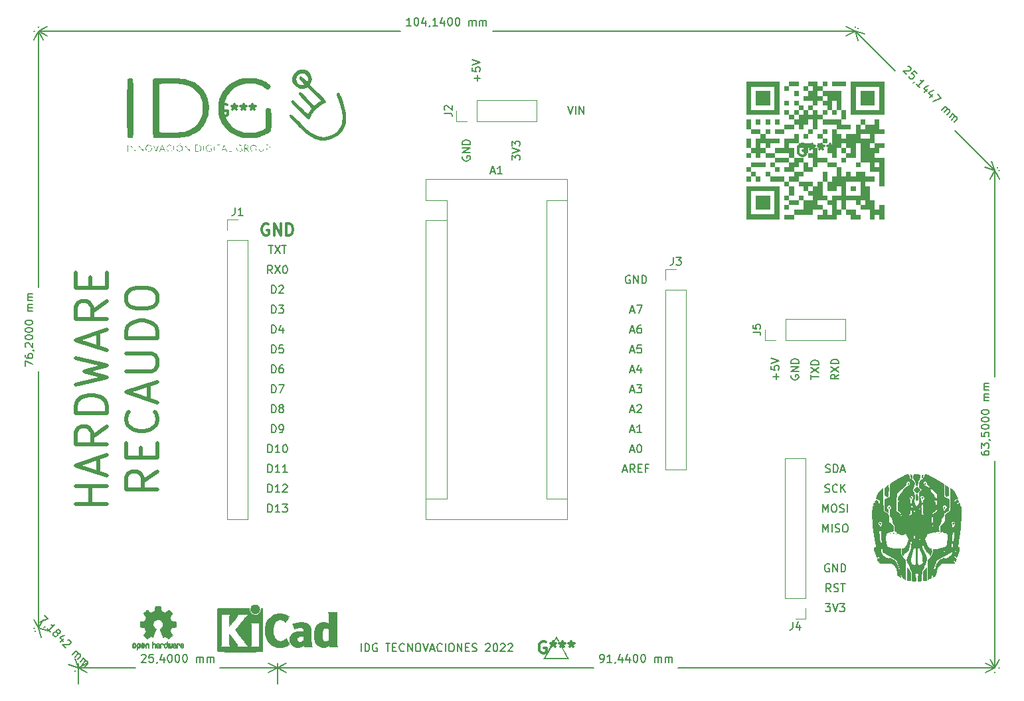
<source format=gbr>
%TF.GenerationSoftware,KiCad,Pcbnew,(6.0.0-0)*%
%TF.CreationDate,2022-01-14T18:13:58-08:00*%
%TF.ProjectId,ArduinoNanoBoard,41726475-696e-46f4-9e61-6e6f426f6172,RedSkull*%
%TF.SameCoordinates,Original*%
%TF.FileFunction,Legend,Top*%
%TF.FilePolarity,Positive*%
%FSLAX46Y46*%
G04 Gerber Fmt 4.6, Leading zero omitted, Abs format (unit mm)*
G04 Created by KiCad (PCBNEW (6.0.0-0)) date 2022-01-14 18:13:58*
%MOMM*%
%LPD*%
G01*
G04 APERTURE LIST*
%ADD10C,0.150000*%
%ADD11C,0.500000*%
%ADD12C,0.300000*%
%ADD13C,0.010000*%
%ADD14C,0.120000*%
G04 APERTURE END LIST*
D10*
X122460952Y-135072380D02*
X122460952Y-134072380D01*
X122937142Y-135072380D02*
X122937142Y-134072380D01*
X123175238Y-134072380D01*
X123318095Y-134120000D01*
X123413333Y-134215238D01*
X123460952Y-134310476D01*
X123508571Y-134500952D01*
X123508571Y-134643809D01*
X123460952Y-134834285D01*
X123413333Y-134929523D01*
X123318095Y-135024761D01*
X123175238Y-135072380D01*
X122937142Y-135072380D01*
X124460952Y-134120000D02*
X124365714Y-134072380D01*
X124222857Y-134072380D01*
X124079999Y-134120000D01*
X123984761Y-134215238D01*
X123937142Y-134310476D01*
X123889523Y-134500952D01*
X123889523Y-134643809D01*
X123937142Y-134834285D01*
X123984761Y-134929523D01*
X124079999Y-135024761D01*
X124222857Y-135072380D01*
X124318095Y-135072380D01*
X124460952Y-135024761D01*
X124508571Y-134977142D01*
X124508571Y-134643809D01*
X124318095Y-134643809D01*
X125556190Y-134072380D02*
X126127619Y-134072380D01*
X125841904Y-135072380D02*
X125841904Y-134072380D01*
X126460952Y-134548571D02*
X126794285Y-134548571D01*
X126937142Y-135072380D02*
X126460952Y-135072380D01*
X126460952Y-134072380D01*
X126937142Y-134072380D01*
X127937142Y-134977142D02*
X127889523Y-135024761D01*
X127746666Y-135072380D01*
X127651428Y-135072380D01*
X127508571Y-135024761D01*
X127413333Y-134929523D01*
X127365714Y-134834285D01*
X127318095Y-134643809D01*
X127318095Y-134500952D01*
X127365714Y-134310476D01*
X127413333Y-134215238D01*
X127508571Y-134120000D01*
X127651428Y-134072380D01*
X127746666Y-134072380D01*
X127889523Y-134120000D01*
X127937142Y-134167619D01*
X128365714Y-135072380D02*
X128365714Y-134072380D01*
X128937142Y-135072380D01*
X128937142Y-134072380D01*
X129603809Y-134072380D02*
X129794285Y-134072380D01*
X129889523Y-134120000D01*
X129984761Y-134215238D01*
X130032380Y-134405714D01*
X130032380Y-134739047D01*
X129984761Y-134929523D01*
X129889523Y-135024761D01*
X129794285Y-135072380D01*
X129603809Y-135072380D01*
X129508571Y-135024761D01*
X129413333Y-134929523D01*
X129365714Y-134739047D01*
X129365714Y-134405714D01*
X129413333Y-134215238D01*
X129508571Y-134120000D01*
X129603809Y-134072380D01*
X130318095Y-134072380D02*
X130651428Y-135072380D01*
X130984761Y-134072380D01*
X131270476Y-134786666D02*
X131746666Y-134786666D01*
X131175238Y-135072380D02*
X131508571Y-134072380D01*
X131841904Y-135072380D01*
X132746666Y-134977142D02*
X132699047Y-135024761D01*
X132556190Y-135072380D01*
X132460952Y-135072380D01*
X132318095Y-135024761D01*
X132222857Y-134929523D01*
X132175238Y-134834285D01*
X132127619Y-134643809D01*
X132127619Y-134500952D01*
X132175238Y-134310476D01*
X132222857Y-134215238D01*
X132318095Y-134120000D01*
X132460952Y-134072380D01*
X132556190Y-134072380D01*
X132699047Y-134120000D01*
X132746666Y-134167619D01*
X133175238Y-135072380D02*
X133175238Y-134072380D01*
X133841904Y-134072380D02*
X134032380Y-134072380D01*
X134127619Y-134120000D01*
X134222857Y-134215238D01*
X134270476Y-134405714D01*
X134270476Y-134739047D01*
X134222857Y-134929523D01*
X134127619Y-135024761D01*
X134032380Y-135072380D01*
X133841904Y-135072380D01*
X133746666Y-135024761D01*
X133651428Y-134929523D01*
X133603809Y-134739047D01*
X133603809Y-134405714D01*
X133651428Y-134215238D01*
X133746666Y-134120000D01*
X133841904Y-134072380D01*
X134699047Y-135072380D02*
X134699047Y-134072380D01*
X135270476Y-135072380D01*
X135270476Y-134072380D01*
X135746666Y-134548571D02*
X136080000Y-134548571D01*
X136222857Y-135072380D02*
X135746666Y-135072380D01*
X135746666Y-134072380D01*
X136222857Y-134072380D01*
X136603809Y-135024761D02*
X136746666Y-135072380D01*
X136984761Y-135072380D01*
X137080000Y-135024761D01*
X137127619Y-134977142D01*
X137175238Y-134881904D01*
X137175238Y-134786666D01*
X137127619Y-134691428D01*
X137080000Y-134643809D01*
X136984761Y-134596190D01*
X136794285Y-134548571D01*
X136699047Y-134500952D01*
X136651428Y-134453333D01*
X136603809Y-134358095D01*
X136603809Y-134262857D01*
X136651428Y-134167619D01*
X136699047Y-134120000D01*
X136794285Y-134072380D01*
X137032380Y-134072380D01*
X137175238Y-134120000D01*
X138318095Y-134167619D02*
X138365714Y-134120000D01*
X138460952Y-134072380D01*
X138699047Y-134072380D01*
X138794285Y-134120000D01*
X138841904Y-134167619D01*
X138889523Y-134262857D01*
X138889523Y-134358095D01*
X138841904Y-134500952D01*
X138270476Y-135072380D01*
X138889523Y-135072380D01*
X139508571Y-134072380D02*
X139603809Y-134072380D01*
X139699047Y-134120000D01*
X139746666Y-134167619D01*
X139794285Y-134262857D01*
X139841904Y-134453333D01*
X139841904Y-134691428D01*
X139794285Y-134881904D01*
X139746666Y-134977142D01*
X139699047Y-135024761D01*
X139603809Y-135072380D01*
X139508571Y-135072380D01*
X139413333Y-135024761D01*
X139365714Y-134977142D01*
X139318095Y-134881904D01*
X139270476Y-134691428D01*
X139270476Y-134453333D01*
X139318095Y-134262857D01*
X139365714Y-134167619D01*
X139413333Y-134120000D01*
X139508571Y-134072380D01*
X140222857Y-134167619D02*
X140270476Y-134120000D01*
X140365714Y-134072380D01*
X140603809Y-134072380D01*
X140699047Y-134120000D01*
X140746666Y-134167619D01*
X140794285Y-134262857D01*
X140794285Y-134358095D01*
X140746666Y-134500952D01*
X140175238Y-135072380D01*
X140794285Y-135072380D01*
X141175238Y-134167619D02*
X141222857Y-134120000D01*
X141318095Y-134072380D01*
X141556190Y-134072380D01*
X141651428Y-134120000D01*
X141699047Y-134167619D01*
X141746666Y-134262857D01*
X141746666Y-134358095D01*
X141699047Y-134500952D01*
X141127619Y-135072380D01*
X141746666Y-135072380D01*
X110545714Y-112212380D02*
X110545714Y-111212380D01*
X110783809Y-111212380D01*
X110926666Y-111260000D01*
X111021904Y-111355238D01*
X111069523Y-111450476D01*
X111117142Y-111640952D01*
X111117142Y-111783809D01*
X111069523Y-111974285D01*
X111021904Y-112069523D01*
X110926666Y-112164761D01*
X110783809Y-112212380D01*
X110545714Y-112212380D01*
X112069523Y-112212380D02*
X111498095Y-112212380D01*
X111783809Y-112212380D02*
X111783809Y-111212380D01*
X111688571Y-111355238D01*
X111593333Y-111450476D01*
X111498095Y-111498095D01*
X113021904Y-112212380D02*
X112450476Y-112212380D01*
X112736190Y-112212380D02*
X112736190Y-111212380D01*
X112640952Y-111355238D01*
X112545714Y-111450476D01*
X112450476Y-111498095D01*
X156718095Y-87135000D02*
X156622857Y-87087380D01*
X156480000Y-87087380D01*
X156337142Y-87135000D01*
X156241904Y-87230238D01*
X156194285Y-87325476D01*
X156146666Y-87515952D01*
X156146666Y-87658809D01*
X156194285Y-87849285D01*
X156241904Y-87944523D01*
X156337142Y-88039761D01*
X156480000Y-88087380D01*
X156575238Y-88087380D01*
X156718095Y-88039761D01*
X156765714Y-87992142D01*
X156765714Y-87658809D01*
X156575238Y-87658809D01*
X157194285Y-88087380D02*
X157194285Y-87087380D01*
X157765714Y-88087380D01*
X157765714Y-87087380D01*
X158241904Y-88087380D02*
X158241904Y-87087380D01*
X158480000Y-87087380D01*
X158622857Y-87135000D01*
X158718095Y-87230238D01*
X158765714Y-87325476D01*
X158813333Y-87515952D01*
X158813333Y-87658809D01*
X158765714Y-87849285D01*
X158718095Y-87944523D01*
X158622857Y-88039761D01*
X158480000Y-88087380D01*
X158241904Y-88087380D01*
X111117142Y-86812380D02*
X110783809Y-86336190D01*
X110545714Y-86812380D02*
X110545714Y-85812380D01*
X110926666Y-85812380D01*
X111021904Y-85860000D01*
X111069523Y-85907619D01*
X111117142Y-86002857D01*
X111117142Y-86145714D01*
X111069523Y-86240952D01*
X111021904Y-86288571D01*
X110926666Y-86336190D01*
X110545714Y-86336190D01*
X111450476Y-85812380D02*
X112117142Y-86812380D01*
X112117142Y-85812380D02*
X111450476Y-86812380D01*
X112688571Y-85812380D02*
X112783809Y-85812380D01*
X112879047Y-85860000D01*
X112926666Y-85907619D01*
X112974285Y-86002857D01*
X113021904Y-86193333D01*
X113021904Y-86431428D01*
X112974285Y-86621904D01*
X112926666Y-86717142D01*
X112879047Y-86764761D01*
X112783809Y-86812380D01*
X112688571Y-86812380D01*
X112593333Y-86764761D01*
X112545714Y-86717142D01*
X112498095Y-86621904D01*
X112450476Y-86431428D01*
X112450476Y-86193333D01*
X112498095Y-86002857D01*
X112545714Y-85907619D01*
X112593333Y-85860000D01*
X112688571Y-85812380D01*
X111021904Y-89352380D02*
X111021904Y-88352380D01*
X111260000Y-88352380D01*
X111402857Y-88400000D01*
X111498095Y-88495238D01*
X111545714Y-88590476D01*
X111593333Y-88780952D01*
X111593333Y-88923809D01*
X111545714Y-89114285D01*
X111498095Y-89209523D01*
X111402857Y-89304761D01*
X111260000Y-89352380D01*
X111021904Y-89352380D01*
X111974285Y-88447619D02*
X112021904Y-88400000D01*
X112117142Y-88352380D01*
X112355238Y-88352380D01*
X112450476Y-88400000D01*
X112498095Y-88447619D01*
X112545714Y-88542857D01*
X112545714Y-88638095D01*
X112498095Y-88780952D01*
X111926666Y-89352380D01*
X112545714Y-89352380D01*
X110545714Y-109672380D02*
X110545714Y-108672380D01*
X110783809Y-108672380D01*
X110926666Y-108720000D01*
X111021904Y-108815238D01*
X111069523Y-108910476D01*
X111117142Y-109100952D01*
X111117142Y-109243809D01*
X111069523Y-109434285D01*
X111021904Y-109529523D01*
X110926666Y-109624761D01*
X110783809Y-109672380D01*
X110545714Y-109672380D01*
X112069523Y-109672380D02*
X111498095Y-109672380D01*
X111783809Y-109672380D02*
X111783809Y-108672380D01*
X111688571Y-108815238D01*
X111593333Y-108910476D01*
X111498095Y-108958095D01*
X112688571Y-108672380D02*
X112783809Y-108672380D01*
X112879047Y-108720000D01*
X112926666Y-108767619D01*
X112974285Y-108862857D01*
X113021904Y-109053333D01*
X113021904Y-109291428D01*
X112974285Y-109481904D01*
X112926666Y-109577142D01*
X112879047Y-109624761D01*
X112783809Y-109672380D01*
X112688571Y-109672380D01*
X112593333Y-109624761D01*
X112545714Y-109577142D01*
X112498095Y-109481904D01*
X112450476Y-109291428D01*
X112450476Y-109053333D01*
X112498095Y-108862857D01*
X112545714Y-108767619D01*
X112593333Y-108720000D01*
X112688571Y-108672380D01*
X181308571Y-119832380D02*
X181308571Y-118832380D01*
X181641904Y-119546666D01*
X181975238Y-118832380D01*
X181975238Y-119832380D01*
X182451428Y-119832380D02*
X182451428Y-118832380D01*
X182880000Y-119784761D02*
X183022857Y-119832380D01*
X183260952Y-119832380D01*
X183356190Y-119784761D01*
X183403809Y-119737142D01*
X183451428Y-119641904D01*
X183451428Y-119546666D01*
X183403809Y-119451428D01*
X183356190Y-119403809D01*
X183260952Y-119356190D01*
X183070476Y-119308571D01*
X182975238Y-119260952D01*
X182927619Y-119213333D01*
X182880000Y-119118095D01*
X182880000Y-119022857D01*
X182927619Y-118927619D01*
X182975238Y-118880000D01*
X183070476Y-118832380D01*
X183308571Y-118832380D01*
X183451428Y-118880000D01*
X184070476Y-118832380D02*
X184260952Y-118832380D01*
X184356190Y-118880000D01*
X184451428Y-118975238D01*
X184499047Y-119165714D01*
X184499047Y-119499047D01*
X184451428Y-119689523D01*
X184356190Y-119784761D01*
X184260952Y-119832380D01*
X184070476Y-119832380D01*
X183975238Y-119784761D01*
X183880000Y-119689523D01*
X183832380Y-119499047D01*
X183832380Y-119165714D01*
X183880000Y-118975238D01*
X183975238Y-118880000D01*
X184070476Y-118832380D01*
X156765714Y-96686666D02*
X157241904Y-96686666D01*
X156670476Y-96972380D02*
X157003809Y-95972380D01*
X157337142Y-96972380D01*
X158146666Y-95972380D02*
X157670476Y-95972380D01*
X157622857Y-96448571D01*
X157670476Y-96400952D01*
X157765714Y-96353333D01*
X158003809Y-96353333D01*
X158099047Y-96400952D01*
X158146666Y-96448571D01*
X158194285Y-96543809D01*
X158194285Y-96781904D01*
X158146666Y-96877142D01*
X158099047Y-96924761D01*
X158003809Y-96972380D01*
X157765714Y-96972380D01*
X157670476Y-96924761D01*
X157622857Y-96877142D01*
X110617142Y-83272380D02*
X111188571Y-83272380D01*
X110902857Y-84272380D02*
X110902857Y-83272380D01*
X111426666Y-83272380D02*
X112093333Y-84272380D01*
X112093333Y-83272380D02*
X111426666Y-84272380D01*
X112331428Y-83272380D02*
X112902857Y-83272380D01*
X112617142Y-84272380D02*
X112617142Y-83272380D01*
X181641904Y-128992380D02*
X182260952Y-128992380D01*
X181927619Y-129373333D01*
X182070476Y-129373333D01*
X182165714Y-129420952D01*
X182213333Y-129468571D01*
X182260952Y-129563809D01*
X182260952Y-129801904D01*
X182213333Y-129897142D01*
X182165714Y-129944761D01*
X182070476Y-129992380D01*
X181784761Y-129992380D01*
X181689523Y-129944761D01*
X181641904Y-129897142D01*
X182546666Y-128992380D02*
X182880000Y-129992380D01*
X183213333Y-128992380D01*
X183451428Y-128992380D02*
X184070476Y-128992380D01*
X183737142Y-129373333D01*
X183880000Y-129373333D01*
X183975238Y-129420952D01*
X184022857Y-129468571D01*
X184070476Y-129563809D01*
X184070476Y-129801904D01*
X184022857Y-129897142D01*
X183975238Y-129944761D01*
X183880000Y-129992380D01*
X183594285Y-129992380D01*
X183499047Y-129944761D01*
X183451428Y-129897142D01*
X156765714Y-91606666D02*
X157241904Y-91606666D01*
X156670476Y-91892380D02*
X157003809Y-90892380D01*
X157337142Y-91892380D01*
X157575238Y-90892380D02*
X158241904Y-90892380D01*
X157813333Y-91892380D01*
X183332380Y-99726666D02*
X182856190Y-100060000D01*
X183332380Y-100298095D02*
X182332380Y-100298095D01*
X182332380Y-99917142D01*
X182380000Y-99821904D01*
X182427619Y-99774285D01*
X182522857Y-99726666D01*
X182665714Y-99726666D01*
X182760952Y-99774285D01*
X182808571Y-99821904D01*
X182856190Y-99917142D01*
X182856190Y-100298095D01*
X182332380Y-99393333D02*
X183332380Y-98726666D01*
X182332380Y-98726666D02*
X183332380Y-99393333D01*
X183332380Y-98345714D02*
X182332380Y-98345714D01*
X182332380Y-98107619D01*
X182380000Y-97964761D01*
X182475238Y-97869523D01*
X182570476Y-97821904D01*
X182760952Y-97774285D01*
X182903809Y-97774285D01*
X183094285Y-97821904D01*
X183189523Y-97869523D01*
X183284761Y-97964761D01*
X183332380Y-98107619D01*
X183332380Y-98345714D01*
X141692380Y-72358095D02*
X141692380Y-71739047D01*
X142073333Y-72072380D01*
X142073333Y-71929523D01*
X142120952Y-71834285D01*
X142168571Y-71786666D01*
X142263809Y-71739047D01*
X142501904Y-71739047D01*
X142597142Y-71786666D01*
X142644761Y-71834285D01*
X142692380Y-71929523D01*
X142692380Y-72215238D01*
X142644761Y-72310476D01*
X142597142Y-72358095D01*
X141692380Y-71453333D02*
X142692380Y-71120000D01*
X141692380Y-70786666D01*
X141692380Y-70548571D02*
X141692380Y-69929523D01*
X142073333Y-70262857D01*
X142073333Y-70120000D01*
X142120952Y-70024761D01*
X142168571Y-69977142D01*
X142263809Y-69929523D01*
X142501904Y-69929523D01*
X142597142Y-69977142D01*
X142644761Y-70024761D01*
X142692380Y-70120000D01*
X142692380Y-70405714D01*
X142644761Y-70500952D01*
X142597142Y-70548571D01*
X156765714Y-104306666D02*
X157241904Y-104306666D01*
X156670476Y-104592380D02*
X157003809Y-103592380D01*
X157337142Y-104592380D01*
X157622857Y-103687619D02*
X157670476Y-103640000D01*
X157765714Y-103592380D01*
X158003809Y-103592380D01*
X158099047Y-103640000D01*
X158146666Y-103687619D01*
X158194285Y-103782857D01*
X158194285Y-103878095D01*
X158146666Y-104020952D01*
X157575238Y-104592380D01*
X158194285Y-104592380D01*
X155860952Y-111926666D02*
X156337142Y-111926666D01*
X155765714Y-112212380D02*
X156099047Y-111212380D01*
X156432380Y-112212380D01*
X157337142Y-112212380D02*
X157003809Y-111736190D01*
X156765714Y-112212380D02*
X156765714Y-111212380D01*
X157146666Y-111212380D01*
X157241904Y-111260000D01*
X157289523Y-111307619D01*
X157337142Y-111402857D01*
X157337142Y-111545714D01*
X157289523Y-111640952D01*
X157241904Y-111688571D01*
X157146666Y-111736190D01*
X156765714Y-111736190D01*
X157765714Y-111688571D02*
X158099047Y-111688571D01*
X158241904Y-112212380D02*
X157765714Y-112212380D01*
X157765714Y-111212380D01*
X158241904Y-111212380D01*
X159003809Y-111688571D02*
X158670476Y-111688571D01*
X158670476Y-112212380D02*
X158670476Y-111212380D01*
X159146666Y-111212380D01*
X182118095Y-123960000D02*
X182022857Y-123912380D01*
X181880000Y-123912380D01*
X181737142Y-123960000D01*
X181641904Y-124055238D01*
X181594285Y-124150476D01*
X181546666Y-124340952D01*
X181546666Y-124483809D01*
X181594285Y-124674285D01*
X181641904Y-124769523D01*
X181737142Y-124864761D01*
X181880000Y-124912380D01*
X181975238Y-124912380D01*
X182118095Y-124864761D01*
X182165714Y-124817142D01*
X182165714Y-124483809D01*
X181975238Y-124483809D01*
X182594285Y-124912380D02*
X182594285Y-123912380D01*
X183165714Y-124912380D01*
X183165714Y-123912380D01*
X183641904Y-124912380D02*
X183641904Y-123912380D01*
X183880000Y-123912380D01*
X184022857Y-123960000D01*
X184118095Y-124055238D01*
X184165714Y-124150476D01*
X184213333Y-124340952D01*
X184213333Y-124483809D01*
X184165714Y-124674285D01*
X184118095Y-124769523D01*
X184022857Y-124864761D01*
X183880000Y-124912380D01*
X183641904Y-124912380D01*
X111021904Y-99512380D02*
X111021904Y-98512380D01*
X111260000Y-98512380D01*
X111402857Y-98560000D01*
X111498095Y-98655238D01*
X111545714Y-98750476D01*
X111593333Y-98940952D01*
X111593333Y-99083809D01*
X111545714Y-99274285D01*
X111498095Y-99369523D01*
X111402857Y-99464761D01*
X111260000Y-99512380D01*
X111021904Y-99512380D01*
X112450476Y-98512380D02*
X112260000Y-98512380D01*
X112164761Y-98560000D01*
X112117142Y-98607619D01*
X112021904Y-98750476D01*
X111974285Y-98940952D01*
X111974285Y-99321904D01*
X112021904Y-99417142D01*
X112069523Y-99464761D01*
X112164761Y-99512380D01*
X112355238Y-99512380D01*
X112450476Y-99464761D01*
X112498095Y-99417142D01*
X112545714Y-99321904D01*
X112545714Y-99083809D01*
X112498095Y-98988571D01*
X112450476Y-98940952D01*
X112355238Y-98893333D01*
X112164761Y-98893333D01*
X112069523Y-98940952D01*
X112021904Y-98988571D01*
X111974285Y-99083809D01*
X156765714Y-94146666D02*
X157241904Y-94146666D01*
X156670476Y-94432380D02*
X157003809Y-93432380D01*
X157337142Y-94432380D01*
X158099047Y-93432380D02*
X157908571Y-93432380D01*
X157813333Y-93480000D01*
X157765714Y-93527619D01*
X157670476Y-93670476D01*
X157622857Y-93860952D01*
X157622857Y-94241904D01*
X157670476Y-94337142D01*
X157718095Y-94384761D01*
X157813333Y-94432380D01*
X158003809Y-94432380D01*
X158099047Y-94384761D01*
X158146666Y-94337142D01*
X158194285Y-94241904D01*
X158194285Y-94003809D01*
X158146666Y-93908571D01*
X158099047Y-93860952D01*
X158003809Y-93813333D01*
X157813333Y-93813333D01*
X157718095Y-93860952D01*
X157670476Y-93908571D01*
X157622857Y-94003809D01*
X110545714Y-117292380D02*
X110545714Y-116292380D01*
X110783809Y-116292380D01*
X110926666Y-116340000D01*
X111021904Y-116435238D01*
X111069523Y-116530476D01*
X111117142Y-116720952D01*
X111117142Y-116863809D01*
X111069523Y-117054285D01*
X111021904Y-117149523D01*
X110926666Y-117244761D01*
X110783809Y-117292380D01*
X110545714Y-117292380D01*
X112069523Y-117292380D02*
X111498095Y-117292380D01*
X111783809Y-117292380D02*
X111783809Y-116292380D01*
X111688571Y-116435238D01*
X111593333Y-116530476D01*
X111498095Y-116578095D01*
X112402857Y-116292380D02*
X113021904Y-116292380D01*
X112688571Y-116673333D01*
X112831428Y-116673333D01*
X112926666Y-116720952D01*
X112974285Y-116768571D01*
X113021904Y-116863809D01*
X113021904Y-117101904D01*
X112974285Y-117197142D01*
X112926666Y-117244761D01*
X112831428Y-117292380D01*
X112545714Y-117292380D01*
X112450476Y-117244761D01*
X112402857Y-117197142D01*
X156765714Y-99226666D02*
X157241904Y-99226666D01*
X156670476Y-99512380D02*
X157003809Y-98512380D01*
X157337142Y-99512380D01*
X158099047Y-98845714D02*
X158099047Y-99512380D01*
X157860952Y-98464761D02*
X157622857Y-99179047D01*
X158241904Y-99179047D01*
X111021904Y-91892380D02*
X111021904Y-90892380D01*
X111260000Y-90892380D01*
X111402857Y-90940000D01*
X111498095Y-91035238D01*
X111545714Y-91130476D01*
X111593333Y-91320952D01*
X111593333Y-91463809D01*
X111545714Y-91654285D01*
X111498095Y-91749523D01*
X111402857Y-91844761D01*
X111260000Y-91892380D01*
X111021904Y-91892380D01*
X111926666Y-90892380D02*
X112545714Y-90892380D01*
X112212380Y-91273333D01*
X112355238Y-91273333D01*
X112450476Y-91320952D01*
X112498095Y-91368571D01*
X112545714Y-91463809D01*
X112545714Y-91701904D01*
X112498095Y-91797142D01*
X112450476Y-91844761D01*
X112355238Y-91892380D01*
X112069523Y-91892380D01*
X111974285Y-91844761D01*
X111926666Y-91797142D01*
D11*
X90029523Y-116266666D02*
X86029523Y-116266666D01*
X87934285Y-116266666D02*
X87934285Y-113980952D01*
X90029523Y-113980952D02*
X86029523Y-113980952D01*
X88886666Y-112266666D02*
X88886666Y-110361904D01*
X90029523Y-112647619D02*
X86029523Y-111314285D01*
X90029523Y-109980952D01*
X90029523Y-106361904D02*
X88124761Y-107695238D01*
X90029523Y-108647619D02*
X86029523Y-108647619D01*
X86029523Y-107123809D01*
X86220000Y-106742857D01*
X86410476Y-106552380D01*
X86791428Y-106361904D01*
X87362857Y-106361904D01*
X87743809Y-106552380D01*
X87934285Y-106742857D01*
X88124761Y-107123809D01*
X88124761Y-108647619D01*
X90029523Y-104647619D02*
X86029523Y-104647619D01*
X86029523Y-103695238D01*
X86220000Y-103123809D01*
X86600952Y-102742857D01*
X86981904Y-102552380D01*
X87743809Y-102361904D01*
X88315238Y-102361904D01*
X89077142Y-102552380D01*
X89458095Y-102742857D01*
X89839047Y-103123809D01*
X90029523Y-103695238D01*
X90029523Y-104647619D01*
X86029523Y-101028571D02*
X90029523Y-100076190D01*
X87172380Y-99314285D01*
X90029523Y-98552380D01*
X86029523Y-97600000D01*
X88886666Y-96266666D02*
X88886666Y-94361904D01*
X90029523Y-96647619D02*
X86029523Y-95314285D01*
X90029523Y-93980952D01*
X90029523Y-90361904D02*
X88124761Y-91695238D01*
X90029523Y-92647619D02*
X86029523Y-92647619D01*
X86029523Y-91123809D01*
X86220000Y-90742857D01*
X86410476Y-90552380D01*
X86791428Y-90361904D01*
X87362857Y-90361904D01*
X87743809Y-90552380D01*
X87934285Y-90742857D01*
X88124761Y-91123809D01*
X88124761Y-92647619D01*
X87934285Y-88647619D02*
X87934285Y-87314285D01*
X90029523Y-86742857D02*
X90029523Y-88647619D01*
X86029523Y-88647619D01*
X86029523Y-86742857D01*
X96469523Y-112076190D02*
X94564761Y-113409523D01*
X96469523Y-114361904D02*
X92469523Y-114361904D01*
X92469523Y-112838095D01*
X92660000Y-112457142D01*
X92850476Y-112266666D01*
X93231428Y-112076190D01*
X93802857Y-112076190D01*
X94183809Y-112266666D01*
X94374285Y-112457142D01*
X94564761Y-112838095D01*
X94564761Y-114361904D01*
X94374285Y-110361904D02*
X94374285Y-109028571D01*
X96469523Y-108457142D02*
X96469523Y-110361904D01*
X92469523Y-110361904D01*
X92469523Y-108457142D01*
X96088571Y-104457142D02*
X96279047Y-104647619D01*
X96469523Y-105219047D01*
X96469523Y-105600000D01*
X96279047Y-106171428D01*
X95898095Y-106552380D01*
X95517142Y-106742857D01*
X94755238Y-106933333D01*
X94183809Y-106933333D01*
X93421904Y-106742857D01*
X93040952Y-106552380D01*
X92660000Y-106171428D01*
X92469523Y-105600000D01*
X92469523Y-105219047D01*
X92660000Y-104647619D01*
X92850476Y-104457142D01*
X95326666Y-102933333D02*
X95326666Y-101028571D01*
X96469523Y-103314285D02*
X92469523Y-101980952D01*
X96469523Y-100647619D01*
X92469523Y-99314285D02*
X95707619Y-99314285D01*
X96088571Y-99123809D01*
X96279047Y-98933333D01*
X96469523Y-98552380D01*
X96469523Y-97790476D01*
X96279047Y-97409523D01*
X96088571Y-97219047D01*
X95707619Y-97028571D01*
X92469523Y-97028571D01*
X96469523Y-95123809D02*
X92469523Y-95123809D01*
X92469523Y-94171428D01*
X92660000Y-93600000D01*
X93040952Y-93219047D01*
X93421904Y-93028571D01*
X94183809Y-92838095D01*
X94755238Y-92838095D01*
X95517142Y-93028571D01*
X95898095Y-93219047D01*
X96279047Y-93600000D01*
X96469523Y-94171428D01*
X96469523Y-95123809D01*
X92469523Y-90361904D02*
X92469523Y-89600000D01*
X92660000Y-89219047D01*
X93040952Y-88838095D01*
X93802857Y-88647619D01*
X95136190Y-88647619D01*
X95898095Y-88838095D01*
X96279047Y-89219047D01*
X96469523Y-89600000D01*
X96469523Y-90361904D01*
X96279047Y-90742857D01*
X95898095Y-91123809D01*
X95136190Y-91314285D01*
X93802857Y-91314285D01*
X93040952Y-91123809D01*
X92660000Y-90742857D01*
X92469523Y-90361904D01*
D10*
X111021904Y-102052380D02*
X111021904Y-101052380D01*
X111260000Y-101052380D01*
X111402857Y-101100000D01*
X111498095Y-101195238D01*
X111545714Y-101290476D01*
X111593333Y-101480952D01*
X111593333Y-101623809D01*
X111545714Y-101814285D01*
X111498095Y-101909523D01*
X111402857Y-102004761D01*
X111260000Y-102052380D01*
X111021904Y-102052380D01*
X111926666Y-101052380D02*
X112593333Y-101052380D01*
X112164761Y-102052380D01*
X175331428Y-100345714D02*
X175331428Y-99583809D01*
X175712380Y-99964761D02*
X174950476Y-99964761D01*
X174712380Y-98631428D02*
X174712380Y-99107619D01*
X175188571Y-99155238D01*
X175140952Y-99107619D01*
X175093333Y-99012380D01*
X175093333Y-98774285D01*
X175140952Y-98679047D01*
X175188571Y-98631428D01*
X175283809Y-98583809D01*
X175521904Y-98583809D01*
X175617142Y-98631428D01*
X175664761Y-98679047D01*
X175712380Y-98774285D01*
X175712380Y-99012380D01*
X175664761Y-99107619D01*
X175617142Y-99155238D01*
X174712380Y-98298095D02*
X175712380Y-97964761D01*
X174712380Y-97631428D01*
X111021904Y-96972380D02*
X111021904Y-95972380D01*
X111260000Y-95972380D01*
X111402857Y-96020000D01*
X111498095Y-96115238D01*
X111545714Y-96210476D01*
X111593333Y-96400952D01*
X111593333Y-96543809D01*
X111545714Y-96734285D01*
X111498095Y-96829523D01*
X111402857Y-96924761D01*
X111260000Y-96972380D01*
X111021904Y-96972380D01*
X112498095Y-95972380D02*
X112021904Y-95972380D01*
X111974285Y-96448571D01*
X112021904Y-96400952D01*
X112117142Y-96353333D01*
X112355238Y-96353333D01*
X112450476Y-96400952D01*
X112498095Y-96448571D01*
X112545714Y-96543809D01*
X112545714Y-96781904D01*
X112498095Y-96877142D01*
X112450476Y-96924761D01*
X112355238Y-96972380D01*
X112117142Y-96972380D01*
X112021904Y-96924761D01*
X111974285Y-96877142D01*
X181665714Y-112164761D02*
X181808571Y-112212380D01*
X182046666Y-112212380D01*
X182141904Y-112164761D01*
X182189523Y-112117142D01*
X182237142Y-112021904D01*
X182237142Y-111926666D01*
X182189523Y-111831428D01*
X182141904Y-111783809D01*
X182046666Y-111736190D01*
X181856190Y-111688571D01*
X181760952Y-111640952D01*
X181713333Y-111593333D01*
X181665714Y-111498095D01*
X181665714Y-111402857D01*
X181713333Y-111307619D01*
X181760952Y-111260000D01*
X181856190Y-111212380D01*
X182094285Y-111212380D01*
X182237142Y-111260000D01*
X182665714Y-112212380D02*
X182665714Y-111212380D01*
X182903809Y-111212380D01*
X183046666Y-111260000D01*
X183141904Y-111355238D01*
X183189523Y-111450476D01*
X183237142Y-111640952D01*
X183237142Y-111783809D01*
X183189523Y-111974285D01*
X183141904Y-112069523D01*
X183046666Y-112164761D01*
X182903809Y-112212380D01*
X182665714Y-112212380D01*
X183618095Y-111926666D02*
X184094285Y-111926666D01*
X183522857Y-112212380D02*
X183856190Y-111212380D01*
X184189523Y-112212380D01*
X156765714Y-106846666D02*
X157241904Y-106846666D01*
X156670476Y-107132380D02*
X157003809Y-106132380D01*
X157337142Y-107132380D01*
X158194285Y-107132380D02*
X157622857Y-107132380D01*
X157908571Y-107132380D02*
X157908571Y-106132380D01*
X157813333Y-106275238D01*
X157718095Y-106370476D01*
X157622857Y-106418095D01*
X181308571Y-117292380D02*
X181308571Y-116292380D01*
X181641904Y-117006666D01*
X181975238Y-116292380D01*
X181975238Y-117292380D01*
X182641904Y-116292380D02*
X182832380Y-116292380D01*
X182927619Y-116340000D01*
X183022857Y-116435238D01*
X183070476Y-116625714D01*
X183070476Y-116959047D01*
X183022857Y-117149523D01*
X182927619Y-117244761D01*
X182832380Y-117292380D01*
X182641904Y-117292380D01*
X182546666Y-117244761D01*
X182451428Y-117149523D01*
X182403809Y-116959047D01*
X182403809Y-116625714D01*
X182451428Y-116435238D01*
X182546666Y-116340000D01*
X182641904Y-116292380D01*
X183451428Y-117244761D02*
X183594285Y-117292380D01*
X183832380Y-117292380D01*
X183927619Y-117244761D01*
X183975238Y-117197142D01*
X184022857Y-117101904D01*
X184022857Y-117006666D01*
X183975238Y-116911428D01*
X183927619Y-116863809D01*
X183832380Y-116816190D01*
X183641904Y-116768571D01*
X183546666Y-116720952D01*
X183499047Y-116673333D01*
X183451428Y-116578095D01*
X183451428Y-116482857D01*
X183499047Y-116387619D01*
X183546666Y-116340000D01*
X183641904Y-116292380D01*
X183880000Y-116292380D01*
X184022857Y-116340000D01*
X184451428Y-117292380D02*
X184451428Y-116292380D01*
X111021904Y-94432380D02*
X111021904Y-93432380D01*
X111260000Y-93432380D01*
X111402857Y-93480000D01*
X111498095Y-93575238D01*
X111545714Y-93670476D01*
X111593333Y-93860952D01*
X111593333Y-94003809D01*
X111545714Y-94194285D01*
X111498095Y-94289523D01*
X111402857Y-94384761D01*
X111260000Y-94432380D01*
X111021904Y-94432380D01*
X112450476Y-93765714D02*
X112450476Y-94432380D01*
X112212380Y-93384761D02*
X111974285Y-94099047D01*
X112593333Y-94099047D01*
X156765714Y-109386666D02*
X157241904Y-109386666D01*
X156670476Y-109672380D02*
X157003809Y-108672380D01*
X157337142Y-109672380D01*
X157860952Y-108672380D02*
X157956190Y-108672380D01*
X158051428Y-108720000D01*
X158099047Y-108767619D01*
X158146666Y-108862857D01*
X158194285Y-109053333D01*
X158194285Y-109291428D01*
X158146666Y-109481904D01*
X158099047Y-109577142D01*
X158051428Y-109624761D01*
X157956190Y-109672380D01*
X157860952Y-109672380D01*
X157765714Y-109624761D01*
X157718095Y-109577142D01*
X157670476Y-109481904D01*
X157622857Y-109291428D01*
X157622857Y-109053333D01*
X157670476Y-108862857D01*
X157718095Y-108767619D01*
X157765714Y-108720000D01*
X157860952Y-108672380D01*
X179792380Y-100321904D02*
X179792380Y-99750476D01*
X180792380Y-100036190D02*
X179792380Y-100036190D01*
X179792380Y-99512380D02*
X180792380Y-98845714D01*
X179792380Y-98845714D02*
X180792380Y-99512380D01*
X180792380Y-98464761D02*
X179792380Y-98464761D01*
X179792380Y-98226666D01*
X179840000Y-98083809D01*
X179935238Y-97988571D01*
X180030476Y-97940952D01*
X180220952Y-97893333D01*
X180363809Y-97893333D01*
X180554285Y-97940952D01*
X180649523Y-97988571D01*
X180744761Y-98083809D01*
X180792380Y-98226666D01*
X180792380Y-98464761D01*
X181594285Y-114704761D02*
X181737142Y-114752380D01*
X181975238Y-114752380D01*
X182070476Y-114704761D01*
X182118095Y-114657142D01*
X182165714Y-114561904D01*
X182165714Y-114466666D01*
X182118095Y-114371428D01*
X182070476Y-114323809D01*
X181975238Y-114276190D01*
X181784761Y-114228571D01*
X181689523Y-114180952D01*
X181641904Y-114133333D01*
X181594285Y-114038095D01*
X181594285Y-113942857D01*
X181641904Y-113847619D01*
X181689523Y-113800000D01*
X181784761Y-113752380D01*
X182022857Y-113752380D01*
X182165714Y-113800000D01*
X183165714Y-114657142D02*
X183118095Y-114704761D01*
X182975238Y-114752380D01*
X182880000Y-114752380D01*
X182737142Y-114704761D01*
X182641904Y-114609523D01*
X182594285Y-114514285D01*
X182546666Y-114323809D01*
X182546666Y-114180952D01*
X182594285Y-113990476D01*
X182641904Y-113895238D01*
X182737142Y-113800000D01*
X182880000Y-113752380D01*
X182975238Y-113752380D01*
X183118095Y-113800000D01*
X183165714Y-113847619D01*
X183594285Y-114752380D02*
X183594285Y-113752380D01*
X184165714Y-114752380D02*
X183737142Y-114180952D01*
X184165714Y-113752380D02*
X183594285Y-114323809D01*
X137231428Y-62245714D02*
X137231428Y-61483809D01*
X137612380Y-61864761D02*
X136850476Y-61864761D01*
X136612380Y-60531428D02*
X136612380Y-61007619D01*
X137088571Y-61055238D01*
X137040952Y-61007619D01*
X136993333Y-60912380D01*
X136993333Y-60674285D01*
X137040952Y-60579047D01*
X137088571Y-60531428D01*
X137183809Y-60483809D01*
X137421904Y-60483809D01*
X137517142Y-60531428D01*
X137564761Y-60579047D01*
X137612380Y-60674285D01*
X137612380Y-60912380D01*
X137564761Y-61007619D01*
X137517142Y-61055238D01*
X136612380Y-60198095D02*
X137612380Y-59864761D01*
X136612380Y-59531428D01*
X110545714Y-114752380D02*
X110545714Y-113752380D01*
X110783809Y-113752380D01*
X110926666Y-113800000D01*
X111021904Y-113895238D01*
X111069523Y-113990476D01*
X111117142Y-114180952D01*
X111117142Y-114323809D01*
X111069523Y-114514285D01*
X111021904Y-114609523D01*
X110926666Y-114704761D01*
X110783809Y-114752380D01*
X110545714Y-114752380D01*
X112069523Y-114752380D02*
X111498095Y-114752380D01*
X111783809Y-114752380D02*
X111783809Y-113752380D01*
X111688571Y-113895238D01*
X111593333Y-113990476D01*
X111498095Y-114038095D01*
X112450476Y-113847619D02*
X112498095Y-113800000D01*
X112593333Y-113752380D01*
X112831428Y-113752380D01*
X112926666Y-113800000D01*
X112974285Y-113847619D01*
X113021904Y-113942857D01*
X113021904Y-114038095D01*
X112974285Y-114180952D01*
X112402857Y-114752380D01*
X113021904Y-114752380D01*
X148764761Y-65492380D02*
X149098095Y-66492380D01*
X149431428Y-65492380D01*
X149764761Y-66492380D02*
X149764761Y-65492380D01*
X150240952Y-66492380D02*
X150240952Y-65492380D01*
X150812380Y-66492380D01*
X150812380Y-65492380D01*
D12*
X110617142Y-80530000D02*
X110474285Y-80458571D01*
X110260000Y-80458571D01*
X110045714Y-80530000D01*
X109902857Y-80672857D01*
X109831428Y-80815714D01*
X109760000Y-81101428D01*
X109760000Y-81315714D01*
X109831428Y-81601428D01*
X109902857Y-81744285D01*
X110045714Y-81887142D01*
X110260000Y-81958571D01*
X110402857Y-81958571D01*
X110617142Y-81887142D01*
X110688571Y-81815714D01*
X110688571Y-81315714D01*
X110402857Y-81315714D01*
X111331428Y-81958571D02*
X111331428Y-80458571D01*
X112188571Y-81958571D01*
X112188571Y-80458571D01*
X112902857Y-81958571D02*
X112902857Y-80458571D01*
X113260000Y-80458571D01*
X113474285Y-80530000D01*
X113617142Y-80672857D01*
X113688571Y-80815714D01*
X113760000Y-81101428D01*
X113760000Y-81315714D01*
X113688571Y-81601428D01*
X113617142Y-81744285D01*
X113474285Y-81887142D01*
X113260000Y-81958571D01*
X112902857Y-81958571D01*
D10*
X135400000Y-71881904D02*
X135352380Y-71977142D01*
X135352380Y-72120000D01*
X135400000Y-72262857D01*
X135495238Y-72358095D01*
X135590476Y-72405714D01*
X135780952Y-72453333D01*
X135923809Y-72453333D01*
X136114285Y-72405714D01*
X136209523Y-72358095D01*
X136304761Y-72262857D01*
X136352380Y-72120000D01*
X136352380Y-72024761D01*
X136304761Y-71881904D01*
X136257142Y-71834285D01*
X135923809Y-71834285D01*
X135923809Y-72024761D01*
X136352380Y-71405714D02*
X135352380Y-71405714D01*
X136352380Y-70834285D01*
X135352380Y-70834285D01*
X136352380Y-70358095D02*
X135352380Y-70358095D01*
X135352380Y-70120000D01*
X135400000Y-69977142D01*
X135495238Y-69881904D01*
X135590476Y-69834285D01*
X135780952Y-69786666D01*
X135923809Y-69786666D01*
X136114285Y-69834285D01*
X136209523Y-69881904D01*
X136304761Y-69977142D01*
X136352380Y-70120000D01*
X136352380Y-70358095D01*
X111021904Y-107132380D02*
X111021904Y-106132380D01*
X111260000Y-106132380D01*
X111402857Y-106180000D01*
X111498095Y-106275238D01*
X111545714Y-106370476D01*
X111593333Y-106560952D01*
X111593333Y-106703809D01*
X111545714Y-106894285D01*
X111498095Y-106989523D01*
X111402857Y-107084761D01*
X111260000Y-107132380D01*
X111021904Y-107132380D01*
X112069523Y-107132380D02*
X112260000Y-107132380D01*
X112355238Y-107084761D01*
X112402857Y-107037142D01*
X112498095Y-106894285D01*
X112545714Y-106703809D01*
X112545714Y-106322857D01*
X112498095Y-106227619D01*
X112450476Y-106180000D01*
X112355238Y-106132380D01*
X112164761Y-106132380D01*
X112069523Y-106180000D01*
X112021904Y-106227619D01*
X111974285Y-106322857D01*
X111974285Y-106560952D01*
X112021904Y-106656190D01*
X112069523Y-106703809D01*
X112164761Y-106751428D01*
X112355238Y-106751428D01*
X112450476Y-106703809D01*
X112498095Y-106656190D01*
X112545714Y-106560952D01*
X111021904Y-104592380D02*
X111021904Y-103592380D01*
X111260000Y-103592380D01*
X111402857Y-103640000D01*
X111498095Y-103735238D01*
X111545714Y-103830476D01*
X111593333Y-104020952D01*
X111593333Y-104163809D01*
X111545714Y-104354285D01*
X111498095Y-104449523D01*
X111402857Y-104544761D01*
X111260000Y-104592380D01*
X111021904Y-104592380D01*
X112164761Y-104020952D02*
X112069523Y-103973333D01*
X112021904Y-103925714D01*
X111974285Y-103830476D01*
X111974285Y-103782857D01*
X112021904Y-103687619D01*
X112069523Y-103640000D01*
X112164761Y-103592380D01*
X112355238Y-103592380D01*
X112450476Y-103640000D01*
X112498095Y-103687619D01*
X112545714Y-103782857D01*
X112545714Y-103830476D01*
X112498095Y-103925714D01*
X112450476Y-103973333D01*
X112355238Y-104020952D01*
X112164761Y-104020952D01*
X112069523Y-104068571D01*
X112021904Y-104116190D01*
X111974285Y-104211428D01*
X111974285Y-104401904D01*
X112021904Y-104497142D01*
X112069523Y-104544761D01*
X112164761Y-104592380D01*
X112355238Y-104592380D01*
X112450476Y-104544761D01*
X112498095Y-104497142D01*
X112545714Y-104401904D01*
X112545714Y-104211428D01*
X112498095Y-104116190D01*
X112450476Y-104068571D01*
X112355238Y-104020952D01*
X177300000Y-99821904D02*
X177252380Y-99917142D01*
X177252380Y-100060000D01*
X177300000Y-100202857D01*
X177395238Y-100298095D01*
X177490476Y-100345714D01*
X177680952Y-100393333D01*
X177823809Y-100393333D01*
X178014285Y-100345714D01*
X178109523Y-100298095D01*
X178204761Y-100202857D01*
X178252380Y-100060000D01*
X178252380Y-99964761D01*
X178204761Y-99821904D01*
X178157142Y-99774285D01*
X177823809Y-99774285D01*
X177823809Y-99964761D01*
X178252380Y-99345714D02*
X177252380Y-99345714D01*
X178252380Y-98774285D01*
X177252380Y-98774285D01*
X178252380Y-98298095D02*
X177252380Y-98298095D01*
X177252380Y-98060000D01*
X177300000Y-97917142D01*
X177395238Y-97821904D01*
X177490476Y-97774285D01*
X177680952Y-97726666D01*
X177823809Y-97726666D01*
X178014285Y-97774285D01*
X178109523Y-97821904D01*
X178204761Y-97917142D01*
X178252380Y-98060000D01*
X178252380Y-98298095D01*
X156765714Y-101766666D02*
X157241904Y-101766666D01*
X156670476Y-102052380D02*
X157003809Y-101052380D01*
X157337142Y-102052380D01*
X157575238Y-101052380D02*
X158194285Y-101052380D01*
X157860952Y-101433333D01*
X158003809Y-101433333D01*
X158099047Y-101480952D01*
X158146666Y-101528571D01*
X158194285Y-101623809D01*
X158194285Y-101861904D01*
X158146666Y-101957142D01*
X158099047Y-102004761D01*
X158003809Y-102052380D01*
X157718095Y-102052380D01*
X157622857Y-102004761D01*
X157575238Y-101957142D01*
X182332380Y-127452380D02*
X181999047Y-126976190D01*
X181760952Y-127452380D02*
X181760952Y-126452380D01*
X182141904Y-126452380D01*
X182237142Y-126500000D01*
X182284761Y-126547619D01*
X182332380Y-126642857D01*
X182332380Y-126785714D01*
X182284761Y-126880952D01*
X182237142Y-126928571D01*
X182141904Y-126976190D01*
X181760952Y-126976190D01*
X182713333Y-127404761D02*
X182856190Y-127452380D01*
X183094285Y-127452380D01*
X183189523Y-127404761D01*
X183237142Y-127357142D01*
X183284761Y-127261904D01*
X183284761Y-127166666D01*
X183237142Y-127071428D01*
X183189523Y-127023809D01*
X183094285Y-126976190D01*
X182903809Y-126928571D01*
X182808571Y-126880952D01*
X182760952Y-126833333D01*
X182713333Y-126738095D01*
X182713333Y-126642857D01*
X182760952Y-126547619D01*
X182808571Y-126500000D01*
X182903809Y-126452380D01*
X183141904Y-126452380D01*
X183284761Y-126500000D01*
X183570476Y-126452380D02*
X184141904Y-126452380D01*
X183856190Y-127452380D02*
X183856190Y-126452380D01*
X201502380Y-109552857D02*
X201502380Y-109743333D01*
X201550000Y-109838571D01*
X201597619Y-109886190D01*
X201740476Y-109981428D01*
X201930952Y-110029047D01*
X202311904Y-110029047D01*
X202407142Y-109981428D01*
X202454761Y-109933809D01*
X202502380Y-109838571D01*
X202502380Y-109648095D01*
X202454761Y-109552857D01*
X202407142Y-109505238D01*
X202311904Y-109457619D01*
X202073809Y-109457619D01*
X201978571Y-109505238D01*
X201930952Y-109552857D01*
X201883333Y-109648095D01*
X201883333Y-109838571D01*
X201930952Y-109933809D01*
X201978571Y-109981428D01*
X202073809Y-110029047D01*
X201502380Y-109124285D02*
X201502380Y-108505238D01*
X201883333Y-108838571D01*
X201883333Y-108695714D01*
X201930952Y-108600476D01*
X201978571Y-108552857D01*
X202073809Y-108505238D01*
X202311904Y-108505238D01*
X202407142Y-108552857D01*
X202454761Y-108600476D01*
X202502380Y-108695714D01*
X202502380Y-108981428D01*
X202454761Y-109076666D01*
X202407142Y-109124285D01*
X202454761Y-108029047D02*
X202502380Y-108029047D01*
X202597619Y-108076666D01*
X202645238Y-108124285D01*
X201502380Y-107124285D02*
X201502380Y-107600476D01*
X201978571Y-107648095D01*
X201930952Y-107600476D01*
X201883333Y-107505238D01*
X201883333Y-107267142D01*
X201930952Y-107171904D01*
X201978571Y-107124285D01*
X202073809Y-107076666D01*
X202311904Y-107076666D01*
X202407142Y-107124285D01*
X202454761Y-107171904D01*
X202502380Y-107267142D01*
X202502380Y-107505238D01*
X202454761Y-107600476D01*
X202407142Y-107648095D01*
X201502380Y-106457619D02*
X201502380Y-106362380D01*
X201550000Y-106267142D01*
X201597619Y-106219523D01*
X201692857Y-106171904D01*
X201883333Y-106124285D01*
X202121428Y-106124285D01*
X202311904Y-106171904D01*
X202407142Y-106219523D01*
X202454761Y-106267142D01*
X202502380Y-106362380D01*
X202502380Y-106457619D01*
X202454761Y-106552857D01*
X202407142Y-106600476D01*
X202311904Y-106648095D01*
X202121428Y-106695714D01*
X201883333Y-106695714D01*
X201692857Y-106648095D01*
X201597619Y-106600476D01*
X201550000Y-106552857D01*
X201502380Y-106457619D01*
X201502380Y-105505238D02*
X201502380Y-105410000D01*
X201550000Y-105314761D01*
X201597619Y-105267142D01*
X201692857Y-105219523D01*
X201883333Y-105171904D01*
X202121428Y-105171904D01*
X202311904Y-105219523D01*
X202407142Y-105267142D01*
X202454761Y-105314761D01*
X202502380Y-105410000D01*
X202502380Y-105505238D01*
X202454761Y-105600476D01*
X202407142Y-105648095D01*
X202311904Y-105695714D01*
X202121428Y-105743333D01*
X201883333Y-105743333D01*
X201692857Y-105695714D01*
X201597619Y-105648095D01*
X201550000Y-105600476D01*
X201502380Y-105505238D01*
X201502380Y-104552857D02*
X201502380Y-104457619D01*
X201550000Y-104362380D01*
X201597619Y-104314761D01*
X201692857Y-104267142D01*
X201883333Y-104219523D01*
X202121428Y-104219523D01*
X202311904Y-104267142D01*
X202407142Y-104314761D01*
X202454761Y-104362380D01*
X202502380Y-104457619D01*
X202502380Y-104552857D01*
X202454761Y-104648095D01*
X202407142Y-104695714D01*
X202311904Y-104743333D01*
X202121428Y-104790952D01*
X201883333Y-104790952D01*
X201692857Y-104743333D01*
X201597619Y-104695714D01*
X201550000Y-104648095D01*
X201502380Y-104552857D01*
X202502380Y-103029047D02*
X201835714Y-103029047D01*
X201930952Y-103029047D02*
X201883333Y-102981428D01*
X201835714Y-102886190D01*
X201835714Y-102743333D01*
X201883333Y-102648095D01*
X201978571Y-102600476D01*
X202502380Y-102600476D01*
X201978571Y-102600476D02*
X201883333Y-102552857D01*
X201835714Y-102457619D01*
X201835714Y-102314761D01*
X201883333Y-102219523D01*
X201978571Y-102171904D01*
X202502380Y-102171904D01*
X202502380Y-101695714D02*
X201835714Y-101695714D01*
X201930952Y-101695714D02*
X201883333Y-101648095D01*
X201835714Y-101552857D01*
X201835714Y-101410000D01*
X201883333Y-101314761D01*
X201978571Y-101267142D01*
X202502380Y-101267142D01*
X201978571Y-101267142D02*
X201883333Y-101219523D01*
X201835714Y-101124285D01*
X201835714Y-100981428D01*
X201883333Y-100886190D01*
X201978571Y-100838571D01*
X202502380Y-100838571D01*
X203700000Y-73660000D02*
X203786420Y-73660000D01*
X203700000Y-137160000D02*
X203786420Y-137160000D01*
X203200000Y-73660000D02*
X203200000Y-100025476D01*
X203200000Y-110794524D02*
X203200000Y-137160000D01*
X203200000Y-73660000D02*
X202613579Y-74786504D01*
X203200000Y-73660000D02*
X203786421Y-74786504D01*
X203200000Y-137160000D02*
X203786421Y-136033496D01*
X203200000Y-137160000D02*
X202613579Y-136033496D01*
X152956190Y-136462380D02*
X153146666Y-136462380D01*
X153241904Y-136414761D01*
X153289523Y-136367142D01*
X153384761Y-136224285D01*
X153432380Y-136033809D01*
X153432380Y-135652857D01*
X153384761Y-135557619D01*
X153337142Y-135510000D01*
X153241904Y-135462380D01*
X153051428Y-135462380D01*
X152956190Y-135510000D01*
X152908571Y-135557619D01*
X152860952Y-135652857D01*
X152860952Y-135890952D01*
X152908571Y-135986190D01*
X152956190Y-136033809D01*
X153051428Y-136081428D01*
X153241904Y-136081428D01*
X153337142Y-136033809D01*
X153384761Y-135986190D01*
X153432380Y-135890952D01*
X154384761Y-136462380D02*
X153813333Y-136462380D01*
X154099047Y-136462380D02*
X154099047Y-135462380D01*
X154003809Y-135605238D01*
X153908571Y-135700476D01*
X153813333Y-135748095D01*
X154860952Y-136414761D02*
X154860952Y-136462380D01*
X154813333Y-136557619D01*
X154765714Y-136605238D01*
X155718095Y-135795714D02*
X155718095Y-136462380D01*
X155480000Y-135414761D02*
X155241904Y-136129047D01*
X155860952Y-136129047D01*
X156670476Y-135795714D02*
X156670476Y-136462380D01*
X156432380Y-135414761D02*
X156194285Y-136129047D01*
X156813333Y-136129047D01*
X157384761Y-135462380D02*
X157480000Y-135462380D01*
X157575238Y-135510000D01*
X157622857Y-135557619D01*
X157670476Y-135652857D01*
X157718095Y-135843333D01*
X157718095Y-136081428D01*
X157670476Y-136271904D01*
X157622857Y-136367142D01*
X157575238Y-136414761D01*
X157480000Y-136462380D01*
X157384761Y-136462380D01*
X157289523Y-136414761D01*
X157241904Y-136367142D01*
X157194285Y-136271904D01*
X157146666Y-136081428D01*
X157146666Y-135843333D01*
X157194285Y-135652857D01*
X157241904Y-135557619D01*
X157289523Y-135510000D01*
X157384761Y-135462380D01*
X158337142Y-135462380D02*
X158432380Y-135462380D01*
X158527619Y-135510000D01*
X158575238Y-135557619D01*
X158622857Y-135652857D01*
X158670476Y-135843333D01*
X158670476Y-136081428D01*
X158622857Y-136271904D01*
X158575238Y-136367142D01*
X158527619Y-136414761D01*
X158432380Y-136462380D01*
X158337142Y-136462380D01*
X158241904Y-136414761D01*
X158194285Y-136367142D01*
X158146666Y-136271904D01*
X158099047Y-136081428D01*
X158099047Y-135843333D01*
X158146666Y-135652857D01*
X158194285Y-135557619D01*
X158241904Y-135510000D01*
X158337142Y-135462380D01*
X159860952Y-136462380D02*
X159860952Y-135795714D01*
X159860952Y-135890952D02*
X159908571Y-135843333D01*
X160003809Y-135795714D01*
X160146666Y-135795714D01*
X160241904Y-135843333D01*
X160289523Y-135938571D01*
X160289523Y-136462380D01*
X160289523Y-135938571D02*
X160337142Y-135843333D01*
X160432380Y-135795714D01*
X160575238Y-135795714D01*
X160670476Y-135843333D01*
X160718095Y-135938571D01*
X160718095Y-136462380D01*
X161194285Y-136462380D02*
X161194285Y-135795714D01*
X161194285Y-135890952D02*
X161241904Y-135843333D01*
X161337142Y-135795714D01*
X161480000Y-135795714D01*
X161575238Y-135843333D01*
X161622857Y-135938571D01*
X161622857Y-136462380D01*
X161622857Y-135938571D02*
X161670476Y-135843333D01*
X161765714Y-135795714D01*
X161908571Y-135795714D01*
X162003809Y-135843333D01*
X162051428Y-135938571D01*
X162051428Y-136462380D01*
X203200000Y-137660000D02*
X203200000Y-137746420D01*
X111760000Y-137660000D02*
X111760000Y-137746420D01*
X203200000Y-137160000D02*
X162864524Y-137160000D01*
X152095476Y-137160000D02*
X111760000Y-137160000D01*
X203200000Y-137160000D02*
X202073496Y-136573579D01*
X203200000Y-137160000D02*
X202073496Y-137746421D01*
X111760000Y-137160000D02*
X112886504Y-137746421D01*
X111760000Y-137160000D02*
X112886504Y-136573579D01*
X82057284Y-130456487D02*
X82528688Y-130927892D01*
X81518535Y-131331953D01*
X82158299Y-131904373D02*
X82124627Y-131938044D01*
X82023612Y-131971716D01*
X81956268Y-131971716D01*
X82798062Y-132611479D02*
X82394001Y-132207418D01*
X82596032Y-132409449D02*
X83303138Y-131702342D01*
X83134780Y-131736014D01*
X83000093Y-131736014D01*
X82899077Y-131702342D01*
X83606184Y-132611479D02*
X83572512Y-132510464D01*
X83572512Y-132443121D01*
X83606184Y-132342105D01*
X83639856Y-132308434D01*
X83740871Y-132274762D01*
X83808215Y-132274762D01*
X83909230Y-132308434D01*
X84043917Y-132443121D01*
X84077589Y-132544136D01*
X84077589Y-132611479D01*
X84043917Y-132712495D01*
X84010245Y-132746166D01*
X83909230Y-132779838D01*
X83841886Y-132779838D01*
X83740871Y-132746166D01*
X83606184Y-132611479D01*
X83505169Y-132577808D01*
X83437825Y-132577808D01*
X83336810Y-132611479D01*
X83202123Y-132746166D01*
X83168451Y-132847182D01*
X83168451Y-132914525D01*
X83202123Y-133015540D01*
X83336810Y-133150227D01*
X83437825Y-133183899D01*
X83505169Y-133183899D01*
X83606184Y-133150227D01*
X83740871Y-133015540D01*
X83774543Y-132914525D01*
X83774543Y-132847182D01*
X83740871Y-132746166D01*
X84548993Y-133419601D02*
X84077589Y-133891006D01*
X84650008Y-132981869D02*
X83976573Y-133318586D01*
X84414306Y-133756319D01*
X85054069Y-133587960D02*
X85121413Y-133587960D01*
X85222428Y-133621632D01*
X85390787Y-133789991D01*
X85424459Y-133891006D01*
X85424459Y-133958349D01*
X85390787Y-134059365D01*
X85323443Y-134126708D01*
X85188756Y-134194052D01*
X84380634Y-134194052D01*
X84818367Y-134631784D01*
X85660161Y-135473578D02*
X86131565Y-135002174D01*
X86064222Y-135069517D02*
X86131565Y-135069517D01*
X86232581Y-135103189D01*
X86333596Y-135204204D01*
X86367268Y-135305219D01*
X86333596Y-135406235D01*
X85963207Y-135776624D01*
X86333596Y-135406235D02*
X86434611Y-135372563D01*
X86535626Y-135406235D01*
X86636642Y-135507250D01*
X86670313Y-135608265D01*
X86636642Y-135709280D01*
X86266252Y-136079670D01*
X86602970Y-136416387D02*
X87074374Y-135944983D01*
X87007031Y-136012326D02*
X87074374Y-136012326D01*
X87175390Y-136045998D01*
X87276405Y-136147013D01*
X87310077Y-136248028D01*
X87276405Y-136349044D01*
X86906016Y-136719433D01*
X87276405Y-136349044D02*
X87377420Y-136315372D01*
X87478436Y-136349044D01*
X87579451Y-136450059D01*
X87613123Y-136551074D01*
X87579451Y-136652090D01*
X87209061Y-137022479D01*
X86006447Y-137513553D02*
X85945339Y-137574661D01*
X80926447Y-132433553D02*
X80865339Y-132494661D01*
X86360000Y-137160000D02*
X85978104Y-135948779D01*
X86360000Y-137160000D02*
X85148779Y-136778104D01*
X81280000Y-132080000D02*
X81661896Y-133291221D01*
X81280000Y-132080000D02*
X82491221Y-132461896D01*
X192176894Y-60370785D02*
X192244238Y-60370785D01*
X192345253Y-60404457D01*
X192513612Y-60572815D01*
X192547284Y-60673831D01*
X192547284Y-60741174D01*
X192513612Y-60842189D01*
X192446268Y-60909533D01*
X192311581Y-60976876D01*
X191503459Y-60976876D01*
X191941192Y-61414609D01*
X193288062Y-61347266D02*
X192951345Y-61010548D01*
X192580955Y-61313594D01*
X192648299Y-61313594D01*
X192749314Y-61347266D01*
X192917673Y-61515625D01*
X192951345Y-61616640D01*
X192951345Y-61683983D01*
X192917673Y-61784999D01*
X192749314Y-61953357D01*
X192648299Y-61987029D01*
X192580955Y-61987029D01*
X192479940Y-61953357D01*
X192311581Y-61784999D01*
X192277909Y-61683983D01*
X192277909Y-61616640D01*
X192985016Y-62391090D02*
X192951345Y-62424762D01*
X192850329Y-62458434D01*
X192782986Y-62458434D01*
X193624780Y-63098197D02*
X193220719Y-62694136D01*
X193422749Y-62896166D02*
X194129856Y-62189060D01*
X193961497Y-62222731D01*
X193826810Y-62222731D01*
X193725795Y-62189060D01*
X194702276Y-63232884D02*
X194230871Y-63704288D01*
X194803291Y-62795151D02*
X194129856Y-63131869D01*
X194567589Y-63569601D01*
X195375711Y-63906319D02*
X194904306Y-64377723D01*
X195476726Y-63468586D02*
X194803291Y-63805304D01*
X195241024Y-64243036D01*
X195914459Y-63973662D02*
X196385863Y-64445067D01*
X195375711Y-64849128D01*
X196486878Y-65960296D02*
X196958283Y-65488891D01*
X196890939Y-65556235D02*
X196958283Y-65556235D01*
X197059298Y-65589906D01*
X197160313Y-65690922D01*
X197193985Y-65791937D01*
X197160313Y-65892952D01*
X196789924Y-66263341D01*
X197160313Y-65892952D02*
X197261329Y-65859280D01*
X197362344Y-65892952D01*
X197463359Y-65993967D01*
X197497031Y-66094983D01*
X197463359Y-66195998D01*
X197092970Y-66566387D01*
X197429687Y-66903105D02*
X197901092Y-66431700D01*
X197833748Y-66499044D02*
X197901092Y-66499044D01*
X198002107Y-66532715D01*
X198103123Y-66633731D01*
X198136794Y-66734746D01*
X198103123Y-66835761D01*
X197732733Y-67206151D01*
X198103123Y-66835761D02*
X198204138Y-66802090D01*
X198305153Y-66835761D01*
X198406168Y-66936777D01*
X198439840Y-67037792D01*
X198406168Y-67138807D01*
X198035779Y-67509196D01*
X185773553Y-55526447D02*
X185834661Y-55465339D01*
X203553553Y-73306447D02*
X203614661Y-73245339D01*
X185420000Y-55880000D02*
X190502567Y-60962567D01*
X198117433Y-68577433D02*
X203200000Y-73660000D01*
X185420000Y-55880000D02*
X185801896Y-57091221D01*
X185420000Y-55880000D02*
X186631221Y-56261896D01*
X203200000Y-73660000D02*
X202818104Y-72448779D01*
X203200000Y-73660000D02*
X201988779Y-73278104D01*
X94440952Y-135557619D02*
X94488571Y-135510000D01*
X94583809Y-135462380D01*
X94821904Y-135462380D01*
X94917142Y-135510000D01*
X94964761Y-135557619D01*
X95012380Y-135652857D01*
X95012380Y-135748095D01*
X94964761Y-135890952D01*
X94393333Y-136462380D01*
X95012380Y-136462380D01*
X95917142Y-135462380D02*
X95440952Y-135462380D01*
X95393333Y-135938571D01*
X95440952Y-135890952D01*
X95536190Y-135843333D01*
X95774285Y-135843333D01*
X95869523Y-135890952D01*
X95917142Y-135938571D01*
X95964761Y-136033809D01*
X95964761Y-136271904D01*
X95917142Y-136367142D01*
X95869523Y-136414761D01*
X95774285Y-136462380D01*
X95536190Y-136462380D01*
X95440952Y-136414761D01*
X95393333Y-136367142D01*
X96440952Y-136414761D02*
X96440952Y-136462380D01*
X96393333Y-136557619D01*
X96345714Y-136605238D01*
X97298095Y-135795714D02*
X97298095Y-136462380D01*
X97060000Y-135414761D02*
X96821904Y-136129047D01*
X97440952Y-136129047D01*
X98012380Y-135462380D02*
X98107619Y-135462380D01*
X98202857Y-135510000D01*
X98250476Y-135557619D01*
X98298095Y-135652857D01*
X98345714Y-135843333D01*
X98345714Y-136081428D01*
X98298095Y-136271904D01*
X98250476Y-136367142D01*
X98202857Y-136414761D01*
X98107619Y-136462380D01*
X98012380Y-136462380D01*
X97917142Y-136414761D01*
X97869523Y-136367142D01*
X97821904Y-136271904D01*
X97774285Y-136081428D01*
X97774285Y-135843333D01*
X97821904Y-135652857D01*
X97869523Y-135557619D01*
X97917142Y-135510000D01*
X98012380Y-135462380D01*
X98964761Y-135462380D02*
X99060000Y-135462380D01*
X99155238Y-135510000D01*
X99202857Y-135557619D01*
X99250476Y-135652857D01*
X99298095Y-135843333D01*
X99298095Y-136081428D01*
X99250476Y-136271904D01*
X99202857Y-136367142D01*
X99155238Y-136414761D01*
X99060000Y-136462380D01*
X98964761Y-136462380D01*
X98869523Y-136414761D01*
X98821904Y-136367142D01*
X98774285Y-136271904D01*
X98726666Y-136081428D01*
X98726666Y-135843333D01*
X98774285Y-135652857D01*
X98821904Y-135557619D01*
X98869523Y-135510000D01*
X98964761Y-135462380D01*
X99917142Y-135462380D02*
X100012380Y-135462380D01*
X100107619Y-135510000D01*
X100155238Y-135557619D01*
X100202857Y-135652857D01*
X100250476Y-135843333D01*
X100250476Y-136081428D01*
X100202857Y-136271904D01*
X100155238Y-136367142D01*
X100107619Y-136414761D01*
X100012380Y-136462380D01*
X99917142Y-136462380D01*
X99821904Y-136414761D01*
X99774285Y-136367142D01*
X99726666Y-136271904D01*
X99679047Y-136081428D01*
X99679047Y-135843333D01*
X99726666Y-135652857D01*
X99774285Y-135557619D01*
X99821904Y-135510000D01*
X99917142Y-135462380D01*
X101440952Y-136462380D02*
X101440952Y-135795714D01*
X101440952Y-135890952D02*
X101488571Y-135843333D01*
X101583809Y-135795714D01*
X101726666Y-135795714D01*
X101821904Y-135843333D01*
X101869523Y-135938571D01*
X101869523Y-136462380D01*
X101869523Y-135938571D02*
X101917142Y-135843333D01*
X102012380Y-135795714D01*
X102155238Y-135795714D01*
X102250476Y-135843333D01*
X102298095Y-135938571D01*
X102298095Y-136462380D01*
X102774285Y-136462380D02*
X102774285Y-135795714D01*
X102774285Y-135890952D02*
X102821904Y-135843333D01*
X102917142Y-135795714D01*
X103060000Y-135795714D01*
X103155238Y-135843333D01*
X103202857Y-135938571D01*
X103202857Y-136462380D01*
X103202857Y-135938571D02*
X103250476Y-135843333D01*
X103345714Y-135795714D01*
X103488571Y-135795714D01*
X103583809Y-135843333D01*
X103631428Y-135938571D01*
X103631428Y-136462380D01*
X111760000Y-139200000D02*
X111760000Y-136573580D01*
X86360000Y-139200000D02*
X86360000Y-136573580D01*
X111760000Y-137160000D02*
X104444524Y-137160000D01*
X93675476Y-137160000D02*
X86360000Y-137160000D01*
X111760000Y-137160000D02*
X110633496Y-136573579D01*
X111760000Y-137160000D02*
X110633496Y-137746421D01*
X86360000Y-137160000D02*
X87486504Y-137746421D01*
X86360000Y-137160000D02*
X87486504Y-136573579D01*
X79582380Y-98646666D02*
X79582380Y-97980000D01*
X80582380Y-98408571D01*
X79582380Y-97170476D02*
X79582380Y-97360952D01*
X79630000Y-97456190D01*
X79677619Y-97503809D01*
X79820476Y-97599047D01*
X80010952Y-97646666D01*
X80391904Y-97646666D01*
X80487142Y-97599047D01*
X80534761Y-97551428D01*
X80582380Y-97456190D01*
X80582380Y-97265714D01*
X80534761Y-97170476D01*
X80487142Y-97122857D01*
X80391904Y-97075238D01*
X80153809Y-97075238D01*
X80058571Y-97122857D01*
X80010952Y-97170476D01*
X79963333Y-97265714D01*
X79963333Y-97456190D01*
X80010952Y-97551428D01*
X80058571Y-97599047D01*
X80153809Y-97646666D01*
X80534761Y-96599047D02*
X80582380Y-96599047D01*
X80677619Y-96646666D01*
X80725238Y-96694285D01*
X79677619Y-96218095D02*
X79630000Y-96170476D01*
X79582380Y-96075238D01*
X79582380Y-95837142D01*
X79630000Y-95741904D01*
X79677619Y-95694285D01*
X79772857Y-95646666D01*
X79868095Y-95646666D01*
X80010952Y-95694285D01*
X80582380Y-96265714D01*
X80582380Y-95646666D01*
X79582380Y-95027619D02*
X79582380Y-94932380D01*
X79630000Y-94837142D01*
X79677619Y-94789523D01*
X79772857Y-94741904D01*
X79963333Y-94694285D01*
X80201428Y-94694285D01*
X80391904Y-94741904D01*
X80487142Y-94789523D01*
X80534761Y-94837142D01*
X80582380Y-94932380D01*
X80582380Y-95027619D01*
X80534761Y-95122857D01*
X80487142Y-95170476D01*
X80391904Y-95218095D01*
X80201428Y-95265714D01*
X79963333Y-95265714D01*
X79772857Y-95218095D01*
X79677619Y-95170476D01*
X79630000Y-95122857D01*
X79582380Y-95027619D01*
X79582380Y-94075238D02*
X79582380Y-93980000D01*
X79630000Y-93884761D01*
X79677619Y-93837142D01*
X79772857Y-93789523D01*
X79963333Y-93741904D01*
X80201428Y-93741904D01*
X80391904Y-93789523D01*
X80487142Y-93837142D01*
X80534761Y-93884761D01*
X80582380Y-93980000D01*
X80582380Y-94075238D01*
X80534761Y-94170476D01*
X80487142Y-94218095D01*
X80391904Y-94265714D01*
X80201428Y-94313333D01*
X79963333Y-94313333D01*
X79772857Y-94265714D01*
X79677619Y-94218095D01*
X79630000Y-94170476D01*
X79582380Y-94075238D01*
X79582380Y-93122857D02*
X79582380Y-93027619D01*
X79630000Y-92932380D01*
X79677619Y-92884761D01*
X79772857Y-92837142D01*
X79963333Y-92789523D01*
X80201428Y-92789523D01*
X80391904Y-92837142D01*
X80487142Y-92884761D01*
X80534761Y-92932380D01*
X80582380Y-93027619D01*
X80582380Y-93122857D01*
X80534761Y-93218095D01*
X80487142Y-93265714D01*
X80391904Y-93313333D01*
X80201428Y-93360952D01*
X79963333Y-93360952D01*
X79772857Y-93313333D01*
X79677619Y-93265714D01*
X79630000Y-93218095D01*
X79582380Y-93122857D01*
X80582380Y-91599047D02*
X79915714Y-91599047D01*
X80010952Y-91599047D02*
X79963333Y-91551428D01*
X79915714Y-91456190D01*
X79915714Y-91313333D01*
X79963333Y-91218095D01*
X80058571Y-91170476D01*
X80582380Y-91170476D01*
X80058571Y-91170476D02*
X79963333Y-91122857D01*
X79915714Y-91027619D01*
X79915714Y-90884761D01*
X79963333Y-90789523D01*
X80058571Y-90741904D01*
X80582380Y-90741904D01*
X80582380Y-90265714D02*
X79915714Y-90265714D01*
X80010952Y-90265714D02*
X79963333Y-90218095D01*
X79915714Y-90122857D01*
X79915714Y-89980000D01*
X79963333Y-89884761D01*
X80058571Y-89837142D01*
X80582380Y-89837142D01*
X80058571Y-89837142D02*
X79963333Y-89789523D01*
X79915714Y-89694285D01*
X79915714Y-89551428D01*
X79963333Y-89456190D01*
X80058571Y-89408571D01*
X80582380Y-89408571D01*
X80780000Y-132080000D02*
X80693580Y-132080000D01*
X80780000Y-55880000D02*
X80693580Y-55880000D01*
X81280000Y-132080000D02*
X81280000Y-99364524D01*
X81280000Y-88595476D02*
X81280000Y-55880000D01*
X81280000Y-132080000D02*
X81866421Y-130953496D01*
X81280000Y-132080000D02*
X80693579Y-130953496D01*
X81280000Y-55880000D02*
X80693579Y-57006504D01*
X81280000Y-55880000D02*
X81866421Y-57006504D01*
X128826190Y-55182380D02*
X128254761Y-55182380D01*
X128540476Y-55182380D02*
X128540476Y-54182380D01*
X128445238Y-54325238D01*
X128350000Y-54420476D01*
X128254761Y-54468095D01*
X129445238Y-54182380D02*
X129540476Y-54182380D01*
X129635714Y-54230000D01*
X129683333Y-54277619D01*
X129730952Y-54372857D01*
X129778571Y-54563333D01*
X129778571Y-54801428D01*
X129730952Y-54991904D01*
X129683333Y-55087142D01*
X129635714Y-55134761D01*
X129540476Y-55182380D01*
X129445238Y-55182380D01*
X129350000Y-55134761D01*
X129302380Y-55087142D01*
X129254761Y-54991904D01*
X129207142Y-54801428D01*
X129207142Y-54563333D01*
X129254761Y-54372857D01*
X129302380Y-54277619D01*
X129350000Y-54230000D01*
X129445238Y-54182380D01*
X130635714Y-54515714D02*
X130635714Y-55182380D01*
X130397619Y-54134761D02*
X130159523Y-54849047D01*
X130778571Y-54849047D01*
X131207142Y-55134761D02*
X131207142Y-55182380D01*
X131159523Y-55277619D01*
X131111904Y-55325238D01*
X132159523Y-55182380D02*
X131588095Y-55182380D01*
X131873809Y-55182380D02*
X131873809Y-54182380D01*
X131778571Y-54325238D01*
X131683333Y-54420476D01*
X131588095Y-54468095D01*
X133016666Y-54515714D02*
X133016666Y-55182380D01*
X132778571Y-54134761D02*
X132540476Y-54849047D01*
X133159523Y-54849047D01*
X133730952Y-54182380D02*
X133826190Y-54182380D01*
X133921428Y-54230000D01*
X133969047Y-54277619D01*
X134016666Y-54372857D01*
X134064285Y-54563333D01*
X134064285Y-54801428D01*
X134016666Y-54991904D01*
X133969047Y-55087142D01*
X133921428Y-55134761D01*
X133826190Y-55182380D01*
X133730952Y-55182380D01*
X133635714Y-55134761D01*
X133588095Y-55087142D01*
X133540476Y-54991904D01*
X133492857Y-54801428D01*
X133492857Y-54563333D01*
X133540476Y-54372857D01*
X133588095Y-54277619D01*
X133635714Y-54230000D01*
X133730952Y-54182380D01*
X134683333Y-54182380D02*
X134778571Y-54182380D01*
X134873809Y-54230000D01*
X134921428Y-54277619D01*
X134969047Y-54372857D01*
X135016666Y-54563333D01*
X135016666Y-54801428D01*
X134969047Y-54991904D01*
X134921428Y-55087142D01*
X134873809Y-55134761D01*
X134778571Y-55182380D01*
X134683333Y-55182380D01*
X134588095Y-55134761D01*
X134540476Y-55087142D01*
X134492857Y-54991904D01*
X134445238Y-54801428D01*
X134445238Y-54563333D01*
X134492857Y-54372857D01*
X134540476Y-54277619D01*
X134588095Y-54230000D01*
X134683333Y-54182380D01*
X136207142Y-55182380D02*
X136207142Y-54515714D01*
X136207142Y-54610952D02*
X136254761Y-54563333D01*
X136350000Y-54515714D01*
X136492857Y-54515714D01*
X136588095Y-54563333D01*
X136635714Y-54658571D01*
X136635714Y-55182380D01*
X136635714Y-54658571D02*
X136683333Y-54563333D01*
X136778571Y-54515714D01*
X136921428Y-54515714D01*
X137016666Y-54563333D01*
X137064285Y-54658571D01*
X137064285Y-55182380D01*
X137540476Y-55182380D02*
X137540476Y-54515714D01*
X137540476Y-54610952D02*
X137588095Y-54563333D01*
X137683333Y-54515714D01*
X137826190Y-54515714D01*
X137921428Y-54563333D01*
X137969047Y-54658571D01*
X137969047Y-55182380D01*
X137969047Y-54658571D02*
X138016666Y-54563333D01*
X138111904Y-54515714D01*
X138254761Y-54515714D01*
X138350000Y-54563333D01*
X138397619Y-54658571D01*
X138397619Y-55182380D01*
X81280000Y-55380000D02*
X81280000Y-55293580D01*
X185420000Y-55380000D02*
X185420000Y-55293580D01*
X81280000Y-55880000D02*
X127489286Y-55880000D01*
X139210715Y-55880000D02*
X185420000Y-55880000D01*
X81280000Y-55880000D02*
X82406504Y-56466421D01*
X81280000Y-55880000D02*
X82406504Y-55293579D01*
X185420000Y-55880000D02*
X184293496Y-55293579D01*
X185420000Y-55880000D02*
X184293496Y-56466421D01*
D12*
%TO.C,G\u002A\u002A\u002A*%
X145977428Y-133858000D02*
X145832285Y-133785428D01*
X145614571Y-133785428D01*
X145396857Y-133858000D01*
X145251714Y-134003142D01*
X145179142Y-134148285D01*
X145106571Y-134438571D01*
X145106571Y-134656285D01*
X145179142Y-134946571D01*
X145251714Y-135091714D01*
X145396857Y-135236857D01*
X145614571Y-135309428D01*
X145759714Y-135309428D01*
X145977428Y-135236857D01*
X146050000Y-135164285D01*
X146050000Y-134656285D01*
X145759714Y-134656285D01*
X146920857Y-133785428D02*
X146920857Y-134148285D01*
X146558000Y-134003142D02*
X146920857Y-134148285D01*
X147283714Y-134003142D01*
X146703142Y-134438571D02*
X146920857Y-134148285D01*
X147138571Y-134438571D01*
X148082000Y-133785428D02*
X148082000Y-134148285D01*
X147719142Y-134003142D02*
X148082000Y-134148285D01*
X148444857Y-134003142D01*
X147864285Y-134438571D02*
X148082000Y-134148285D01*
X148299714Y-134438571D01*
X149243142Y-133785428D02*
X149243142Y-134148285D01*
X148880285Y-134003142D02*
X149243142Y-134148285D01*
X149606000Y-134003142D01*
X149025428Y-134438571D02*
X149243142Y-134148285D01*
X149460857Y-134438571D01*
D10*
%TO.C,J5*%
X172382380Y-94313333D02*
X173096666Y-94313333D01*
X173239523Y-94360952D01*
X173334761Y-94456190D01*
X173382380Y-94599047D01*
X173382380Y-94694285D01*
X172382380Y-93360952D02*
X172382380Y-93837142D01*
X172858571Y-93884761D01*
X172810952Y-93837142D01*
X172763333Y-93741904D01*
X172763333Y-93503809D01*
X172810952Y-93408571D01*
X172858571Y-93360952D01*
X172953809Y-93313333D01*
X173191904Y-93313333D01*
X173287142Y-93360952D01*
X173334761Y-93408571D01*
X173382380Y-93503809D01*
X173382380Y-93741904D01*
X173334761Y-93837142D01*
X173287142Y-93884761D01*
%TO.C,J4*%
X177466666Y-131322380D02*
X177466666Y-132036666D01*
X177419047Y-132179523D01*
X177323809Y-132274761D01*
X177180952Y-132322380D01*
X177085714Y-132322380D01*
X178371428Y-131655714D02*
X178371428Y-132322380D01*
X178133333Y-131274761D02*
X177895238Y-131989047D01*
X178514285Y-131989047D01*
D12*
%TO.C,G\u002A\u002A\u002A*%
X178997428Y-70358000D02*
X178852285Y-70285428D01*
X178634571Y-70285428D01*
X178416857Y-70358000D01*
X178271714Y-70503142D01*
X178199142Y-70648285D01*
X178126571Y-70938571D01*
X178126571Y-71156285D01*
X178199142Y-71446571D01*
X178271714Y-71591714D01*
X178416857Y-71736857D01*
X178634571Y-71809428D01*
X178779714Y-71809428D01*
X178997428Y-71736857D01*
X179070000Y-71664285D01*
X179070000Y-71156285D01*
X178779714Y-71156285D01*
X179940857Y-70285428D02*
X179940857Y-70648285D01*
X179578000Y-70503142D02*
X179940857Y-70648285D01*
X180303714Y-70503142D01*
X179723142Y-70938571D02*
X179940857Y-70648285D01*
X180158571Y-70938571D01*
X181102000Y-70285428D02*
X181102000Y-70648285D01*
X180739142Y-70503142D02*
X181102000Y-70648285D01*
X181464857Y-70503142D01*
X180884285Y-70938571D02*
X181102000Y-70648285D01*
X181319714Y-70938571D01*
X182263142Y-70285428D02*
X182263142Y-70648285D01*
X181900285Y-70503142D02*
X182263142Y-70648285D01*
X182626000Y-70503142D01*
X182045428Y-70938571D02*
X182263142Y-70648285D01*
X182480857Y-70938571D01*
D10*
%TO.C,A1*%
X138985714Y-73826666D02*
X139461904Y-73826666D01*
X138890476Y-74112380D02*
X139223809Y-73112380D01*
X139557142Y-74112380D01*
X140414285Y-74112380D02*
X139842857Y-74112380D01*
X140128571Y-74112380D02*
X140128571Y-73112380D01*
X140033333Y-73255238D01*
X139938095Y-73350476D01*
X139842857Y-73398095D01*
%TO.C,J1*%
X106346666Y-78407380D02*
X106346666Y-79121666D01*
X106299047Y-79264523D01*
X106203809Y-79359761D01*
X106060952Y-79407380D01*
X105965714Y-79407380D01*
X107346666Y-79407380D02*
X106775238Y-79407380D01*
X107060952Y-79407380D02*
X107060952Y-78407380D01*
X106965714Y-78550238D01*
X106870476Y-78645476D01*
X106775238Y-78693095D01*
%TO.C,J3*%
X162226666Y-84757380D02*
X162226666Y-85471666D01*
X162179047Y-85614523D01*
X162083809Y-85709761D01*
X161940952Y-85757380D01*
X161845714Y-85757380D01*
X162607619Y-84757380D02*
X163226666Y-84757380D01*
X162893333Y-85138333D01*
X163036190Y-85138333D01*
X163131428Y-85185952D01*
X163179047Y-85233571D01*
X163226666Y-85328809D01*
X163226666Y-85566904D01*
X163179047Y-85662142D01*
X163131428Y-85709761D01*
X163036190Y-85757380D01*
X162750476Y-85757380D01*
X162655238Y-85709761D01*
X162607619Y-85662142D01*
D12*
%TO.C,G\u002A\u002A\u002A*%
X105337428Y-65278000D02*
X105192285Y-65205428D01*
X104974571Y-65205428D01*
X104756857Y-65278000D01*
X104611714Y-65423142D01*
X104539142Y-65568285D01*
X104466571Y-65858571D01*
X104466571Y-66076285D01*
X104539142Y-66366571D01*
X104611714Y-66511714D01*
X104756857Y-66656857D01*
X104974571Y-66729428D01*
X105119714Y-66729428D01*
X105337428Y-66656857D01*
X105410000Y-66584285D01*
X105410000Y-66076285D01*
X105119714Y-66076285D01*
X106280857Y-65205428D02*
X106280857Y-65568285D01*
X105918000Y-65423142D02*
X106280857Y-65568285D01*
X106643714Y-65423142D01*
X106063142Y-65858571D02*
X106280857Y-65568285D01*
X106498571Y-65858571D01*
X107442000Y-65205428D02*
X107442000Y-65568285D01*
X107079142Y-65423142D02*
X107442000Y-65568285D01*
X107804857Y-65423142D01*
X107224285Y-65858571D02*
X107442000Y-65568285D01*
X107659714Y-65858571D01*
X108603142Y-65205428D02*
X108603142Y-65568285D01*
X108240285Y-65423142D02*
X108603142Y-65568285D01*
X108966000Y-65423142D01*
X108385428Y-65858571D02*
X108603142Y-65568285D01*
X108820857Y-65858571D01*
X191697428Y-118618000D02*
X191552285Y-118545428D01*
X191334571Y-118545428D01*
X191116857Y-118618000D01*
X190971714Y-118763142D01*
X190899142Y-118908285D01*
X190826571Y-119198571D01*
X190826571Y-119416285D01*
X190899142Y-119706571D01*
X190971714Y-119851714D01*
X191116857Y-119996857D01*
X191334571Y-120069428D01*
X191479714Y-120069428D01*
X191697428Y-119996857D01*
X191770000Y-119924285D01*
X191770000Y-119416285D01*
X191479714Y-119416285D01*
X192640857Y-118545428D02*
X192640857Y-118908285D01*
X192278000Y-118763142D02*
X192640857Y-118908285D01*
X193003714Y-118763142D01*
X192423142Y-119198571D02*
X192640857Y-118908285D01*
X192858571Y-119198571D01*
X193802000Y-118545428D02*
X193802000Y-118908285D01*
X193439142Y-118763142D02*
X193802000Y-118908285D01*
X194164857Y-118763142D01*
X193584285Y-119198571D02*
X193802000Y-118908285D01*
X194019714Y-119198571D01*
X194963142Y-118545428D02*
X194963142Y-118908285D01*
X194600285Y-118763142D02*
X194963142Y-118908285D01*
X195326000Y-118763142D01*
X194745428Y-119198571D02*
X194963142Y-118908285D01*
X195180857Y-119198571D01*
D10*
%TO.C,J2*%
X133022380Y-66373333D02*
X133736666Y-66373333D01*
X133879523Y-66420952D01*
X133974761Y-66516190D01*
X134022380Y-66659047D01*
X134022380Y-66754285D01*
X133117619Y-65944761D02*
X133070000Y-65897142D01*
X133022380Y-65801904D01*
X133022380Y-65563809D01*
X133070000Y-65468571D01*
X133117619Y-65420952D01*
X133212857Y-65373333D01*
X133308095Y-65373333D01*
X133450952Y-65420952D01*
X134022380Y-65992380D01*
X134022380Y-65373333D01*
%TO.C,G\u002A\u002A\u002A*%
G36*
X145802170Y-135833855D02*
G01*
X145841386Y-135764046D01*
X145887751Y-135681635D01*
X145941799Y-135585671D01*
X146004066Y-135475204D01*
X146075085Y-135349285D01*
X146155392Y-135206963D01*
X146245519Y-135047288D01*
X146346003Y-134869310D01*
X146457376Y-134672079D01*
X146580174Y-134454645D01*
X146666901Y-134301093D01*
X146749317Y-134155152D01*
X146829393Y-134013308D01*
X146906109Y-133877368D01*
X146978447Y-133749140D01*
X147045388Y-133630432D01*
X147105913Y-133523051D01*
X147159002Y-133428805D01*
X147203638Y-133349501D01*
X147238801Y-133286947D01*
X147263473Y-133242951D01*
X147274783Y-133222670D01*
X147301990Y-133175606D01*
X147325616Y-133138464D01*
X147342725Y-133115646D01*
X147349598Y-133110601D01*
X147352685Y-133114315D01*
X147359541Y-133125119D01*
X147370574Y-133143761D01*
X147386193Y-133170988D01*
X147406805Y-133207546D01*
X147432820Y-133254183D01*
X147464645Y-133311645D01*
X147502689Y-133380679D01*
X147547359Y-133462033D01*
X147599064Y-133556454D01*
X147658213Y-133664687D01*
X147725213Y-133787481D01*
X147800472Y-133925582D01*
X147884399Y-134079737D01*
X147977403Y-134250693D01*
X148079891Y-134439198D01*
X148192271Y-134645997D01*
X148314952Y-134871838D01*
X148448342Y-135117469D01*
X148592849Y-135383635D01*
X148740887Y-135656356D01*
X148788953Y-135745538D01*
X148832595Y-135827723D01*
X148870502Y-135900350D01*
X148901366Y-135960857D01*
X148923876Y-136006683D01*
X148936723Y-136035265D01*
X148939119Y-136044047D01*
X148925979Y-136045012D01*
X148889686Y-136045969D01*
X148832029Y-136046913D01*
X148754798Y-136047839D01*
X148659782Y-136048744D01*
X148548772Y-136049621D01*
X148423556Y-136050467D01*
X148285924Y-136051277D01*
X148137665Y-136052045D01*
X147980569Y-136052768D01*
X147816426Y-136053440D01*
X147647026Y-136054057D01*
X147474156Y-136054614D01*
X147299608Y-136055106D01*
X147125171Y-136055529D01*
X146952633Y-136055877D01*
X146783786Y-136056147D01*
X146620417Y-136056333D01*
X146464317Y-136056431D01*
X146317276Y-136056436D01*
X146181082Y-136056343D01*
X146057526Y-136056148D01*
X145948396Y-136055846D01*
X145855483Y-136055431D01*
X145780576Y-136054900D01*
X145725464Y-136054248D01*
X145691937Y-136053469D01*
X145681694Y-136052643D01*
X145682953Y-136049452D01*
X145687086Y-136041258D01*
X145694628Y-136027113D01*
X145706113Y-136006066D01*
X145722075Y-135977167D01*
X145743049Y-135939465D01*
X145751905Y-135923618D01*
X145931817Y-135923618D01*
X145944059Y-135924881D01*
X145979723Y-135926096D01*
X146037221Y-135927250D01*
X146114964Y-135928334D01*
X146211362Y-135929336D01*
X146324827Y-135930245D01*
X146453769Y-135931050D01*
X146596598Y-135931741D01*
X146751726Y-135932307D01*
X146917564Y-135932736D01*
X147092521Y-135933018D01*
X147275010Y-135933142D01*
X147320000Y-135933147D01*
X147564170Y-135933047D01*
X147783681Y-135932747D01*
X147978888Y-135932243D01*
X148150143Y-135931532D01*
X148297801Y-135930610D01*
X148422214Y-135929474D01*
X148523737Y-135928120D01*
X148602722Y-135926546D01*
X148659523Y-135924748D01*
X148694494Y-135922723D01*
X148707988Y-135920467D01*
X148708184Y-135920142D01*
X148707658Y-135915081D01*
X148705496Y-135907610D01*
X148700821Y-135896065D01*
X148692756Y-135878785D01*
X148680423Y-135854107D01*
X148662946Y-135820368D01*
X148639448Y-135775906D01*
X148609051Y-135719058D01*
X148570878Y-135648162D01*
X148524053Y-135561555D01*
X148467699Y-135457574D01*
X148400938Y-135334558D01*
X148342285Y-135226549D01*
X148270004Y-135093422D01*
X148188765Y-134943731D01*
X148101515Y-134782907D01*
X148011199Y-134616385D01*
X147920765Y-134449596D01*
X147833158Y-134287973D01*
X147751325Y-134136951D01*
X147697980Y-134038464D01*
X147636054Y-133924229D01*
X147577556Y-133816541D01*
X147523593Y-133717417D01*
X147475269Y-133628880D01*
X147433690Y-133552947D01*
X147399961Y-133491640D01*
X147375187Y-133446978D01*
X147360474Y-133420980D01*
X147356821Y-133415038D01*
X147346043Y-133418634D01*
X147328534Y-133439389D01*
X147316269Y-133458810D01*
X147303690Y-133480904D01*
X147280240Y-133522292D01*
X147247330Y-133580479D01*
X147206369Y-133652968D01*
X147158767Y-133737265D01*
X147105934Y-133830872D01*
X147049280Y-133931295D01*
X147006475Y-134007199D01*
X146945114Y-134116023D01*
X146891104Y-134211807D01*
X146842773Y-134297514D01*
X146798452Y-134376105D01*
X146756469Y-134450543D01*
X146715153Y-134523787D01*
X146672834Y-134598802D01*
X146627840Y-134678548D01*
X146578500Y-134765986D01*
X146523145Y-134864080D01*
X146460102Y-134975790D01*
X146387702Y-135104079D01*
X146325642Y-135214043D01*
X146244798Y-135357337D01*
X146175454Y-135480363D01*
X146116783Y-135584613D01*
X146067954Y-135671581D01*
X146028139Y-135742760D01*
X145996510Y-135799644D01*
X145972237Y-135843726D01*
X145954492Y-135876500D01*
X145942445Y-135899459D01*
X145935267Y-135914096D01*
X145932131Y-135921905D01*
X145931817Y-135923618D01*
X145751905Y-135923618D01*
X145769569Y-135892011D01*
X145802170Y-135833855D01*
G37*
D13*
%TO.C,REF\u002A\u002A*%
X97049926Y-134029755D02*
X97115858Y-134054084D01*
X97115858Y-134054084D02*
X97169273Y-134097117D01*
X97169273Y-134097117D02*
X97190164Y-134127409D01*
X97190164Y-134127409D02*
X97212939Y-134182994D01*
X97212939Y-134182994D02*
X97212466Y-134223186D01*
X97212466Y-134223186D02*
X97188562Y-134250217D01*
X97188562Y-134250217D02*
X97179717Y-134254813D01*
X97179717Y-134254813D02*
X97141530Y-134269144D01*
X97141530Y-134269144D02*
X97122028Y-134265472D01*
X97122028Y-134265472D02*
X97115422Y-134241407D01*
X97115422Y-134241407D02*
X97115086Y-134228114D01*
X97115086Y-134228114D02*
X97102992Y-134179210D01*
X97102992Y-134179210D02*
X97071471Y-134144999D01*
X97071471Y-134144999D02*
X97027659Y-134128476D01*
X97027659Y-134128476D02*
X96978695Y-134132634D01*
X96978695Y-134132634D02*
X96938894Y-134154227D01*
X96938894Y-134154227D02*
X96925450Y-134166544D01*
X96925450Y-134166544D02*
X96915921Y-134181487D01*
X96915921Y-134181487D02*
X96909485Y-134204075D01*
X96909485Y-134204075D02*
X96905317Y-134239328D01*
X96905317Y-134239328D02*
X96902597Y-134292266D01*
X96902597Y-134292266D02*
X96900502Y-134367907D01*
X96900502Y-134367907D02*
X96899960Y-134391857D01*
X96899960Y-134391857D02*
X96897981Y-134473790D01*
X96897981Y-134473790D02*
X96895731Y-134531455D01*
X96895731Y-134531455D02*
X96892357Y-134569608D01*
X96892357Y-134569608D02*
X96887006Y-134593004D01*
X96887006Y-134593004D02*
X96878824Y-134606398D01*
X96878824Y-134606398D02*
X96866959Y-134614545D01*
X96866959Y-134614545D02*
X96859362Y-134618144D01*
X96859362Y-134618144D02*
X96827102Y-134630452D01*
X96827102Y-134630452D02*
X96808111Y-134634514D01*
X96808111Y-134634514D02*
X96801836Y-134620948D01*
X96801836Y-134620948D02*
X96798006Y-134579934D01*
X96798006Y-134579934D02*
X96796600Y-134510999D01*
X96796600Y-134510999D02*
X96797598Y-134413669D01*
X96797598Y-134413669D02*
X96797908Y-134398657D01*
X96797908Y-134398657D02*
X96800101Y-134309859D01*
X96800101Y-134309859D02*
X96802693Y-134245019D01*
X96802693Y-134245019D02*
X96806382Y-134199067D01*
X96806382Y-134199067D02*
X96811864Y-134166935D01*
X96811864Y-134166935D02*
X96819835Y-134143553D01*
X96819835Y-134143553D02*
X96830993Y-134123852D01*
X96830993Y-134123852D02*
X96836830Y-134115410D01*
X96836830Y-134115410D02*
X96870296Y-134078057D01*
X96870296Y-134078057D02*
X96907727Y-134049003D01*
X96907727Y-134049003D02*
X96912309Y-134046467D01*
X96912309Y-134046467D02*
X96979426Y-134026443D01*
X96979426Y-134026443D02*
X97049926Y-134029755D01*
X97049926Y-134029755D02*
X97049926Y-134029755D01*
G36*
X97049926Y-134029755D02*
G01*
X97115858Y-134054084D01*
X97169273Y-134097117D01*
X97190164Y-134127409D01*
X97212939Y-134182994D01*
X97212466Y-134223186D01*
X97188562Y-134250217D01*
X97179717Y-134254813D01*
X97141530Y-134269144D01*
X97122028Y-134265472D01*
X97115422Y-134241407D01*
X97115086Y-134228114D01*
X97102992Y-134179210D01*
X97071471Y-134144999D01*
X97027659Y-134128476D01*
X96978695Y-134132634D01*
X96938894Y-134154227D01*
X96925450Y-134166544D01*
X96915921Y-134181487D01*
X96909485Y-134204075D01*
X96905317Y-134239328D01*
X96902597Y-134292266D01*
X96900502Y-134367907D01*
X96899960Y-134391857D01*
X96897981Y-134473790D01*
X96895731Y-134531455D01*
X96892357Y-134569608D01*
X96887006Y-134593004D01*
X96878824Y-134606398D01*
X96866959Y-134614545D01*
X96859362Y-134618144D01*
X96827102Y-134630452D01*
X96808111Y-134634514D01*
X96801836Y-134620948D01*
X96798006Y-134579934D01*
X96796600Y-134510999D01*
X96797598Y-134413669D01*
X96797908Y-134398657D01*
X96800101Y-134309859D01*
X96802693Y-134245019D01*
X96806382Y-134199067D01*
X96811864Y-134166935D01*
X96819835Y-134143553D01*
X96830993Y-134123852D01*
X96836830Y-134115410D01*
X96870296Y-134078057D01*
X96907727Y-134049003D01*
X96912309Y-134046467D01*
X96979426Y-134026443D01*
X97049926Y-134029755D01*
G37*
X97049926Y-134029755D02*
X97115858Y-134054084D01*
X97169273Y-134097117D01*
X97190164Y-134127409D01*
X97212939Y-134182994D01*
X97212466Y-134223186D01*
X97188562Y-134250217D01*
X97179717Y-134254813D01*
X97141530Y-134269144D01*
X97122028Y-134265472D01*
X97115422Y-134241407D01*
X97115086Y-134228114D01*
X97102992Y-134179210D01*
X97071471Y-134144999D01*
X97027659Y-134128476D01*
X96978695Y-134132634D01*
X96938894Y-134154227D01*
X96925450Y-134166544D01*
X96915921Y-134181487D01*
X96909485Y-134204075D01*
X96905317Y-134239328D01*
X96902597Y-134292266D01*
X96900502Y-134367907D01*
X96899960Y-134391857D01*
X96897981Y-134473790D01*
X96895731Y-134531455D01*
X96892357Y-134569608D01*
X96887006Y-134593004D01*
X96878824Y-134606398D01*
X96866959Y-134614545D01*
X96859362Y-134618144D01*
X96827102Y-134630452D01*
X96808111Y-134634514D01*
X96801836Y-134620948D01*
X96798006Y-134579934D01*
X96796600Y-134510999D01*
X96797598Y-134413669D01*
X96797908Y-134398657D01*
X96800101Y-134309859D01*
X96802693Y-134245019D01*
X96806382Y-134199067D01*
X96811864Y-134166935D01*
X96819835Y-134143553D01*
X96830993Y-134123852D01*
X96836830Y-134115410D01*
X96870296Y-134078057D01*
X96907727Y-134049003D01*
X96912309Y-134046467D01*
X96979426Y-134026443D01*
X97049926Y-134029755D01*
X96623910Y-129322348D02*
X96702454Y-129322778D01*
X96702454Y-129322778D02*
X96759298Y-129323942D01*
X96759298Y-129323942D02*
X96798105Y-129326207D01*
X96798105Y-129326207D02*
X96822538Y-129329940D01*
X96822538Y-129329940D02*
X96836262Y-129335506D01*
X96836262Y-129335506D02*
X96842940Y-129343273D01*
X96842940Y-129343273D02*
X96846236Y-129353605D01*
X96846236Y-129353605D02*
X96846556Y-129354943D01*
X96846556Y-129354943D02*
X96851562Y-129379079D01*
X96851562Y-129379079D02*
X96860829Y-129426701D01*
X96860829Y-129426701D02*
X96873392Y-129492741D01*
X96873392Y-129492741D02*
X96888287Y-129572128D01*
X96888287Y-129572128D02*
X96904551Y-129659796D01*
X96904551Y-129659796D02*
X96905119Y-129662875D01*
X96905119Y-129662875D02*
X96921410Y-129748789D01*
X96921410Y-129748789D02*
X96936652Y-129824696D01*
X96936652Y-129824696D02*
X96949861Y-129886045D01*
X96949861Y-129886045D02*
X96960054Y-129928282D01*
X96960054Y-129928282D02*
X96966248Y-129946855D01*
X96966248Y-129946855D02*
X96966543Y-129947184D01*
X96966543Y-129947184D02*
X96984788Y-129956253D01*
X96984788Y-129956253D02*
X97022405Y-129971367D01*
X97022405Y-129971367D02*
X97071271Y-129989262D01*
X97071271Y-129989262D02*
X97071543Y-129989358D01*
X97071543Y-129989358D02*
X97133093Y-130012493D01*
X97133093Y-130012493D02*
X97205657Y-130041965D01*
X97205657Y-130041965D02*
X97274057Y-130071597D01*
X97274057Y-130071597D02*
X97277294Y-130073062D01*
X97277294Y-130073062D02*
X97388702Y-130123626D01*
X97388702Y-130123626D02*
X97635399Y-129955160D01*
X97635399Y-129955160D02*
X97711077Y-129903803D01*
X97711077Y-129903803D02*
X97779631Y-129857889D01*
X97779631Y-129857889D02*
X97837088Y-129820030D01*
X97837088Y-129820030D02*
X97879476Y-129792837D01*
X97879476Y-129792837D02*
X97902825Y-129778921D01*
X97902825Y-129778921D02*
X97905042Y-129777889D01*
X97905042Y-129777889D02*
X97922010Y-129782484D01*
X97922010Y-129782484D02*
X97953701Y-129804655D01*
X97953701Y-129804655D02*
X98001352Y-129845447D01*
X98001352Y-129845447D02*
X98066198Y-129905905D01*
X98066198Y-129905905D02*
X98132397Y-129970227D01*
X98132397Y-129970227D02*
X98196214Y-130033612D01*
X98196214Y-130033612D02*
X98253329Y-130091451D01*
X98253329Y-130091451D02*
X98300305Y-130140175D01*
X98300305Y-130140175D02*
X98333703Y-130176210D01*
X98333703Y-130176210D02*
X98350085Y-130195984D01*
X98350085Y-130195984D02*
X98350694Y-130197002D01*
X98350694Y-130197002D02*
X98352505Y-130210572D01*
X98352505Y-130210572D02*
X98345683Y-130232733D01*
X98345683Y-130232733D02*
X98328540Y-130266478D01*
X98328540Y-130266478D02*
X98299393Y-130314800D01*
X98299393Y-130314800D02*
X98256555Y-130380692D01*
X98256555Y-130380692D02*
X98199448Y-130465517D01*
X98199448Y-130465517D02*
X98148766Y-130540177D01*
X98148766Y-130540177D02*
X98103461Y-130607140D01*
X98103461Y-130607140D02*
X98066150Y-130662516D01*
X98066150Y-130662516D02*
X98039452Y-130702420D01*
X98039452Y-130702420D02*
X98025985Y-130722962D01*
X98025985Y-130722962D02*
X98025137Y-130724356D01*
X98025137Y-130724356D02*
X98026781Y-130744038D01*
X98026781Y-130744038D02*
X98039245Y-130782293D01*
X98039245Y-130782293D02*
X98060048Y-130831889D01*
X98060048Y-130831889D02*
X98067462Y-130847728D01*
X98067462Y-130847728D02*
X98099814Y-130918290D01*
X98099814Y-130918290D02*
X98134328Y-130998353D01*
X98134328Y-130998353D02*
X98162365Y-131067629D01*
X98162365Y-131067629D02*
X98182568Y-131119045D01*
X98182568Y-131119045D02*
X98198615Y-131158119D01*
X98198615Y-131158119D02*
X98207888Y-131178541D01*
X98207888Y-131178541D02*
X98209041Y-131180114D01*
X98209041Y-131180114D02*
X98226096Y-131182721D01*
X98226096Y-131182721D02*
X98266298Y-131189863D01*
X98266298Y-131189863D02*
X98324302Y-131200523D01*
X98324302Y-131200523D02*
X98394763Y-131213685D01*
X98394763Y-131213685D02*
X98472335Y-131228333D01*
X98472335Y-131228333D02*
X98551672Y-131243449D01*
X98551672Y-131243449D02*
X98627431Y-131258018D01*
X98627431Y-131258018D02*
X98694264Y-131271022D01*
X98694264Y-131271022D02*
X98746828Y-131281445D01*
X98746828Y-131281445D02*
X98779776Y-131288270D01*
X98779776Y-131288270D02*
X98787857Y-131290199D01*
X98787857Y-131290199D02*
X98796205Y-131294962D01*
X98796205Y-131294962D02*
X98802506Y-131305718D01*
X98802506Y-131305718D02*
X98807045Y-131326098D01*
X98807045Y-131326098D02*
X98810104Y-131359734D01*
X98810104Y-131359734D02*
X98811967Y-131410255D01*
X98811967Y-131410255D02*
X98812918Y-131481292D01*
X98812918Y-131481292D02*
X98813240Y-131576476D01*
X98813240Y-131576476D02*
X98813257Y-131615492D01*
X98813257Y-131615492D02*
X98813257Y-131932799D01*
X98813257Y-131932799D02*
X98737057Y-131947839D01*
X98737057Y-131947839D02*
X98694663Y-131955995D01*
X98694663Y-131955995D02*
X98631400Y-131967899D01*
X98631400Y-131967899D02*
X98554962Y-131982116D01*
X98554962Y-131982116D02*
X98473043Y-131997210D01*
X98473043Y-131997210D02*
X98450400Y-132001355D01*
X98450400Y-132001355D02*
X98374806Y-132016053D01*
X98374806Y-132016053D02*
X98308953Y-132030505D01*
X98308953Y-132030505D02*
X98258366Y-132043375D01*
X98258366Y-132043375D02*
X98228574Y-132053322D01*
X98228574Y-132053322D02*
X98223612Y-132056287D01*
X98223612Y-132056287D02*
X98211426Y-132077283D01*
X98211426Y-132077283D02*
X98193953Y-132117967D01*
X98193953Y-132117967D02*
X98174577Y-132170322D01*
X98174577Y-132170322D02*
X98170734Y-132181600D01*
X98170734Y-132181600D02*
X98145339Y-132251523D01*
X98145339Y-132251523D02*
X98113817Y-132330418D01*
X98113817Y-132330418D02*
X98082969Y-132401266D01*
X98082969Y-132401266D02*
X98082817Y-132401595D01*
X98082817Y-132401595D02*
X98031447Y-132512733D01*
X98031447Y-132512733D02*
X98200399Y-132761253D01*
X98200399Y-132761253D02*
X98369352Y-133009772D01*
X98369352Y-133009772D02*
X98152429Y-133227058D01*
X98152429Y-133227058D02*
X98086819Y-133291726D01*
X98086819Y-133291726D02*
X98026979Y-133348733D01*
X98026979Y-133348733D02*
X97976267Y-133395033D01*
X97976267Y-133395033D02*
X97938046Y-133427584D01*
X97938046Y-133427584D02*
X97915675Y-133443343D01*
X97915675Y-133443343D02*
X97912466Y-133444343D01*
X97912466Y-133444343D02*
X97893626Y-133436469D01*
X97893626Y-133436469D02*
X97855180Y-133414578D01*
X97855180Y-133414578D02*
X97801330Y-133381267D01*
X97801330Y-133381267D02*
X97736276Y-133339131D01*
X97736276Y-133339131D02*
X97665940Y-133291943D01*
X97665940Y-133291943D02*
X97594555Y-133243810D01*
X97594555Y-133243810D02*
X97530908Y-133201928D01*
X97530908Y-133201928D02*
X97479041Y-133168871D01*
X97479041Y-133168871D02*
X97442995Y-133147218D01*
X97442995Y-133147218D02*
X97426867Y-133139543D01*
X97426867Y-133139543D02*
X97407189Y-133146037D01*
X97407189Y-133146037D02*
X97369875Y-133163150D01*
X97369875Y-133163150D02*
X97322621Y-133187326D01*
X97322621Y-133187326D02*
X97317612Y-133190013D01*
X97317612Y-133190013D02*
X97253977Y-133221927D01*
X97253977Y-133221927D02*
X97210341Y-133237579D01*
X97210341Y-133237579D02*
X97183202Y-133237745D01*
X97183202Y-133237745D02*
X97169057Y-133223204D01*
X97169057Y-133223204D02*
X97168975Y-133223000D01*
X97168975Y-133223000D02*
X97161905Y-133205779D01*
X97161905Y-133205779D02*
X97145042Y-133164899D01*
X97145042Y-133164899D02*
X97119695Y-133103525D01*
X97119695Y-133103525D02*
X97087171Y-133024819D01*
X97087171Y-133024819D02*
X97048778Y-132931947D01*
X97048778Y-132931947D02*
X97005822Y-132828072D01*
X97005822Y-132828072D02*
X96964222Y-132727502D01*
X96964222Y-132727502D02*
X96918504Y-132616516D01*
X96918504Y-132616516D02*
X96876526Y-132513703D01*
X96876526Y-132513703D02*
X96839548Y-132422215D01*
X96839548Y-132422215D02*
X96808827Y-132345201D01*
X96808827Y-132345201D02*
X96785622Y-132285815D01*
X96785622Y-132285815D02*
X96771190Y-132247209D01*
X96771190Y-132247209D02*
X96766743Y-132232800D01*
X96766743Y-132232800D02*
X96777896Y-132216272D01*
X96777896Y-132216272D02*
X96807069Y-132189930D01*
X96807069Y-132189930D02*
X96845971Y-132160887D01*
X96845971Y-132160887D02*
X96956757Y-132069039D01*
X96956757Y-132069039D02*
X97043351Y-131963759D01*
X97043351Y-131963759D02*
X97104716Y-131847266D01*
X97104716Y-131847266D02*
X97139815Y-131721776D01*
X97139815Y-131721776D02*
X97147608Y-131589507D01*
X97147608Y-131589507D02*
X97141943Y-131528457D01*
X97141943Y-131528457D02*
X97111078Y-131401795D01*
X97111078Y-131401795D02*
X97057920Y-131289941D01*
X97057920Y-131289941D02*
X96985767Y-131194001D01*
X96985767Y-131194001D02*
X96897917Y-131115076D01*
X96897917Y-131115076D02*
X96797665Y-131054270D01*
X96797665Y-131054270D02*
X96688310Y-131012687D01*
X96688310Y-131012687D02*
X96573147Y-130991428D01*
X96573147Y-130991428D02*
X96455475Y-130991599D01*
X96455475Y-130991599D02*
X96338590Y-131014301D01*
X96338590Y-131014301D02*
X96225789Y-131060638D01*
X96225789Y-131060638D02*
X96120369Y-131131713D01*
X96120369Y-131131713D02*
X96076368Y-131171911D01*
X96076368Y-131171911D02*
X95991979Y-131275129D01*
X95991979Y-131275129D02*
X95933222Y-131387925D01*
X95933222Y-131387925D02*
X95899704Y-131507010D01*
X95899704Y-131507010D02*
X95891035Y-131629095D01*
X95891035Y-131629095D02*
X95906823Y-131750893D01*
X95906823Y-131750893D02*
X95946678Y-131869116D01*
X95946678Y-131869116D02*
X96010207Y-131980475D01*
X96010207Y-131980475D02*
X96097021Y-132081684D01*
X96097021Y-132081684D02*
X96194029Y-132160887D01*
X96194029Y-132160887D02*
X96234437Y-132191162D01*
X96234437Y-132191162D02*
X96262982Y-132217219D01*
X96262982Y-132217219D02*
X96273257Y-132232825D01*
X96273257Y-132232825D02*
X96267877Y-132249843D01*
X96267877Y-132249843D02*
X96252575Y-132290500D01*
X96252575Y-132290500D02*
X96228612Y-132351642D01*
X96228612Y-132351642D02*
X96197244Y-132430119D01*
X96197244Y-132430119D02*
X96159732Y-132522780D01*
X96159732Y-132522780D02*
X96117333Y-132626472D01*
X96117333Y-132626472D02*
X96075663Y-132727526D01*
X96075663Y-132727526D02*
X96029690Y-132838607D01*
X96029690Y-132838607D02*
X95987107Y-132941541D01*
X95987107Y-132941541D02*
X95949221Y-133033165D01*
X95949221Y-133033165D02*
X95917340Y-133110316D01*
X95917340Y-133110316D02*
X95892771Y-133169831D01*
X95892771Y-133169831D02*
X95876820Y-133208544D01*
X95876820Y-133208544D02*
X95870910Y-133223000D01*
X95870910Y-133223000D02*
X95856948Y-133237685D01*
X95856948Y-133237685D02*
X95829940Y-133237642D01*
X95829940Y-133237642D02*
X95786413Y-133222099D01*
X95786413Y-133222099D02*
X95722890Y-133190284D01*
X95722890Y-133190284D02*
X95722388Y-133190013D01*
X95722388Y-133190013D02*
X95674560Y-133165323D01*
X95674560Y-133165323D02*
X95635897Y-133147338D01*
X95635897Y-133147338D02*
X95614095Y-133139614D01*
X95614095Y-133139614D02*
X95613133Y-133139543D01*
X95613133Y-133139543D02*
X95596721Y-133147378D01*
X95596721Y-133147378D02*
X95560487Y-133169165D01*
X95560487Y-133169165D02*
X95508474Y-133202328D01*
X95508474Y-133202328D02*
X95444725Y-133244291D01*
X95444725Y-133244291D02*
X95374060Y-133291943D01*
X95374060Y-133291943D02*
X95302116Y-133340191D01*
X95302116Y-133340191D02*
X95237274Y-133382151D01*
X95237274Y-133382151D02*
X95183735Y-133415227D01*
X95183735Y-133415227D02*
X95145697Y-133436821D01*
X95145697Y-133436821D02*
X95127533Y-133444343D01*
X95127533Y-133444343D02*
X95110808Y-133434457D01*
X95110808Y-133434457D02*
X95077180Y-133406826D01*
X95077180Y-133406826D02*
X95030010Y-133364495D01*
X95030010Y-133364495D02*
X94972658Y-133310505D01*
X94972658Y-133310505D02*
X94908484Y-133247899D01*
X94908484Y-133247899D02*
X94887497Y-133226983D01*
X94887497Y-133226983D02*
X94670499Y-133009623D01*
X94670499Y-133009623D02*
X94835668Y-132767220D01*
X94835668Y-132767220D02*
X94885864Y-132692781D01*
X94885864Y-132692781D02*
X94929919Y-132625972D01*
X94929919Y-132625972D02*
X94965362Y-132570665D01*
X94965362Y-132570665D02*
X94989719Y-132530729D01*
X94989719Y-132530729D02*
X95000522Y-132510036D01*
X95000522Y-132510036D02*
X95000838Y-132508563D01*
X95000838Y-132508563D02*
X94995143Y-132489058D01*
X94995143Y-132489058D02*
X94979826Y-132449822D01*
X94979826Y-132449822D02*
X94957537Y-132397430D01*
X94957537Y-132397430D02*
X94941893Y-132362355D01*
X94941893Y-132362355D02*
X94912641Y-132295201D01*
X94912641Y-132295201D02*
X94885094Y-132227358D01*
X94885094Y-132227358D02*
X94863737Y-132170034D01*
X94863737Y-132170034D02*
X94857935Y-132152572D01*
X94857935Y-132152572D02*
X94841452Y-132105938D01*
X94841452Y-132105938D02*
X94825340Y-132069905D01*
X94825340Y-132069905D02*
X94816490Y-132056287D01*
X94816490Y-132056287D02*
X94796960Y-132047952D01*
X94796960Y-132047952D02*
X94754334Y-132036137D01*
X94754334Y-132036137D02*
X94694145Y-132022181D01*
X94694145Y-132022181D02*
X94621922Y-132007422D01*
X94621922Y-132007422D02*
X94589600Y-132001355D01*
X94589600Y-132001355D02*
X94507522Y-131986273D01*
X94507522Y-131986273D02*
X94428795Y-131971669D01*
X94428795Y-131971669D02*
X94361109Y-131958980D01*
X94361109Y-131958980D02*
X94312160Y-131949642D01*
X94312160Y-131949642D02*
X94302943Y-131947839D01*
X94302943Y-131947839D02*
X94226743Y-131932799D01*
X94226743Y-131932799D02*
X94226743Y-131615492D01*
X94226743Y-131615492D02*
X94226914Y-131511154D01*
X94226914Y-131511154D02*
X94227616Y-131432213D01*
X94227616Y-131432213D02*
X94229134Y-131375038D01*
X94229134Y-131375038D02*
X94231749Y-131335999D01*
X94231749Y-131335999D02*
X94235746Y-131311465D01*
X94235746Y-131311465D02*
X94241409Y-131297805D01*
X94241409Y-131297805D02*
X94249020Y-131291389D01*
X94249020Y-131291389D02*
X94252143Y-131290199D01*
X94252143Y-131290199D02*
X94270978Y-131285980D01*
X94270978Y-131285980D02*
X94312588Y-131277562D01*
X94312588Y-131277562D02*
X94371630Y-131265961D01*
X94371630Y-131265961D02*
X94442757Y-131252195D01*
X94442757Y-131252195D02*
X94520625Y-131237280D01*
X94520625Y-131237280D02*
X94599887Y-131222232D01*
X94599887Y-131222232D02*
X94675198Y-131208069D01*
X94675198Y-131208069D02*
X94741213Y-131195806D01*
X94741213Y-131195806D02*
X94792587Y-131186461D01*
X94792587Y-131186461D02*
X94823975Y-131181050D01*
X94823975Y-131181050D02*
X94830959Y-131180114D01*
X94830959Y-131180114D02*
X94837285Y-131167596D01*
X94837285Y-131167596D02*
X94851290Y-131134246D01*
X94851290Y-131134246D02*
X94870355Y-131086377D01*
X94870355Y-131086377D02*
X94877634Y-131067629D01*
X94877634Y-131067629D02*
X94906996Y-130995195D01*
X94906996Y-130995195D02*
X94941571Y-130915170D01*
X94941571Y-130915170D02*
X94972537Y-130847728D01*
X94972537Y-130847728D02*
X94995323Y-130796159D01*
X94995323Y-130796159D02*
X95010482Y-130753785D01*
X95010482Y-130753785D02*
X95015542Y-130727834D01*
X95015542Y-130727834D02*
X95014736Y-130724356D01*
X95014736Y-130724356D02*
X95004041Y-130707936D01*
X95004041Y-130707936D02*
X94979620Y-130671417D01*
X94979620Y-130671417D02*
X94944095Y-130618687D01*
X94944095Y-130618687D02*
X94900087Y-130553635D01*
X94900087Y-130553635D02*
X94850217Y-130480151D01*
X94850217Y-130480151D02*
X94840356Y-130465645D01*
X94840356Y-130465645D02*
X94782492Y-130379704D01*
X94782492Y-130379704D02*
X94739956Y-130314261D01*
X94739956Y-130314261D02*
X94711054Y-130266304D01*
X94711054Y-130266304D02*
X94694090Y-130232820D01*
X94694090Y-130232820D02*
X94687367Y-130210795D01*
X94687367Y-130210795D02*
X94689190Y-130197217D01*
X94689190Y-130197217D02*
X94689236Y-130197131D01*
X94689236Y-130197131D02*
X94703586Y-130179297D01*
X94703586Y-130179297D02*
X94735323Y-130144817D01*
X94735323Y-130144817D02*
X94781010Y-130097268D01*
X94781010Y-130097268D02*
X94837204Y-130040222D01*
X94837204Y-130040222D02*
X94900468Y-129977255D01*
X94900468Y-129977255D02*
X94907602Y-129970227D01*
X94907602Y-129970227D02*
X94987330Y-129893020D01*
X94987330Y-129893020D02*
X95048857Y-129836330D01*
X95048857Y-129836330D02*
X95093421Y-129799110D01*
X95093421Y-129799110D02*
X95122257Y-129780315D01*
X95122257Y-129780315D02*
X95134958Y-129777889D01*
X95134958Y-129777889D02*
X95153494Y-129788471D01*
X95153494Y-129788471D02*
X95191961Y-129812916D01*
X95191961Y-129812916D02*
X95246386Y-129848612D01*
X95246386Y-129848612D02*
X95312798Y-129892947D01*
X95312798Y-129892947D02*
X95387225Y-129943311D01*
X95387225Y-129943311D02*
X95404601Y-129955160D01*
X95404601Y-129955160D02*
X95651297Y-130123626D01*
X95651297Y-130123626D02*
X95762706Y-130073062D01*
X95762706Y-130073062D02*
X95830457Y-130043595D01*
X95830457Y-130043595D02*
X95903183Y-130013959D01*
X95903183Y-130013959D02*
X95965703Y-129990330D01*
X95965703Y-129990330D02*
X95968457Y-129989358D01*
X95968457Y-129989358D02*
X96017360Y-129971457D01*
X96017360Y-129971457D02*
X96055057Y-129956320D01*
X96055057Y-129956320D02*
X96073425Y-129947210D01*
X96073425Y-129947210D02*
X96073456Y-129947184D01*
X96073456Y-129947184D02*
X96079285Y-129930717D01*
X96079285Y-129930717D02*
X96089192Y-129890219D01*
X96089192Y-129890219D02*
X96102195Y-129830242D01*
X96102195Y-129830242D02*
X96117309Y-129755340D01*
X96117309Y-129755340D02*
X96133552Y-129670064D01*
X96133552Y-129670064D02*
X96134881Y-129662875D01*
X96134881Y-129662875D02*
X96151175Y-129575014D01*
X96151175Y-129575014D02*
X96166133Y-129495260D01*
X96166133Y-129495260D02*
X96178791Y-129428681D01*
X96178791Y-129428681D02*
X96188186Y-129380347D01*
X96188186Y-129380347D02*
X96193354Y-129355325D01*
X96193354Y-129355325D02*
X96193444Y-129354943D01*
X96193444Y-129354943D02*
X96196589Y-129344299D01*
X96196589Y-129344299D02*
X96202704Y-129336262D01*
X96202704Y-129336262D02*
X96215453Y-129330467D01*
X96215453Y-129330467D02*
X96238500Y-129326547D01*
X96238500Y-129326547D02*
X96275509Y-129324135D01*
X96275509Y-129324135D02*
X96330144Y-129322865D01*
X96330144Y-129322865D02*
X96406067Y-129322371D01*
X96406067Y-129322371D02*
X96506944Y-129322286D01*
X96506944Y-129322286D02*
X96520000Y-129322286D01*
X96520000Y-129322286D02*
X96623910Y-129322348D01*
X96623910Y-129322348D02*
X96623910Y-129322348D01*
G36*
X96623910Y-129322348D02*
G01*
X96702454Y-129322778D01*
X96759298Y-129323942D01*
X96798105Y-129326207D01*
X96822538Y-129329940D01*
X96836262Y-129335506D01*
X96842940Y-129343273D01*
X96846236Y-129353605D01*
X96846556Y-129354943D01*
X96851562Y-129379079D01*
X96860829Y-129426701D01*
X96873392Y-129492741D01*
X96888287Y-129572128D01*
X96904551Y-129659796D01*
X96905119Y-129662875D01*
X96921410Y-129748789D01*
X96936652Y-129824696D01*
X96949861Y-129886045D01*
X96960054Y-129928282D01*
X96966248Y-129946855D01*
X96966543Y-129947184D01*
X96984788Y-129956253D01*
X97022405Y-129971367D01*
X97071271Y-129989262D01*
X97071543Y-129989358D01*
X97133093Y-130012493D01*
X97205657Y-130041965D01*
X97274057Y-130071597D01*
X97277294Y-130073062D01*
X97388702Y-130123626D01*
X97635399Y-129955160D01*
X97711077Y-129903803D01*
X97779631Y-129857889D01*
X97837088Y-129820030D01*
X97879476Y-129792837D01*
X97902825Y-129778921D01*
X97905042Y-129777889D01*
X97922010Y-129782484D01*
X97953701Y-129804655D01*
X98001352Y-129845447D01*
X98066198Y-129905905D01*
X98132397Y-129970227D01*
X98196214Y-130033612D01*
X98253329Y-130091451D01*
X98300305Y-130140175D01*
X98333703Y-130176210D01*
X98350085Y-130195984D01*
X98350694Y-130197002D01*
X98352505Y-130210572D01*
X98345683Y-130232733D01*
X98328540Y-130266478D01*
X98299393Y-130314800D01*
X98256555Y-130380692D01*
X98199448Y-130465517D01*
X98148766Y-130540177D01*
X98103461Y-130607140D01*
X98066150Y-130662516D01*
X98039452Y-130702420D01*
X98025985Y-130722962D01*
X98025137Y-130724356D01*
X98026781Y-130744038D01*
X98039245Y-130782293D01*
X98060048Y-130831889D01*
X98067462Y-130847728D01*
X98099814Y-130918290D01*
X98134328Y-130998353D01*
X98162365Y-131067629D01*
X98182568Y-131119045D01*
X98198615Y-131158119D01*
X98207888Y-131178541D01*
X98209041Y-131180114D01*
X98226096Y-131182721D01*
X98266298Y-131189863D01*
X98324302Y-131200523D01*
X98394763Y-131213685D01*
X98472335Y-131228333D01*
X98551672Y-131243449D01*
X98627431Y-131258018D01*
X98694264Y-131271022D01*
X98746828Y-131281445D01*
X98779776Y-131288270D01*
X98787857Y-131290199D01*
X98796205Y-131294962D01*
X98802506Y-131305718D01*
X98807045Y-131326098D01*
X98810104Y-131359734D01*
X98811967Y-131410255D01*
X98812918Y-131481292D01*
X98813240Y-131576476D01*
X98813257Y-131615492D01*
X98813257Y-131932799D01*
X98737057Y-131947839D01*
X98694663Y-131955995D01*
X98631400Y-131967899D01*
X98554962Y-131982116D01*
X98473043Y-131997210D01*
X98450400Y-132001355D01*
X98374806Y-132016053D01*
X98308953Y-132030505D01*
X98258366Y-132043375D01*
X98228574Y-132053322D01*
X98223612Y-132056287D01*
X98211426Y-132077283D01*
X98193953Y-132117967D01*
X98174577Y-132170322D01*
X98170734Y-132181600D01*
X98145339Y-132251523D01*
X98113817Y-132330418D01*
X98082969Y-132401266D01*
X98082817Y-132401595D01*
X98031447Y-132512733D01*
X98200399Y-132761253D01*
X98369352Y-133009772D01*
X98152429Y-133227058D01*
X98086819Y-133291726D01*
X98026979Y-133348733D01*
X97976267Y-133395033D01*
X97938046Y-133427584D01*
X97915675Y-133443343D01*
X97912466Y-133444343D01*
X97893626Y-133436469D01*
X97855180Y-133414578D01*
X97801330Y-133381267D01*
X97736276Y-133339131D01*
X97665940Y-133291943D01*
X97594555Y-133243810D01*
X97530908Y-133201928D01*
X97479041Y-133168871D01*
X97442995Y-133147218D01*
X97426867Y-133139543D01*
X97407189Y-133146037D01*
X97369875Y-133163150D01*
X97322621Y-133187326D01*
X97317612Y-133190013D01*
X97253977Y-133221927D01*
X97210341Y-133237579D01*
X97183202Y-133237745D01*
X97169057Y-133223204D01*
X97168975Y-133223000D01*
X97161905Y-133205779D01*
X97145042Y-133164899D01*
X97119695Y-133103525D01*
X97087171Y-133024819D01*
X97048778Y-132931947D01*
X97005822Y-132828072D01*
X96964222Y-132727502D01*
X96918504Y-132616516D01*
X96876526Y-132513703D01*
X96839548Y-132422215D01*
X96808827Y-132345201D01*
X96785622Y-132285815D01*
X96771190Y-132247209D01*
X96766743Y-132232800D01*
X96777896Y-132216272D01*
X96807069Y-132189930D01*
X96845971Y-132160887D01*
X96956757Y-132069039D01*
X97043351Y-131963759D01*
X97104716Y-131847266D01*
X97139815Y-131721776D01*
X97147608Y-131589507D01*
X97141943Y-131528457D01*
X97111078Y-131401795D01*
X97057920Y-131289941D01*
X96985767Y-131194001D01*
X96897917Y-131115076D01*
X96797665Y-131054270D01*
X96688310Y-131012687D01*
X96573147Y-130991428D01*
X96455475Y-130991599D01*
X96338590Y-131014301D01*
X96225789Y-131060638D01*
X96120369Y-131131713D01*
X96076368Y-131171911D01*
X95991979Y-131275129D01*
X95933222Y-131387925D01*
X95899704Y-131507010D01*
X95891035Y-131629095D01*
X95906823Y-131750893D01*
X95946678Y-131869116D01*
X96010207Y-131980475D01*
X96097021Y-132081684D01*
X96194029Y-132160887D01*
X96234437Y-132191162D01*
X96262982Y-132217219D01*
X96273257Y-132232825D01*
X96267877Y-132249843D01*
X96252575Y-132290500D01*
X96228612Y-132351642D01*
X96197244Y-132430119D01*
X96159732Y-132522780D01*
X96117333Y-132626472D01*
X96075663Y-132727526D01*
X96029690Y-132838607D01*
X95987107Y-132941541D01*
X95949221Y-133033165D01*
X95917340Y-133110316D01*
X95892771Y-133169831D01*
X95876820Y-133208544D01*
X95870910Y-133223000D01*
X95856948Y-133237685D01*
X95829940Y-133237642D01*
X95786413Y-133222099D01*
X95722890Y-133190284D01*
X95722388Y-133190013D01*
X95674560Y-133165323D01*
X95635897Y-133147338D01*
X95614095Y-133139614D01*
X95613133Y-133139543D01*
X95596721Y-133147378D01*
X95560487Y-133169165D01*
X95508474Y-133202328D01*
X95444725Y-133244291D01*
X95374060Y-133291943D01*
X95302116Y-133340191D01*
X95237274Y-133382151D01*
X95183735Y-133415227D01*
X95145697Y-133436821D01*
X95127533Y-133444343D01*
X95110808Y-133434457D01*
X95077180Y-133406826D01*
X95030010Y-133364495D01*
X94972658Y-133310505D01*
X94908484Y-133247899D01*
X94887497Y-133226983D01*
X94670499Y-133009623D01*
X94835668Y-132767220D01*
X94885864Y-132692781D01*
X94929919Y-132625972D01*
X94965362Y-132570665D01*
X94989719Y-132530729D01*
X95000522Y-132510036D01*
X95000838Y-132508563D01*
X94995143Y-132489058D01*
X94979826Y-132449822D01*
X94957537Y-132397430D01*
X94941893Y-132362355D01*
X94912641Y-132295201D01*
X94885094Y-132227358D01*
X94863737Y-132170034D01*
X94857935Y-132152572D01*
X94841452Y-132105938D01*
X94825340Y-132069905D01*
X94816490Y-132056287D01*
X94796960Y-132047952D01*
X94754334Y-132036137D01*
X94694145Y-132022181D01*
X94621922Y-132007422D01*
X94589600Y-132001355D01*
X94507522Y-131986273D01*
X94428795Y-131971669D01*
X94361109Y-131958980D01*
X94312160Y-131949642D01*
X94302943Y-131947839D01*
X94226743Y-131932799D01*
X94226743Y-131615492D01*
X94226914Y-131511154D01*
X94227616Y-131432213D01*
X94229134Y-131375038D01*
X94231749Y-131335999D01*
X94235746Y-131311465D01*
X94241409Y-131297805D01*
X94249020Y-131291389D01*
X94252143Y-131290199D01*
X94270978Y-131285980D01*
X94312588Y-131277562D01*
X94371630Y-131265961D01*
X94442757Y-131252195D01*
X94520625Y-131237280D01*
X94599887Y-131222232D01*
X94675198Y-131208069D01*
X94741213Y-131195806D01*
X94792587Y-131186461D01*
X94823975Y-131181050D01*
X94830959Y-131180114D01*
X94837285Y-131167596D01*
X94851290Y-131134246D01*
X94870355Y-131086377D01*
X94877634Y-131067629D01*
X94906996Y-130995195D01*
X94941571Y-130915170D01*
X94972537Y-130847728D01*
X94995323Y-130796159D01*
X95010482Y-130753785D01*
X95015542Y-130727834D01*
X95014736Y-130724356D01*
X95004041Y-130707936D01*
X94979620Y-130671417D01*
X94944095Y-130618687D01*
X94900087Y-130553635D01*
X94850217Y-130480151D01*
X94840356Y-130465645D01*
X94782492Y-130379704D01*
X94739956Y-130314261D01*
X94711054Y-130266304D01*
X94694090Y-130232820D01*
X94687367Y-130210795D01*
X94689190Y-130197217D01*
X94689236Y-130197131D01*
X94703586Y-130179297D01*
X94735323Y-130144817D01*
X94781010Y-130097268D01*
X94837204Y-130040222D01*
X94900468Y-129977255D01*
X94907602Y-129970227D01*
X94987330Y-129893020D01*
X95048857Y-129836330D01*
X95093421Y-129799110D01*
X95122257Y-129780315D01*
X95134958Y-129777889D01*
X95153494Y-129788471D01*
X95191961Y-129812916D01*
X95246386Y-129848612D01*
X95312798Y-129892947D01*
X95387225Y-129943311D01*
X95404601Y-129955160D01*
X95651297Y-130123626D01*
X95762706Y-130073062D01*
X95830457Y-130043595D01*
X95903183Y-130013959D01*
X95965703Y-129990330D01*
X95968457Y-129989358D01*
X96017360Y-129971457D01*
X96055057Y-129956320D01*
X96073425Y-129947210D01*
X96073456Y-129947184D01*
X96079285Y-129930717D01*
X96089192Y-129890219D01*
X96102195Y-129830242D01*
X96117309Y-129755340D01*
X96133552Y-129670064D01*
X96134881Y-129662875D01*
X96151175Y-129575014D01*
X96166133Y-129495260D01*
X96178791Y-129428681D01*
X96188186Y-129380347D01*
X96193354Y-129355325D01*
X96193444Y-129354943D01*
X96196589Y-129344299D01*
X96202704Y-129336262D01*
X96215453Y-129330467D01*
X96238500Y-129326547D01*
X96275509Y-129324135D01*
X96330144Y-129322865D01*
X96406067Y-129322371D01*
X96506944Y-129322286D01*
X96520000Y-129322286D01*
X96623910Y-129322348D01*
G37*
X96623910Y-129322348D02*
X96702454Y-129322778D01*
X96759298Y-129323942D01*
X96798105Y-129326207D01*
X96822538Y-129329940D01*
X96836262Y-129335506D01*
X96842940Y-129343273D01*
X96846236Y-129353605D01*
X96846556Y-129354943D01*
X96851562Y-129379079D01*
X96860829Y-129426701D01*
X96873392Y-129492741D01*
X96888287Y-129572128D01*
X96904551Y-129659796D01*
X96905119Y-129662875D01*
X96921410Y-129748789D01*
X96936652Y-129824696D01*
X96949861Y-129886045D01*
X96960054Y-129928282D01*
X96966248Y-129946855D01*
X96966543Y-129947184D01*
X96984788Y-129956253D01*
X97022405Y-129971367D01*
X97071271Y-129989262D01*
X97071543Y-129989358D01*
X97133093Y-130012493D01*
X97205657Y-130041965D01*
X97274057Y-130071597D01*
X97277294Y-130073062D01*
X97388702Y-130123626D01*
X97635399Y-129955160D01*
X97711077Y-129903803D01*
X97779631Y-129857889D01*
X97837088Y-129820030D01*
X97879476Y-129792837D01*
X97902825Y-129778921D01*
X97905042Y-129777889D01*
X97922010Y-129782484D01*
X97953701Y-129804655D01*
X98001352Y-129845447D01*
X98066198Y-129905905D01*
X98132397Y-129970227D01*
X98196214Y-130033612D01*
X98253329Y-130091451D01*
X98300305Y-130140175D01*
X98333703Y-130176210D01*
X98350085Y-130195984D01*
X98350694Y-130197002D01*
X98352505Y-130210572D01*
X98345683Y-130232733D01*
X98328540Y-130266478D01*
X98299393Y-130314800D01*
X98256555Y-130380692D01*
X98199448Y-130465517D01*
X98148766Y-130540177D01*
X98103461Y-130607140D01*
X98066150Y-130662516D01*
X98039452Y-130702420D01*
X98025985Y-130722962D01*
X98025137Y-130724356D01*
X98026781Y-130744038D01*
X98039245Y-130782293D01*
X98060048Y-130831889D01*
X98067462Y-130847728D01*
X98099814Y-130918290D01*
X98134328Y-130998353D01*
X98162365Y-131067629D01*
X98182568Y-131119045D01*
X98198615Y-131158119D01*
X98207888Y-131178541D01*
X98209041Y-131180114D01*
X98226096Y-131182721D01*
X98266298Y-131189863D01*
X98324302Y-131200523D01*
X98394763Y-131213685D01*
X98472335Y-131228333D01*
X98551672Y-131243449D01*
X98627431Y-131258018D01*
X98694264Y-131271022D01*
X98746828Y-131281445D01*
X98779776Y-131288270D01*
X98787857Y-131290199D01*
X98796205Y-131294962D01*
X98802506Y-131305718D01*
X98807045Y-131326098D01*
X98810104Y-131359734D01*
X98811967Y-131410255D01*
X98812918Y-131481292D01*
X98813240Y-131576476D01*
X98813257Y-131615492D01*
X98813257Y-131932799D01*
X98737057Y-131947839D01*
X98694663Y-131955995D01*
X98631400Y-131967899D01*
X98554962Y-131982116D01*
X98473043Y-131997210D01*
X98450400Y-132001355D01*
X98374806Y-132016053D01*
X98308953Y-132030505D01*
X98258366Y-132043375D01*
X98228574Y-132053322D01*
X98223612Y-132056287D01*
X98211426Y-132077283D01*
X98193953Y-132117967D01*
X98174577Y-132170322D01*
X98170734Y-132181600D01*
X98145339Y-132251523D01*
X98113817Y-132330418D01*
X98082969Y-132401266D01*
X98082817Y-132401595D01*
X98031447Y-132512733D01*
X98200399Y-132761253D01*
X98369352Y-133009772D01*
X98152429Y-133227058D01*
X98086819Y-133291726D01*
X98026979Y-133348733D01*
X97976267Y-133395033D01*
X97938046Y-133427584D01*
X97915675Y-133443343D01*
X97912466Y-133444343D01*
X97893626Y-133436469D01*
X97855180Y-133414578D01*
X97801330Y-133381267D01*
X97736276Y-133339131D01*
X97665940Y-133291943D01*
X97594555Y-133243810D01*
X97530908Y-133201928D01*
X97479041Y-133168871D01*
X97442995Y-133147218D01*
X97426867Y-133139543D01*
X97407189Y-133146037D01*
X97369875Y-133163150D01*
X97322621Y-133187326D01*
X97317612Y-133190013D01*
X97253977Y-133221927D01*
X97210341Y-133237579D01*
X97183202Y-133237745D01*
X97169057Y-133223204D01*
X97168975Y-133223000D01*
X97161905Y-133205779D01*
X97145042Y-133164899D01*
X97119695Y-133103525D01*
X97087171Y-133024819D01*
X97048778Y-132931947D01*
X97005822Y-132828072D01*
X96964222Y-132727502D01*
X96918504Y-132616516D01*
X96876526Y-132513703D01*
X96839548Y-132422215D01*
X96808827Y-132345201D01*
X96785622Y-132285815D01*
X96771190Y-132247209D01*
X96766743Y-132232800D01*
X96777896Y-132216272D01*
X96807069Y-132189930D01*
X96845971Y-132160887D01*
X96956757Y-132069039D01*
X97043351Y-131963759D01*
X97104716Y-131847266D01*
X97139815Y-131721776D01*
X97147608Y-131589507D01*
X97141943Y-131528457D01*
X97111078Y-131401795D01*
X97057920Y-131289941D01*
X96985767Y-131194001D01*
X96897917Y-131115076D01*
X96797665Y-131054270D01*
X96688310Y-131012687D01*
X96573147Y-130991428D01*
X96455475Y-130991599D01*
X96338590Y-131014301D01*
X96225789Y-131060638D01*
X96120369Y-131131713D01*
X96076368Y-131171911D01*
X95991979Y-131275129D01*
X95933222Y-131387925D01*
X95899704Y-131507010D01*
X95891035Y-131629095D01*
X95906823Y-131750893D01*
X95946678Y-131869116D01*
X96010207Y-131980475D01*
X96097021Y-132081684D01*
X96194029Y-132160887D01*
X96234437Y-132191162D01*
X96262982Y-132217219D01*
X96273257Y-132232825D01*
X96267877Y-132249843D01*
X96252575Y-132290500D01*
X96228612Y-132351642D01*
X96197244Y-132430119D01*
X96159732Y-132522780D01*
X96117333Y-132626472D01*
X96075663Y-132727526D01*
X96029690Y-132838607D01*
X95987107Y-132941541D01*
X95949221Y-133033165D01*
X95917340Y-133110316D01*
X95892771Y-133169831D01*
X95876820Y-133208544D01*
X95870910Y-133223000D01*
X95856948Y-133237685D01*
X95829940Y-133237642D01*
X95786413Y-133222099D01*
X95722890Y-133190284D01*
X95722388Y-133190013D01*
X95674560Y-133165323D01*
X95635897Y-133147338D01*
X95614095Y-133139614D01*
X95613133Y-133139543D01*
X95596721Y-133147378D01*
X95560487Y-133169165D01*
X95508474Y-133202328D01*
X95444725Y-133244291D01*
X95374060Y-133291943D01*
X95302116Y-133340191D01*
X95237274Y-133382151D01*
X95183735Y-133415227D01*
X95145697Y-133436821D01*
X95127533Y-133444343D01*
X95110808Y-133434457D01*
X95077180Y-133406826D01*
X95030010Y-133364495D01*
X94972658Y-133310505D01*
X94908484Y-133247899D01*
X94887497Y-133226983D01*
X94670499Y-133009623D01*
X94835668Y-132767220D01*
X94885864Y-132692781D01*
X94929919Y-132625972D01*
X94965362Y-132570665D01*
X94989719Y-132530729D01*
X95000522Y-132510036D01*
X95000838Y-132508563D01*
X94995143Y-132489058D01*
X94979826Y-132449822D01*
X94957537Y-132397430D01*
X94941893Y-132362355D01*
X94912641Y-132295201D01*
X94885094Y-132227358D01*
X94863737Y-132170034D01*
X94857935Y-132152572D01*
X94841452Y-132105938D01*
X94825340Y-132069905D01*
X94816490Y-132056287D01*
X94796960Y-132047952D01*
X94754334Y-132036137D01*
X94694145Y-132022181D01*
X94621922Y-132007422D01*
X94589600Y-132001355D01*
X94507522Y-131986273D01*
X94428795Y-131971669D01*
X94361109Y-131958980D01*
X94312160Y-131949642D01*
X94302943Y-131947839D01*
X94226743Y-131932799D01*
X94226743Y-131615492D01*
X94226914Y-131511154D01*
X94227616Y-131432213D01*
X94229134Y-131375038D01*
X94231749Y-131335999D01*
X94235746Y-131311465D01*
X94241409Y-131297805D01*
X94249020Y-131291389D01*
X94252143Y-131290199D01*
X94270978Y-131285980D01*
X94312588Y-131277562D01*
X94371630Y-131265961D01*
X94442757Y-131252195D01*
X94520625Y-131237280D01*
X94599887Y-131222232D01*
X94675198Y-131208069D01*
X94741213Y-131195806D01*
X94792587Y-131186461D01*
X94823975Y-131181050D01*
X94830959Y-131180114D01*
X94837285Y-131167596D01*
X94851290Y-131134246D01*
X94870355Y-131086377D01*
X94877634Y-131067629D01*
X94906996Y-130995195D01*
X94941571Y-130915170D01*
X94972537Y-130847728D01*
X94995323Y-130796159D01*
X95010482Y-130753785D01*
X95015542Y-130727834D01*
X95014736Y-130724356D01*
X95004041Y-130707936D01*
X94979620Y-130671417D01*
X94944095Y-130618687D01*
X94900087Y-130553635D01*
X94850217Y-130480151D01*
X94840356Y-130465645D01*
X94782492Y-130379704D01*
X94739956Y-130314261D01*
X94711054Y-130266304D01*
X94694090Y-130232820D01*
X94687367Y-130210795D01*
X94689190Y-130197217D01*
X94689236Y-130197131D01*
X94703586Y-130179297D01*
X94735323Y-130144817D01*
X94781010Y-130097268D01*
X94837204Y-130040222D01*
X94900468Y-129977255D01*
X94907602Y-129970227D01*
X94987330Y-129893020D01*
X95048857Y-129836330D01*
X95093421Y-129799110D01*
X95122257Y-129780315D01*
X95134958Y-129777889D01*
X95153494Y-129788471D01*
X95191961Y-129812916D01*
X95246386Y-129848612D01*
X95312798Y-129892947D01*
X95387225Y-129943311D01*
X95404601Y-129955160D01*
X95651297Y-130123626D01*
X95762706Y-130073062D01*
X95830457Y-130043595D01*
X95903183Y-130013959D01*
X95965703Y-129990330D01*
X95968457Y-129989358D01*
X96017360Y-129971457D01*
X96055057Y-129956320D01*
X96073425Y-129947210D01*
X96073456Y-129947184D01*
X96079285Y-129930717D01*
X96089192Y-129890219D01*
X96102195Y-129830242D01*
X96117309Y-129755340D01*
X96133552Y-129670064D01*
X96134881Y-129662875D01*
X96151175Y-129575014D01*
X96166133Y-129495260D01*
X96178791Y-129428681D01*
X96188186Y-129380347D01*
X96193354Y-129355325D01*
X96193444Y-129354943D01*
X96196589Y-129344299D01*
X96202704Y-129336262D01*
X96215453Y-129330467D01*
X96238500Y-129326547D01*
X96275509Y-129324135D01*
X96330144Y-129322865D01*
X96406067Y-129322371D01*
X96506944Y-129322286D01*
X96520000Y-129322286D01*
X96623910Y-129322348D01*
X95236093Y-134007780D02*
X95282672Y-134034723D01*
X95282672Y-134034723D02*
X95315057Y-134061466D01*
X95315057Y-134061466D02*
X95338742Y-134089484D01*
X95338742Y-134089484D02*
X95355059Y-134123748D01*
X95355059Y-134123748D02*
X95365339Y-134169227D01*
X95365339Y-134169227D02*
X95370914Y-134230892D01*
X95370914Y-134230892D02*
X95373116Y-134313711D01*
X95373116Y-134313711D02*
X95373371Y-134373246D01*
X95373371Y-134373246D02*
X95373371Y-134592391D01*
X95373371Y-134592391D02*
X95311686Y-134620044D01*
X95311686Y-134620044D02*
X95250000Y-134647697D01*
X95250000Y-134647697D02*
X95242743Y-134407670D01*
X95242743Y-134407670D02*
X95239744Y-134318028D01*
X95239744Y-134318028D02*
X95236598Y-134252962D01*
X95236598Y-134252962D02*
X95232701Y-134208026D01*
X95232701Y-134208026D02*
X95227447Y-134178770D01*
X95227447Y-134178770D02*
X95220231Y-134160748D01*
X95220231Y-134160748D02*
X95210450Y-134149511D01*
X95210450Y-134149511D02*
X95207312Y-134147079D01*
X95207312Y-134147079D02*
X95159761Y-134128083D01*
X95159761Y-134128083D02*
X95111697Y-134135600D01*
X95111697Y-134135600D02*
X95083086Y-134155543D01*
X95083086Y-134155543D02*
X95071447Y-134169675D01*
X95071447Y-134169675D02*
X95063391Y-134188220D01*
X95063391Y-134188220D02*
X95058271Y-134216334D01*
X95058271Y-134216334D02*
X95055441Y-134259173D01*
X95055441Y-134259173D02*
X95054256Y-134321895D01*
X95054256Y-134321895D02*
X95054057Y-134387261D01*
X95054057Y-134387261D02*
X95054018Y-134469268D01*
X95054018Y-134469268D02*
X95052614Y-134527316D01*
X95052614Y-134527316D02*
X95047914Y-134566465D01*
X95047914Y-134566465D02*
X95037987Y-134591780D01*
X95037987Y-134591780D02*
X95020903Y-134608323D01*
X95020903Y-134608323D02*
X94994732Y-134621156D01*
X94994732Y-134621156D02*
X94959775Y-134634491D01*
X94959775Y-134634491D02*
X94921596Y-134649007D01*
X94921596Y-134649007D02*
X94926141Y-134391389D01*
X94926141Y-134391389D02*
X94927971Y-134298519D01*
X94927971Y-134298519D02*
X94930112Y-134229889D01*
X94930112Y-134229889D02*
X94933181Y-134180711D01*
X94933181Y-134180711D02*
X94937794Y-134146198D01*
X94937794Y-134146198D02*
X94944568Y-134121562D01*
X94944568Y-134121562D02*
X94954119Y-134102016D01*
X94954119Y-134102016D02*
X94965634Y-134084770D01*
X94965634Y-134084770D02*
X95021190Y-134029680D01*
X95021190Y-134029680D02*
X95088980Y-133997822D01*
X95088980Y-133997822D02*
X95162713Y-133990191D01*
X95162713Y-133990191D02*
X95236093Y-134007780D01*
X95236093Y-134007780D02*
X95236093Y-134007780D01*
G36*
X95236093Y-134007780D02*
G01*
X95282672Y-134034723D01*
X95315057Y-134061466D01*
X95338742Y-134089484D01*
X95355059Y-134123748D01*
X95365339Y-134169227D01*
X95370914Y-134230892D01*
X95373116Y-134313711D01*
X95373371Y-134373246D01*
X95373371Y-134592391D01*
X95311686Y-134620044D01*
X95250000Y-134647697D01*
X95242743Y-134407670D01*
X95239744Y-134318028D01*
X95236598Y-134252962D01*
X95232701Y-134208026D01*
X95227447Y-134178770D01*
X95220231Y-134160748D01*
X95210450Y-134149511D01*
X95207312Y-134147079D01*
X95159761Y-134128083D01*
X95111697Y-134135600D01*
X95083086Y-134155543D01*
X95071447Y-134169675D01*
X95063391Y-134188220D01*
X95058271Y-134216334D01*
X95055441Y-134259173D01*
X95054256Y-134321895D01*
X95054057Y-134387261D01*
X95054018Y-134469268D01*
X95052614Y-134527316D01*
X95047914Y-134566465D01*
X95037987Y-134591780D01*
X95020903Y-134608323D01*
X94994732Y-134621156D01*
X94959775Y-134634491D01*
X94921596Y-134649007D01*
X94926141Y-134391389D01*
X94927971Y-134298519D01*
X94930112Y-134229889D01*
X94933181Y-134180711D01*
X94937794Y-134146198D01*
X94944568Y-134121562D01*
X94954119Y-134102016D01*
X94965634Y-134084770D01*
X95021190Y-134029680D01*
X95088980Y-133997822D01*
X95162713Y-133990191D01*
X95236093Y-134007780D01*
G37*
X95236093Y-134007780D02*
X95282672Y-134034723D01*
X95315057Y-134061466D01*
X95338742Y-134089484D01*
X95355059Y-134123748D01*
X95365339Y-134169227D01*
X95370914Y-134230892D01*
X95373116Y-134313711D01*
X95373371Y-134373246D01*
X95373371Y-134592391D01*
X95311686Y-134620044D01*
X95250000Y-134647697D01*
X95242743Y-134407670D01*
X95239744Y-134318028D01*
X95236598Y-134252962D01*
X95232701Y-134208026D01*
X95227447Y-134178770D01*
X95220231Y-134160748D01*
X95210450Y-134149511D01*
X95207312Y-134147079D01*
X95159761Y-134128083D01*
X95111697Y-134135600D01*
X95083086Y-134155543D01*
X95071447Y-134169675D01*
X95063391Y-134188220D01*
X95058271Y-134216334D01*
X95055441Y-134259173D01*
X95054256Y-134321895D01*
X95054057Y-134387261D01*
X95054018Y-134469268D01*
X95052614Y-134527316D01*
X95047914Y-134566465D01*
X95037987Y-134591780D01*
X95020903Y-134608323D01*
X94994732Y-134621156D01*
X94959775Y-134634491D01*
X94921596Y-134649007D01*
X94926141Y-134391389D01*
X94927971Y-134298519D01*
X94930112Y-134229889D01*
X94933181Y-134180711D01*
X94937794Y-134146198D01*
X94944568Y-134121562D01*
X94954119Y-134102016D01*
X94965634Y-134084770D01*
X95021190Y-134029680D01*
X95088980Y-133997822D01*
X95162713Y-133990191D01*
X95236093Y-134007780D01*
X96559744Y-134030968D02*
X96616616Y-134052087D01*
X96616616Y-134052087D02*
X96617267Y-134052493D01*
X96617267Y-134052493D02*
X96652440Y-134078380D01*
X96652440Y-134078380D02*
X96678407Y-134108633D01*
X96678407Y-134108633D02*
X96696670Y-134148058D01*
X96696670Y-134148058D02*
X96708732Y-134201462D01*
X96708732Y-134201462D02*
X96716096Y-134273651D01*
X96716096Y-134273651D02*
X96720264Y-134369432D01*
X96720264Y-134369432D02*
X96720629Y-134383078D01*
X96720629Y-134383078D02*
X96725876Y-134588842D01*
X96725876Y-134588842D02*
X96681716Y-134611678D01*
X96681716Y-134611678D02*
X96649763Y-134627110D01*
X96649763Y-134627110D02*
X96630470Y-134634423D01*
X96630470Y-134634423D02*
X96629578Y-134634514D01*
X96629578Y-134634514D02*
X96626239Y-134621022D01*
X96626239Y-134621022D02*
X96623587Y-134584626D01*
X96623587Y-134584626D02*
X96621956Y-134531452D01*
X96621956Y-134531452D02*
X96621600Y-134488393D01*
X96621600Y-134488393D02*
X96621592Y-134418641D01*
X96621592Y-134418641D02*
X96618403Y-134374837D01*
X96618403Y-134374837D02*
X96607288Y-134353944D01*
X96607288Y-134353944D02*
X96583501Y-134352925D01*
X96583501Y-134352925D02*
X96542296Y-134368741D01*
X96542296Y-134368741D02*
X96480086Y-134397815D01*
X96480086Y-134397815D02*
X96434341Y-134421963D01*
X96434341Y-134421963D02*
X96410813Y-134442913D01*
X96410813Y-134442913D02*
X96403896Y-134465747D01*
X96403896Y-134465747D02*
X96403886Y-134466877D01*
X96403886Y-134466877D02*
X96415299Y-134506212D01*
X96415299Y-134506212D02*
X96449092Y-134527462D01*
X96449092Y-134527462D02*
X96500809Y-134530539D01*
X96500809Y-134530539D02*
X96538061Y-134530006D01*
X96538061Y-134530006D02*
X96557703Y-134540735D01*
X96557703Y-134540735D02*
X96569952Y-134566505D01*
X96569952Y-134566505D02*
X96577002Y-134599337D01*
X96577002Y-134599337D02*
X96566842Y-134617966D01*
X96566842Y-134617966D02*
X96563017Y-134620632D01*
X96563017Y-134620632D02*
X96527001Y-134631340D01*
X96527001Y-134631340D02*
X96476566Y-134632856D01*
X96476566Y-134632856D02*
X96424626Y-134625759D01*
X96424626Y-134625759D02*
X96387822Y-134612788D01*
X96387822Y-134612788D02*
X96336938Y-134569585D01*
X96336938Y-134569585D02*
X96308014Y-134509446D01*
X96308014Y-134509446D02*
X96302286Y-134462462D01*
X96302286Y-134462462D02*
X96306657Y-134420082D01*
X96306657Y-134420082D02*
X96322475Y-134385488D01*
X96322475Y-134385488D02*
X96353797Y-134354763D01*
X96353797Y-134354763D02*
X96404678Y-134323990D01*
X96404678Y-134323990D02*
X96479176Y-134289252D01*
X96479176Y-134289252D02*
X96483714Y-134287288D01*
X96483714Y-134287288D02*
X96550821Y-134256287D01*
X96550821Y-134256287D02*
X96592232Y-134230862D01*
X96592232Y-134230862D02*
X96609981Y-134208014D01*
X96609981Y-134208014D02*
X96606107Y-134184745D01*
X96606107Y-134184745D02*
X96582643Y-134158056D01*
X96582643Y-134158056D02*
X96575627Y-134151914D01*
X96575627Y-134151914D02*
X96528630Y-134128100D01*
X96528630Y-134128100D02*
X96479933Y-134129103D01*
X96479933Y-134129103D02*
X96437522Y-134152451D01*
X96437522Y-134152451D02*
X96409384Y-134195675D01*
X96409384Y-134195675D02*
X96406769Y-134204160D01*
X96406769Y-134204160D02*
X96381308Y-134245308D01*
X96381308Y-134245308D02*
X96349001Y-134265128D01*
X96349001Y-134265128D02*
X96302286Y-134284770D01*
X96302286Y-134284770D02*
X96302286Y-134233950D01*
X96302286Y-134233950D02*
X96316496Y-134160082D01*
X96316496Y-134160082D02*
X96358675Y-134092327D01*
X96358675Y-134092327D02*
X96380624Y-134069661D01*
X96380624Y-134069661D02*
X96430517Y-134040569D01*
X96430517Y-134040569D02*
X96493967Y-134027400D01*
X96493967Y-134027400D02*
X96559744Y-134030968D01*
X96559744Y-134030968D02*
X96559744Y-134030968D01*
G36*
X96559744Y-134030968D02*
G01*
X96616616Y-134052087D01*
X96617267Y-134052493D01*
X96652440Y-134078380D01*
X96678407Y-134108633D01*
X96696670Y-134148058D01*
X96708732Y-134201462D01*
X96716096Y-134273651D01*
X96720264Y-134369432D01*
X96720629Y-134383078D01*
X96725876Y-134588842D01*
X96681716Y-134611678D01*
X96649763Y-134627110D01*
X96630470Y-134634423D01*
X96629578Y-134634514D01*
X96626239Y-134621022D01*
X96623587Y-134584626D01*
X96621956Y-134531452D01*
X96621600Y-134488393D01*
X96621592Y-134418641D01*
X96618403Y-134374837D01*
X96607288Y-134353944D01*
X96583501Y-134352925D01*
X96542296Y-134368741D01*
X96480086Y-134397815D01*
X96434341Y-134421963D01*
X96410813Y-134442913D01*
X96403896Y-134465747D01*
X96403886Y-134466877D01*
X96415299Y-134506212D01*
X96449092Y-134527462D01*
X96500809Y-134530539D01*
X96538061Y-134530006D01*
X96557703Y-134540735D01*
X96569952Y-134566505D01*
X96577002Y-134599337D01*
X96566842Y-134617966D01*
X96563017Y-134620632D01*
X96527001Y-134631340D01*
X96476566Y-134632856D01*
X96424626Y-134625759D01*
X96387822Y-134612788D01*
X96336938Y-134569585D01*
X96308014Y-134509446D01*
X96302286Y-134462462D01*
X96306657Y-134420082D01*
X96322475Y-134385488D01*
X96353797Y-134354763D01*
X96404678Y-134323990D01*
X96479176Y-134289252D01*
X96483714Y-134287288D01*
X96550821Y-134256287D01*
X96592232Y-134230862D01*
X96609981Y-134208014D01*
X96606107Y-134184745D01*
X96582643Y-134158056D01*
X96575627Y-134151914D01*
X96528630Y-134128100D01*
X96479933Y-134129103D01*
X96437522Y-134152451D01*
X96409384Y-134195675D01*
X96406769Y-134204160D01*
X96381308Y-134245308D01*
X96349001Y-134265128D01*
X96302286Y-134284770D01*
X96302286Y-134233950D01*
X96316496Y-134160082D01*
X96358675Y-134092327D01*
X96380624Y-134069661D01*
X96430517Y-134040569D01*
X96493967Y-134027400D01*
X96559744Y-134030968D01*
G37*
X96559744Y-134030968D02*
X96616616Y-134052087D01*
X96617267Y-134052493D01*
X96652440Y-134078380D01*
X96678407Y-134108633D01*
X96696670Y-134148058D01*
X96708732Y-134201462D01*
X96716096Y-134273651D01*
X96720264Y-134369432D01*
X96720629Y-134383078D01*
X96725876Y-134588842D01*
X96681716Y-134611678D01*
X96649763Y-134627110D01*
X96630470Y-134634423D01*
X96629578Y-134634514D01*
X96626239Y-134621022D01*
X96623587Y-134584626D01*
X96621956Y-134531452D01*
X96621600Y-134488393D01*
X96621592Y-134418641D01*
X96618403Y-134374837D01*
X96607288Y-134353944D01*
X96583501Y-134352925D01*
X96542296Y-134368741D01*
X96480086Y-134397815D01*
X96434341Y-134421963D01*
X96410813Y-134442913D01*
X96403896Y-134465747D01*
X96403886Y-134466877D01*
X96415299Y-134506212D01*
X96449092Y-134527462D01*
X96500809Y-134530539D01*
X96538061Y-134530006D01*
X96557703Y-134540735D01*
X96569952Y-134566505D01*
X96577002Y-134599337D01*
X96566842Y-134617966D01*
X96563017Y-134620632D01*
X96527001Y-134631340D01*
X96476566Y-134632856D01*
X96424626Y-134625759D01*
X96387822Y-134612788D01*
X96336938Y-134569585D01*
X96308014Y-134509446D01*
X96302286Y-134462462D01*
X96306657Y-134420082D01*
X96322475Y-134385488D01*
X96353797Y-134354763D01*
X96404678Y-134323990D01*
X96479176Y-134289252D01*
X96483714Y-134287288D01*
X96550821Y-134256287D01*
X96592232Y-134230862D01*
X96609981Y-134208014D01*
X96606107Y-134184745D01*
X96582643Y-134158056D01*
X96575627Y-134151914D01*
X96528630Y-134128100D01*
X96479933Y-134129103D01*
X96437522Y-134152451D01*
X96409384Y-134195675D01*
X96406769Y-134204160D01*
X96381308Y-134245308D01*
X96349001Y-134265128D01*
X96302286Y-134284770D01*
X96302286Y-134233950D01*
X96316496Y-134160082D01*
X96358675Y-134092327D01*
X96380624Y-134069661D01*
X96430517Y-134040569D01*
X96493967Y-134027400D01*
X96559744Y-134030968D01*
X97710117Y-134145358D02*
X97709933Y-134253837D01*
X97709933Y-134253837D02*
X97709219Y-134337287D01*
X97709219Y-134337287D02*
X97707675Y-134399704D01*
X97707675Y-134399704D02*
X97705001Y-134445085D01*
X97705001Y-134445085D02*
X97700894Y-134477429D01*
X97700894Y-134477429D02*
X97695055Y-134500733D01*
X97695055Y-134500733D02*
X97687182Y-134518995D01*
X97687182Y-134518995D02*
X97681221Y-134529418D01*
X97681221Y-134529418D02*
X97631855Y-134585945D01*
X97631855Y-134585945D02*
X97569264Y-134621377D01*
X97569264Y-134621377D02*
X97500013Y-134634090D01*
X97500013Y-134634090D02*
X97430668Y-134622463D01*
X97430668Y-134622463D02*
X97389375Y-134601568D01*
X97389375Y-134601568D02*
X97346025Y-134565422D01*
X97346025Y-134565422D02*
X97316481Y-134521276D01*
X97316481Y-134521276D02*
X97298655Y-134463462D01*
X97298655Y-134463462D02*
X97290463Y-134386313D01*
X97290463Y-134386313D02*
X97289302Y-134329714D01*
X97289302Y-134329714D02*
X97289458Y-134325647D01*
X97289458Y-134325647D02*
X97390857Y-134325647D01*
X97390857Y-134325647D02*
X97391476Y-134390550D01*
X97391476Y-134390550D02*
X97394314Y-134433514D01*
X97394314Y-134433514D02*
X97400840Y-134461622D01*
X97400840Y-134461622D02*
X97412523Y-134481953D01*
X97412523Y-134481953D02*
X97426483Y-134497288D01*
X97426483Y-134497288D02*
X97473365Y-134526890D01*
X97473365Y-134526890D02*
X97523701Y-134529419D01*
X97523701Y-134529419D02*
X97571276Y-134504705D01*
X97571276Y-134504705D02*
X97574979Y-134501356D01*
X97574979Y-134501356D02*
X97590783Y-134483935D01*
X97590783Y-134483935D02*
X97600693Y-134463209D01*
X97600693Y-134463209D02*
X97606058Y-134432362D01*
X97606058Y-134432362D02*
X97608228Y-134384577D01*
X97608228Y-134384577D02*
X97608571Y-134331748D01*
X97608571Y-134331748D02*
X97607827Y-134265381D01*
X97607827Y-134265381D02*
X97604748Y-134221106D01*
X97604748Y-134221106D02*
X97598061Y-134192009D01*
X97598061Y-134192009D02*
X97586496Y-134171173D01*
X97586496Y-134171173D02*
X97577013Y-134160107D01*
X97577013Y-134160107D02*
X97532960Y-134132198D01*
X97532960Y-134132198D02*
X97482224Y-134128843D01*
X97482224Y-134128843D02*
X97433796Y-134150159D01*
X97433796Y-134150159D02*
X97424450Y-134158073D01*
X97424450Y-134158073D02*
X97408540Y-134175647D01*
X97408540Y-134175647D02*
X97398610Y-134196587D01*
X97398610Y-134196587D02*
X97393278Y-134227782D01*
X97393278Y-134227782D02*
X97391163Y-134276122D01*
X97391163Y-134276122D02*
X97390857Y-134325647D01*
X97390857Y-134325647D02*
X97289458Y-134325647D01*
X97289458Y-134325647D02*
X97292810Y-134238568D01*
X97292810Y-134238568D02*
X97304726Y-134170086D01*
X97304726Y-134170086D02*
X97327135Y-134118600D01*
X97327135Y-134118600D02*
X97362124Y-134078443D01*
X97362124Y-134078443D02*
X97389375Y-134057861D01*
X97389375Y-134057861D02*
X97438907Y-134035625D01*
X97438907Y-134035625D02*
X97496316Y-134025304D01*
X97496316Y-134025304D02*
X97549682Y-134028067D01*
X97549682Y-134028067D02*
X97579543Y-134039212D01*
X97579543Y-134039212D02*
X97591261Y-134042383D01*
X97591261Y-134042383D02*
X97599037Y-134030557D01*
X97599037Y-134030557D02*
X97604465Y-133998866D01*
X97604465Y-133998866D02*
X97608571Y-133950593D01*
X97608571Y-133950593D02*
X97613067Y-133896829D01*
X97613067Y-133896829D02*
X97619313Y-133864482D01*
X97619313Y-133864482D02*
X97630676Y-133845985D01*
X97630676Y-133845985D02*
X97650528Y-133833770D01*
X97650528Y-133833770D02*
X97663000Y-133828362D01*
X97663000Y-133828362D02*
X97710171Y-133808601D01*
X97710171Y-133808601D02*
X97710117Y-134145358D01*
X97710117Y-134145358D02*
X97710117Y-134145358D01*
G36*
X97304726Y-134170086D02*
G01*
X97327135Y-134118600D01*
X97362124Y-134078443D01*
X97389375Y-134057861D01*
X97438907Y-134035625D01*
X97496316Y-134025304D01*
X97549682Y-134028067D01*
X97579543Y-134039212D01*
X97591261Y-134042383D01*
X97599037Y-134030557D01*
X97604465Y-133998866D01*
X97608571Y-133950593D01*
X97613067Y-133896829D01*
X97619313Y-133864482D01*
X97630676Y-133845985D01*
X97650528Y-133833770D01*
X97663000Y-133828362D01*
X97710171Y-133808601D01*
X97710117Y-134145358D01*
X97709933Y-134253837D01*
X97709219Y-134337287D01*
X97707675Y-134399704D01*
X97705001Y-134445085D01*
X97700894Y-134477429D01*
X97695055Y-134500733D01*
X97687182Y-134518995D01*
X97681221Y-134529418D01*
X97631855Y-134585945D01*
X97569264Y-134621377D01*
X97500013Y-134634090D01*
X97430668Y-134622463D01*
X97389375Y-134601568D01*
X97346025Y-134565422D01*
X97316481Y-134521276D01*
X97298655Y-134463462D01*
X97290463Y-134386313D01*
X97289302Y-134329714D01*
X97289458Y-134325647D01*
X97390857Y-134325647D01*
X97391476Y-134390550D01*
X97394314Y-134433514D01*
X97400840Y-134461622D01*
X97412523Y-134481953D01*
X97426483Y-134497288D01*
X97473365Y-134526890D01*
X97523701Y-134529419D01*
X97571276Y-134504705D01*
X97574979Y-134501356D01*
X97590783Y-134483935D01*
X97600693Y-134463209D01*
X97606058Y-134432362D01*
X97608228Y-134384577D01*
X97608571Y-134331748D01*
X97607827Y-134265381D01*
X97604748Y-134221106D01*
X97598061Y-134192009D01*
X97586496Y-134171173D01*
X97577013Y-134160107D01*
X97532960Y-134132198D01*
X97482224Y-134128843D01*
X97433796Y-134150159D01*
X97424450Y-134158073D01*
X97408540Y-134175647D01*
X97398610Y-134196587D01*
X97393278Y-134227782D01*
X97391163Y-134276122D01*
X97390857Y-134325647D01*
X97289458Y-134325647D01*
X97292810Y-134238568D01*
X97304726Y-134170086D01*
G37*
X97304726Y-134170086D02*
X97327135Y-134118600D01*
X97362124Y-134078443D01*
X97389375Y-134057861D01*
X97438907Y-134035625D01*
X97496316Y-134025304D01*
X97549682Y-134028067D01*
X97579543Y-134039212D01*
X97591261Y-134042383D01*
X97599037Y-134030557D01*
X97604465Y-133998866D01*
X97608571Y-133950593D01*
X97613067Y-133896829D01*
X97619313Y-133864482D01*
X97630676Y-133845985D01*
X97650528Y-133833770D01*
X97663000Y-133828362D01*
X97710171Y-133808601D01*
X97710117Y-134145358D01*
X97709933Y-134253837D01*
X97709219Y-134337287D01*
X97707675Y-134399704D01*
X97705001Y-134445085D01*
X97700894Y-134477429D01*
X97695055Y-134500733D01*
X97687182Y-134518995D01*
X97681221Y-134529418D01*
X97631855Y-134585945D01*
X97569264Y-134621377D01*
X97500013Y-134634090D01*
X97430668Y-134622463D01*
X97389375Y-134601568D01*
X97346025Y-134565422D01*
X97316481Y-134521276D01*
X97298655Y-134463462D01*
X97290463Y-134386313D01*
X97289302Y-134329714D01*
X97289458Y-134325647D01*
X97390857Y-134325647D01*
X97391476Y-134390550D01*
X97394314Y-134433514D01*
X97400840Y-134461622D01*
X97412523Y-134481953D01*
X97426483Y-134497288D01*
X97473365Y-134526890D01*
X97523701Y-134529419D01*
X97571276Y-134504705D01*
X97574979Y-134501356D01*
X97590783Y-134483935D01*
X97600693Y-134463209D01*
X97606058Y-134432362D01*
X97608228Y-134384577D01*
X97608571Y-134331748D01*
X97607827Y-134265381D01*
X97604748Y-134221106D01*
X97598061Y-134192009D01*
X97586496Y-134171173D01*
X97577013Y-134160107D01*
X97532960Y-134132198D01*
X97482224Y-134128843D01*
X97433796Y-134150159D01*
X97424450Y-134158073D01*
X97408540Y-134175647D01*
X97398610Y-134196587D01*
X97393278Y-134227782D01*
X97391163Y-134276122D01*
X97390857Y-134325647D01*
X97289458Y-134325647D01*
X97292810Y-134238568D01*
X97304726Y-134170086D01*
X94688303Y-134011239D02*
X94745527Y-134049735D01*
X94745527Y-134049735D02*
X94789749Y-134105335D01*
X94789749Y-134105335D02*
X94816167Y-134176086D01*
X94816167Y-134176086D02*
X94821510Y-134228162D01*
X94821510Y-134228162D02*
X94820903Y-134249893D01*
X94820903Y-134249893D02*
X94815822Y-134266531D01*
X94815822Y-134266531D02*
X94801855Y-134281437D01*
X94801855Y-134281437D02*
X94774589Y-134297973D01*
X94774589Y-134297973D02*
X94729612Y-134319498D01*
X94729612Y-134319498D02*
X94662511Y-134349374D01*
X94662511Y-134349374D02*
X94662171Y-134349524D01*
X94662171Y-134349524D02*
X94600407Y-134377813D01*
X94600407Y-134377813D02*
X94549759Y-134402933D01*
X94549759Y-134402933D02*
X94515404Y-134422179D01*
X94515404Y-134422179D02*
X94502518Y-134432848D01*
X94502518Y-134432848D02*
X94502514Y-134432934D01*
X94502514Y-134432934D02*
X94513872Y-134456166D01*
X94513872Y-134456166D02*
X94540431Y-134481774D01*
X94540431Y-134481774D02*
X94570923Y-134500221D01*
X94570923Y-134500221D02*
X94586370Y-134503886D01*
X94586370Y-134503886D02*
X94628515Y-134491212D01*
X94628515Y-134491212D02*
X94664808Y-134459471D01*
X94664808Y-134459471D02*
X94682517Y-134424572D01*
X94682517Y-134424572D02*
X94699552Y-134398845D01*
X94699552Y-134398845D02*
X94732922Y-134369546D01*
X94732922Y-134369546D02*
X94772149Y-134344235D01*
X94772149Y-134344235D02*
X94806756Y-134330471D01*
X94806756Y-134330471D02*
X94813993Y-134329714D01*
X94813993Y-134329714D02*
X94822139Y-134342160D01*
X94822139Y-134342160D02*
X94822630Y-134373972D01*
X94822630Y-134373972D02*
X94816643Y-134416866D01*
X94816643Y-134416866D02*
X94805357Y-134462558D01*
X94805357Y-134462558D02*
X94789950Y-134502761D01*
X94789950Y-134502761D02*
X94789171Y-134504322D01*
X94789171Y-134504322D02*
X94742804Y-134569062D01*
X94742804Y-134569062D02*
X94682711Y-134613097D01*
X94682711Y-134613097D02*
X94614465Y-134634711D01*
X94614465Y-134634711D02*
X94543638Y-134632185D01*
X94543638Y-134632185D02*
X94475804Y-134603804D01*
X94475804Y-134603804D02*
X94472788Y-134601808D01*
X94472788Y-134601808D02*
X94419427Y-134553448D01*
X94419427Y-134553448D02*
X94384340Y-134490352D01*
X94384340Y-134490352D02*
X94364922Y-134407387D01*
X94364922Y-134407387D02*
X94362316Y-134384078D01*
X94362316Y-134384078D02*
X94357701Y-134274055D01*
X94357701Y-134274055D02*
X94363233Y-134222748D01*
X94363233Y-134222748D02*
X94502514Y-134222748D01*
X94502514Y-134222748D02*
X94504324Y-134254753D01*
X94504324Y-134254753D02*
X94514222Y-134264093D01*
X94514222Y-134264093D02*
X94538898Y-134257105D01*
X94538898Y-134257105D02*
X94577795Y-134240587D01*
X94577795Y-134240587D02*
X94621275Y-134219881D01*
X94621275Y-134219881D02*
X94622356Y-134219333D01*
X94622356Y-134219333D02*
X94659209Y-134199949D01*
X94659209Y-134199949D02*
X94674000Y-134187013D01*
X94674000Y-134187013D02*
X94670353Y-134173451D01*
X94670353Y-134173451D02*
X94654995Y-134155632D01*
X94654995Y-134155632D02*
X94615923Y-134129845D01*
X94615923Y-134129845D02*
X94573846Y-134127950D01*
X94573846Y-134127950D02*
X94536103Y-134146717D01*
X94536103Y-134146717D02*
X94510034Y-134182915D01*
X94510034Y-134182915D02*
X94502514Y-134222748D01*
X94502514Y-134222748D02*
X94363233Y-134222748D01*
X94363233Y-134222748D02*
X94367194Y-134186027D01*
X94367194Y-134186027D02*
X94391550Y-134116212D01*
X94391550Y-134116212D02*
X94425456Y-134067302D01*
X94425456Y-134067302D02*
X94486653Y-134017878D01*
X94486653Y-134017878D02*
X94554063Y-133993359D01*
X94554063Y-133993359D02*
X94622880Y-133991797D01*
X94622880Y-133991797D02*
X94688303Y-134011239D01*
X94688303Y-134011239D02*
X94688303Y-134011239D01*
G36*
X94391550Y-134116212D02*
G01*
X94425456Y-134067302D01*
X94486653Y-134017878D01*
X94554063Y-133993359D01*
X94622880Y-133991797D01*
X94688303Y-134011239D01*
X94745527Y-134049735D01*
X94789749Y-134105335D01*
X94816167Y-134176086D01*
X94821510Y-134228162D01*
X94820903Y-134249893D01*
X94815822Y-134266531D01*
X94801855Y-134281437D01*
X94774589Y-134297973D01*
X94729612Y-134319498D01*
X94662511Y-134349374D01*
X94662171Y-134349524D01*
X94600407Y-134377813D01*
X94549759Y-134402933D01*
X94515404Y-134422179D01*
X94502518Y-134432848D01*
X94502514Y-134432934D01*
X94513872Y-134456166D01*
X94540431Y-134481774D01*
X94570923Y-134500221D01*
X94586370Y-134503886D01*
X94628515Y-134491212D01*
X94664808Y-134459471D01*
X94682517Y-134424572D01*
X94699552Y-134398845D01*
X94732922Y-134369546D01*
X94772149Y-134344235D01*
X94806756Y-134330471D01*
X94813993Y-134329714D01*
X94822139Y-134342160D01*
X94822630Y-134373972D01*
X94816643Y-134416866D01*
X94805357Y-134462558D01*
X94789950Y-134502761D01*
X94789171Y-134504322D01*
X94742804Y-134569062D01*
X94682711Y-134613097D01*
X94614465Y-134634711D01*
X94543638Y-134632185D01*
X94475804Y-134603804D01*
X94472788Y-134601808D01*
X94419427Y-134553448D01*
X94384340Y-134490352D01*
X94364922Y-134407387D01*
X94362316Y-134384078D01*
X94357701Y-134274055D01*
X94363233Y-134222748D01*
X94502514Y-134222748D01*
X94504324Y-134254753D01*
X94514222Y-134264093D01*
X94538898Y-134257105D01*
X94577795Y-134240587D01*
X94621275Y-134219881D01*
X94622356Y-134219333D01*
X94659209Y-134199949D01*
X94674000Y-134187013D01*
X94670353Y-134173451D01*
X94654995Y-134155632D01*
X94615923Y-134129845D01*
X94573846Y-134127950D01*
X94536103Y-134146717D01*
X94510034Y-134182915D01*
X94502514Y-134222748D01*
X94363233Y-134222748D01*
X94367194Y-134186027D01*
X94391550Y-134116212D01*
G37*
X94391550Y-134116212D02*
X94425456Y-134067302D01*
X94486653Y-134017878D01*
X94554063Y-133993359D01*
X94622880Y-133991797D01*
X94688303Y-134011239D01*
X94745527Y-134049735D01*
X94789749Y-134105335D01*
X94816167Y-134176086D01*
X94821510Y-134228162D01*
X94820903Y-134249893D01*
X94815822Y-134266531D01*
X94801855Y-134281437D01*
X94774589Y-134297973D01*
X94729612Y-134319498D01*
X94662511Y-134349374D01*
X94662171Y-134349524D01*
X94600407Y-134377813D01*
X94549759Y-134402933D01*
X94515404Y-134422179D01*
X94502518Y-134432848D01*
X94502514Y-134432934D01*
X94513872Y-134456166D01*
X94540431Y-134481774D01*
X94570923Y-134500221D01*
X94586370Y-134503886D01*
X94628515Y-134491212D01*
X94664808Y-134459471D01*
X94682517Y-134424572D01*
X94699552Y-134398845D01*
X94732922Y-134369546D01*
X94772149Y-134344235D01*
X94806756Y-134330471D01*
X94813993Y-134329714D01*
X94822139Y-134342160D01*
X94822630Y-134373972D01*
X94816643Y-134416866D01*
X94805357Y-134462558D01*
X94789950Y-134502761D01*
X94789171Y-134504322D01*
X94742804Y-134569062D01*
X94682711Y-134613097D01*
X94614465Y-134634711D01*
X94543638Y-134632185D01*
X94475804Y-134603804D01*
X94472788Y-134601808D01*
X94419427Y-134553448D01*
X94384340Y-134490352D01*
X94364922Y-134407387D01*
X94362316Y-134384078D01*
X94357701Y-134274055D01*
X94363233Y-134222748D01*
X94502514Y-134222748D01*
X94504324Y-134254753D01*
X94514222Y-134264093D01*
X94538898Y-134257105D01*
X94577795Y-134240587D01*
X94621275Y-134219881D01*
X94622356Y-134219333D01*
X94659209Y-134199949D01*
X94674000Y-134187013D01*
X94670353Y-134173451D01*
X94654995Y-134155632D01*
X94615923Y-134129845D01*
X94573846Y-134127950D01*
X94536103Y-134146717D01*
X94510034Y-134182915D01*
X94502514Y-134222748D01*
X94363233Y-134222748D01*
X94367194Y-134186027D01*
X94391550Y-134116212D01*
X93561115Y-134001962D02*
X93629145Y-134037733D01*
X93629145Y-134037733D02*
X93679351Y-134095301D01*
X93679351Y-134095301D02*
X93697185Y-134132312D01*
X93697185Y-134132312D02*
X93711063Y-134187882D01*
X93711063Y-134187882D02*
X93718167Y-134258096D01*
X93718167Y-134258096D02*
X93718840Y-134334727D01*
X93718840Y-134334727D02*
X93713427Y-134409552D01*
X93713427Y-134409552D02*
X93702270Y-134474342D01*
X93702270Y-134474342D02*
X93685714Y-134520873D01*
X93685714Y-134520873D02*
X93680626Y-134528887D01*
X93680626Y-134528887D02*
X93620355Y-134588707D01*
X93620355Y-134588707D02*
X93548769Y-134624535D01*
X93548769Y-134624535D02*
X93471092Y-134635020D01*
X93471092Y-134635020D02*
X93392548Y-134618810D01*
X93392548Y-134618810D02*
X93370689Y-134609092D01*
X93370689Y-134609092D02*
X93328122Y-134579143D01*
X93328122Y-134579143D02*
X93290763Y-134539433D01*
X93290763Y-134539433D02*
X93287232Y-134534397D01*
X93287232Y-134534397D02*
X93272881Y-134510124D01*
X93272881Y-134510124D02*
X93263394Y-134484178D01*
X93263394Y-134484178D02*
X93257790Y-134450022D01*
X93257790Y-134450022D02*
X93255086Y-134401119D01*
X93255086Y-134401119D02*
X93254299Y-134330935D01*
X93254299Y-134330935D02*
X93254286Y-134315200D01*
X93254286Y-134315200D02*
X93254322Y-134310192D01*
X93254322Y-134310192D02*
X93399429Y-134310192D01*
X93399429Y-134310192D02*
X93400273Y-134376430D01*
X93400273Y-134376430D02*
X93403596Y-134420386D01*
X93403596Y-134420386D02*
X93410583Y-134448779D01*
X93410583Y-134448779D02*
X93422416Y-134468325D01*
X93422416Y-134468325D02*
X93428457Y-134474857D01*
X93428457Y-134474857D02*
X93463186Y-134499680D01*
X93463186Y-134499680D02*
X93496903Y-134498548D01*
X93496903Y-134498548D02*
X93530995Y-134477016D01*
X93530995Y-134477016D02*
X93551329Y-134454029D01*
X93551329Y-134454029D02*
X93563371Y-134420478D01*
X93563371Y-134420478D02*
X93570134Y-134367569D01*
X93570134Y-134367569D02*
X93570598Y-134361399D01*
X93570598Y-134361399D02*
X93571752Y-134265513D01*
X93571752Y-134265513D02*
X93559688Y-134194299D01*
X93559688Y-134194299D02*
X93534570Y-134148194D01*
X93534570Y-134148194D02*
X93496560Y-134127635D01*
X93496560Y-134127635D02*
X93482992Y-134126514D01*
X93482992Y-134126514D02*
X93447364Y-134132152D01*
X93447364Y-134132152D02*
X93422994Y-134151686D01*
X93422994Y-134151686D02*
X93408093Y-134189042D01*
X93408093Y-134189042D02*
X93400875Y-134248150D01*
X93400875Y-134248150D02*
X93399429Y-134310192D01*
X93399429Y-134310192D02*
X93254322Y-134310192D01*
X93254322Y-134310192D02*
X93254826Y-134240413D01*
X93254826Y-134240413D02*
X93257096Y-134188159D01*
X93257096Y-134188159D02*
X93262068Y-134151949D01*
X93262068Y-134151949D02*
X93270713Y-134125299D01*
X93270713Y-134125299D02*
X93284005Y-134101722D01*
X93284005Y-134101722D02*
X93286943Y-134097338D01*
X93286943Y-134097338D02*
X93336313Y-134038249D01*
X93336313Y-134038249D02*
X93390109Y-134003947D01*
X93390109Y-134003947D02*
X93455602Y-133990331D01*
X93455602Y-133990331D02*
X93477842Y-133989665D01*
X93477842Y-133989665D02*
X93561115Y-134001962D01*
X93561115Y-134001962D02*
X93561115Y-134001962D01*
G36*
X93257096Y-134188159D02*
G01*
X93262068Y-134151949D01*
X93270713Y-134125299D01*
X93284005Y-134101722D01*
X93286943Y-134097338D01*
X93336313Y-134038249D01*
X93390109Y-134003947D01*
X93455602Y-133990331D01*
X93477842Y-133989665D01*
X93561115Y-134001962D01*
X93629145Y-134037733D01*
X93679351Y-134095301D01*
X93697185Y-134132312D01*
X93711063Y-134187882D01*
X93718167Y-134258096D01*
X93718840Y-134334727D01*
X93713427Y-134409552D01*
X93702270Y-134474342D01*
X93685714Y-134520873D01*
X93680626Y-134528887D01*
X93620355Y-134588707D01*
X93548769Y-134624535D01*
X93471092Y-134635020D01*
X93392548Y-134618810D01*
X93370689Y-134609092D01*
X93328122Y-134579143D01*
X93290763Y-134539433D01*
X93287232Y-134534397D01*
X93272881Y-134510124D01*
X93263394Y-134484178D01*
X93257790Y-134450022D01*
X93255086Y-134401119D01*
X93254299Y-134330935D01*
X93254286Y-134315200D01*
X93254322Y-134310192D01*
X93399429Y-134310192D01*
X93400273Y-134376430D01*
X93403596Y-134420386D01*
X93410583Y-134448779D01*
X93422416Y-134468325D01*
X93428457Y-134474857D01*
X93463186Y-134499680D01*
X93496903Y-134498548D01*
X93530995Y-134477016D01*
X93551329Y-134454029D01*
X93563371Y-134420478D01*
X93570134Y-134367569D01*
X93570598Y-134361399D01*
X93571752Y-134265513D01*
X93559688Y-134194299D01*
X93534570Y-134148194D01*
X93496560Y-134127635D01*
X93482992Y-134126514D01*
X93447364Y-134132152D01*
X93422994Y-134151686D01*
X93408093Y-134189042D01*
X93400875Y-134248150D01*
X93399429Y-134310192D01*
X93254322Y-134310192D01*
X93254826Y-134240413D01*
X93257096Y-134188159D01*
G37*
X93257096Y-134188159D02*
X93262068Y-134151949D01*
X93270713Y-134125299D01*
X93284005Y-134101722D01*
X93286943Y-134097338D01*
X93336313Y-134038249D01*
X93390109Y-134003947D01*
X93455602Y-133990331D01*
X93477842Y-133989665D01*
X93561115Y-134001962D01*
X93629145Y-134037733D01*
X93679351Y-134095301D01*
X93697185Y-134132312D01*
X93711063Y-134187882D01*
X93718167Y-134258096D01*
X93718840Y-134334727D01*
X93713427Y-134409552D01*
X93702270Y-134474342D01*
X93685714Y-134520873D01*
X93680626Y-134528887D01*
X93620355Y-134588707D01*
X93548769Y-134624535D01*
X93471092Y-134635020D01*
X93392548Y-134618810D01*
X93370689Y-134609092D01*
X93328122Y-134579143D01*
X93290763Y-134539433D01*
X93287232Y-134534397D01*
X93272881Y-134510124D01*
X93263394Y-134484178D01*
X93257790Y-134450022D01*
X93255086Y-134401119D01*
X93254299Y-134330935D01*
X93254286Y-134315200D01*
X93254322Y-134310192D01*
X93399429Y-134310192D01*
X93400273Y-134376430D01*
X93403596Y-134420386D01*
X93410583Y-134448779D01*
X93422416Y-134468325D01*
X93428457Y-134474857D01*
X93463186Y-134499680D01*
X93496903Y-134498548D01*
X93530995Y-134477016D01*
X93551329Y-134454029D01*
X93563371Y-134420478D01*
X93570134Y-134367569D01*
X93570598Y-134361399D01*
X93571752Y-134265513D01*
X93559688Y-134194299D01*
X93534570Y-134148194D01*
X93496560Y-134127635D01*
X93482992Y-134126514D01*
X93447364Y-134132152D01*
X93422994Y-134151686D01*
X93408093Y-134189042D01*
X93400875Y-134248150D01*
X93399429Y-134310192D01*
X93254322Y-134310192D01*
X93254826Y-134240413D01*
X93257096Y-134188159D01*
X99673595Y-134046966D02*
X99731021Y-134084497D01*
X99731021Y-134084497D02*
X99758719Y-134118096D01*
X99758719Y-134118096D02*
X99780662Y-134179064D01*
X99780662Y-134179064D02*
X99782405Y-134227308D01*
X99782405Y-134227308D02*
X99778457Y-134291816D01*
X99778457Y-134291816D02*
X99629686Y-134356934D01*
X99629686Y-134356934D02*
X99557349Y-134390202D01*
X99557349Y-134390202D02*
X99510084Y-134416964D01*
X99510084Y-134416964D02*
X99485507Y-134440144D01*
X99485507Y-134440144D02*
X99481237Y-134462667D01*
X99481237Y-134462667D02*
X99494889Y-134487455D01*
X99494889Y-134487455D02*
X99509943Y-134503886D01*
X99509943Y-134503886D02*
X99553746Y-134530235D01*
X99553746Y-134530235D02*
X99601389Y-134532081D01*
X99601389Y-134532081D02*
X99645145Y-134511546D01*
X99645145Y-134511546D02*
X99677289Y-134470752D01*
X99677289Y-134470752D02*
X99683038Y-134456347D01*
X99683038Y-134456347D02*
X99710576Y-134411356D01*
X99710576Y-134411356D02*
X99742258Y-134392182D01*
X99742258Y-134392182D02*
X99785714Y-134375779D01*
X99785714Y-134375779D02*
X99785714Y-134437966D01*
X99785714Y-134437966D02*
X99781872Y-134480283D01*
X99781872Y-134480283D02*
X99766823Y-134515969D01*
X99766823Y-134515969D02*
X99735280Y-134556943D01*
X99735280Y-134556943D02*
X99730592Y-134562267D01*
X99730592Y-134562267D02*
X99695506Y-134598720D01*
X99695506Y-134598720D02*
X99665347Y-134618283D01*
X99665347Y-134618283D02*
X99627615Y-134627283D01*
X99627615Y-134627283D02*
X99596335Y-134630230D01*
X99596335Y-134630230D02*
X99540385Y-134630965D01*
X99540385Y-134630965D02*
X99500555Y-134621660D01*
X99500555Y-134621660D02*
X99475708Y-134607846D01*
X99475708Y-134607846D02*
X99436656Y-134577467D01*
X99436656Y-134577467D02*
X99409625Y-134544613D01*
X99409625Y-134544613D02*
X99392517Y-134503294D01*
X99392517Y-134503294D02*
X99383238Y-134447521D01*
X99383238Y-134447521D02*
X99379693Y-134371305D01*
X99379693Y-134371305D02*
X99379410Y-134332622D01*
X99379410Y-134332622D02*
X99380372Y-134286247D01*
X99380372Y-134286247D02*
X99468007Y-134286247D01*
X99468007Y-134286247D02*
X99469023Y-134311126D01*
X99469023Y-134311126D02*
X99471556Y-134315200D01*
X99471556Y-134315200D02*
X99488274Y-134309665D01*
X99488274Y-134309665D02*
X99524249Y-134295017D01*
X99524249Y-134295017D02*
X99572331Y-134274190D01*
X99572331Y-134274190D02*
X99582386Y-134269714D01*
X99582386Y-134269714D02*
X99643152Y-134238814D01*
X99643152Y-134238814D02*
X99676632Y-134211657D01*
X99676632Y-134211657D02*
X99683990Y-134186220D01*
X99683990Y-134186220D02*
X99666391Y-134160481D01*
X99666391Y-134160481D02*
X99651856Y-134149109D01*
X99651856Y-134149109D02*
X99599410Y-134126364D01*
X99599410Y-134126364D02*
X99550322Y-134130122D01*
X99550322Y-134130122D02*
X99509227Y-134157884D01*
X99509227Y-134157884D02*
X99480758Y-134207152D01*
X99480758Y-134207152D02*
X99471631Y-134246257D01*
X99471631Y-134246257D02*
X99468007Y-134286247D01*
X99468007Y-134286247D02*
X99380372Y-134286247D01*
X99380372Y-134286247D02*
X99381285Y-134242249D01*
X99381285Y-134242249D02*
X99388196Y-134175384D01*
X99388196Y-134175384D02*
X99401884Y-134126695D01*
X99401884Y-134126695D02*
X99424096Y-134090849D01*
X99424096Y-134090849D02*
X99456574Y-134062513D01*
X99456574Y-134062513D02*
X99470733Y-134053355D01*
X99470733Y-134053355D02*
X99535053Y-134029507D01*
X99535053Y-134029507D02*
X99605473Y-134028006D01*
X99605473Y-134028006D02*
X99673595Y-134046966D01*
X99673595Y-134046966D02*
X99673595Y-134046966D01*
G36*
X99388196Y-134175384D02*
G01*
X99401884Y-134126695D01*
X99424096Y-134090849D01*
X99456574Y-134062513D01*
X99470733Y-134053355D01*
X99535053Y-134029507D01*
X99605473Y-134028006D01*
X99673595Y-134046966D01*
X99731021Y-134084497D01*
X99758719Y-134118096D01*
X99780662Y-134179064D01*
X99782405Y-134227308D01*
X99778457Y-134291816D01*
X99629686Y-134356934D01*
X99557349Y-134390202D01*
X99510084Y-134416964D01*
X99485507Y-134440144D01*
X99481237Y-134462667D01*
X99494889Y-134487455D01*
X99509943Y-134503886D01*
X99553746Y-134530235D01*
X99601389Y-134532081D01*
X99645145Y-134511546D01*
X99677289Y-134470752D01*
X99683038Y-134456347D01*
X99710576Y-134411356D01*
X99742258Y-134392182D01*
X99785714Y-134375779D01*
X99785714Y-134437966D01*
X99781872Y-134480283D01*
X99766823Y-134515969D01*
X99735280Y-134556943D01*
X99730592Y-134562267D01*
X99695506Y-134598720D01*
X99665347Y-134618283D01*
X99627615Y-134627283D01*
X99596335Y-134630230D01*
X99540385Y-134630965D01*
X99500555Y-134621660D01*
X99475708Y-134607846D01*
X99436656Y-134577467D01*
X99409625Y-134544613D01*
X99392517Y-134503294D01*
X99383238Y-134447521D01*
X99379693Y-134371305D01*
X99379410Y-134332622D01*
X99380372Y-134286247D01*
X99468007Y-134286247D01*
X99469023Y-134311126D01*
X99471556Y-134315200D01*
X99488274Y-134309665D01*
X99524249Y-134295017D01*
X99572331Y-134274190D01*
X99582386Y-134269714D01*
X99643152Y-134238814D01*
X99676632Y-134211657D01*
X99683990Y-134186220D01*
X99666391Y-134160481D01*
X99651856Y-134149109D01*
X99599410Y-134126364D01*
X99550322Y-134130122D01*
X99509227Y-134157884D01*
X99480758Y-134207152D01*
X99471631Y-134246257D01*
X99468007Y-134286247D01*
X99380372Y-134286247D01*
X99381285Y-134242249D01*
X99388196Y-134175384D01*
G37*
X99388196Y-134175384D02*
X99401884Y-134126695D01*
X99424096Y-134090849D01*
X99456574Y-134062513D01*
X99470733Y-134053355D01*
X99535053Y-134029507D01*
X99605473Y-134028006D01*
X99673595Y-134046966D01*
X99731021Y-134084497D01*
X99758719Y-134118096D01*
X99780662Y-134179064D01*
X99782405Y-134227308D01*
X99778457Y-134291816D01*
X99629686Y-134356934D01*
X99557349Y-134390202D01*
X99510084Y-134416964D01*
X99485507Y-134440144D01*
X99481237Y-134462667D01*
X99494889Y-134487455D01*
X99509943Y-134503886D01*
X99553746Y-134530235D01*
X99601389Y-134532081D01*
X99645145Y-134511546D01*
X99677289Y-134470752D01*
X99683038Y-134456347D01*
X99710576Y-134411356D01*
X99742258Y-134392182D01*
X99785714Y-134375779D01*
X99785714Y-134437966D01*
X99781872Y-134480283D01*
X99766823Y-134515969D01*
X99735280Y-134556943D01*
X99730592Y-134562267D01*
X99695506Y-134598720D01*
X99665347Y-134618283D01*
X99627615Y-134627283D01*
X99596335Y-134630230D01*
X99540385Y-134630965D01*
X99500555Y-134621660D01*
X99475708Y-134607846D01*
X99436656Y-134577467D01*
X99409625Y-134544613D01*
X99392517Y-134503294D01*
X99383238Y-134447521D01*
X99379693Y-134371305D01*
X99379410Y-134332622D01*
X99380372Y-134286247D01*
X99468007Y-134286247D01*
X99469023Y-134311126D01*
X99471556Y-134315200D01*
X99488274Y-134309665D01*
X99524249Y-134295017D01*
X99572331Y-134274190D01*
X99582386Y-134269714D01*
X99643152Y-134238814D01*
X99676632Y-134211657D01*
X99683990Y-134186220D01*
X99666391Y-134160481D01*
X99651856Y-134149109D01*
X99599410Y-134126364D01*
X99550322Y-134130122D01*
X99509227Y-134157884D01*
X99480758Y-134207152D01*
X99471631Y-134246257D01*
X99468007Y-134286247D01*
X99380372Y-134286247D01*
X99381285Y-134242249D01*
X99388196Y-134175384D01*
X94119744Y-133999918D02*
X94175201Y-134027568D01*
X94175201Y-134027568D02*
X94224148Y-134078480D01*
X94224148Y-134078480D02*
X94237629Y-134097338D01*
X94237629Y-134097338D02*
X94252314Y-134122015D01*
X94252314Y-134122015D02*
X94261842Y-134148816D01*
X94261842Y-134148816D02*
X94267293Y-134184587D01*
X94267293Y-134184587D02*
X94269747Y-134236169D01*
X94269747Y-134236169D02*
X94270286Y-134304267D01*
X94270286Y-134304267D02*
X94267852Y-134397588D01*
X94267852Y-134397588D02*
X94259394Y-134467657D01*
X94259394Y-134467657D02*
X94243174Y-134519931D01*
X94243174Y-134519931D02*
X94217454Y-134559869D01*
X94217454Y-134559869D02*
X94180497Y-134592929D01*
X94180497Y-134592929D02*
X94177782Y-134594886D01*
X94177782Y-134594886D02*
X94141360Y-134614908D01*
X94141360Y-134614908D02*
X94097502Y-134624815D01*
X94097502Y-134624815D02*
X94041724Y-134627257D01*
X94041724Y-134627257D02*
X93951048Y-134627257D01*
X93951048Y-134627257D02*
X93951010Y-134715283D01*
X93951010Y-134715283D02*
X93950166Y-134764308D01*
X93950166Y-134764308D02*
X93945024Y-134793065D01*
X93945024Y-134793065D02*
X93931587Y-134810311D01*
X93931587Y-134810311D02*
X93905858Y-134824808D01*
X93905858Y-134824808D02*
X93899679Y-134827769D01*
X93899679Y-134827769D02*
X93870764Y-134841648D01*
X93870764Y-134841648D02*
X93848376Y-134850414D01*
X93848376Y-134850414D02*
X93831729Y-134851171D01*
X93831729Y-134851171D02*
X93820036Y-134841023D01*
X93820036Y-134841023D02*
X93812510Y-134817073D01*
X93812510Y-134817073D02*
X93808366Y-134776426D01*
X93808366Y-134776426D02*
X93806815Y-134716186D01*
X93806815Y-134716186D02*
X93807071Y-134633455D01*
X93807071Y-134633455D02*
X93808349Y-134525339D01*
X93808349Y-134525339D02*
X93808748Y-134493000D01*
X93808748Y-134493000D02*
X93810185Y-134381524D01*
X93810185Y-134381524D02*
X93811472Y-134308603D01*
X93811472Y-134308603D02*
X93950971Y-134308603D01*
X93950971Y-134308603D02*
X93951755Y-134370499D01*
X93951755Y-134370499D02*
X93955240Y-134410997D01*
X93955240Y-134410997D02*
X93963124Y-134437708D01*
X93963124Y-134437708D02*
X93977105Y-134458244D01*
X93977105Y-134458244D02*
X93986597Y-134468260D01*
X93986597Y-134468260D02*
X94025404Y-134497567D01*
X94025404Y-134497567D02*
X94059763Y-134499952D01*
X94059763Y-134499952D02*
X94095216Y-134475750D01*
X94095216Y-134475750D02*
X94096114Y-134474857D01*
X94096114Y-134474857D02*
X94110539Y-134456153D01*
X94110539Y-134456153D02*
X94119313Y-134430732D01*
X94119313Y-134430732D02*
X94123739Y-134391584D01*
X94123739Y-134391584D02*
X94125118Y-134331697D01*
X94125118Y-134331697D02*
X94125143Y-134318430D01*
X94125143Y-134318430D02*
X94121812Y-134235901D01*
X94121812Y-134235901D02*
X94110969Y-134178691D01*
X94110969Y-134178691D02*
X94091340Y-134143766D01*
X94091340Y-134143766D02*
X94061650Y-134128094D01*
X94061650Y-134128094D02*
X94044491Y-134126514D01*
X94044491Y-134126514D02*
X94003766Y-134133926D01*
X94003766Y-134133926D02*
X93975832Y-134158330D01*
X93975832Y-134158330D02*
X93959017Y-134202980D01*
X93959017Y-134202980D02*
X93951650Y-134271130D01*
X93951650Y-134271130D02*
X93950971Y-134308603D01*
X93950971Y-134308603D02*
X93811472Y-134308603D01*
X93811472Y-134308603D02*
X93811708Y-134295245D01*
X93811708Y-134295245D02*
X93813677Y-134230333D01*
X93813677Y-134230333D02*
X93816450Y-134182958D01*
X93816450Y-134182958D02*
X93820388Y-134149290D01*
X93820388Y-134149290D02*
X93825849Y-134125498D01*
X93825849Y-134125498D02*
X93833192Y-134107753D01*
X93833192Y-134107753D02*
X93842777Y-134092224D01*
X93842777Y-134092224D02*
X93846887Y-134086381D01*
X93846887Y-134086381D02*
X93901405Y-134031185D01*
X93901405Y-134031185D02*
X93970336Y-133999890D01*
X93970336Y-133999890D02*
X94050072Y-133991165D01*
X94050072Y-133991165D02*
X94119744Y-133999918D01*
X94119744Y-133999918D02*
X94119744Y-133999918D01*
G36*
X93813677Y-134230333D02*
G01*
X93816450Y-134182958D01*
X93820388Y-134149290D01*
X93825849Y-134125498D01*
X93833192Y-134107753D01*
X93842777Y-134092224D01*
X93846887Y-134086381D01*
X93901405Y-134031185D01*
X93970336Y-133999890D01*
X94050072Y-133991165D01*
X94119744Y-133999918D01*
X94175201Y-134027568D01*
X94224148Y-134078480D01*
X94237629Y-134097338D01*
X94252314Y-134122015D01*
X94261842Y-134148816D01*
X94267293Y-134184587D01*
X94269747Y-134236169D01*
X94270286Y-134304267D01*
X94267852Y-134397588D01*
X94259394Y-134467657D01*
X94243174Y-134519931D01*
X94217454Y-134559869D01*
X94180497Y-134592929D01*
X94177782Y-134594886D01*
X94141360Y-134614908D01*
X94097502Y-134624815D01*
X94041724Y-134627257D01*
X93951048Y-134627257D01*
X93951010Y-134715283D01*
X93950166Y-134764308D01*
X93945024Y-134793065D01*
X93931587Y-134810311D01*
X93905858Y-134824808D01*
X93899679Y-134827769D01*
X93870764Y-134841648D01*
X93848376Y-134850414D01*
X93831729Y-134851171D01*
X93820036Y-134841023D01*
X93812510Y-134817073D01*
X93808366Y-134776426D01*
X93806815Y-134716186D01*
X93807071Y-134633455D01*
X93808349Y-134525339D01*
X93808748Y-134493000D01*
X93810185Y-134381524D01*
X93811472Y-134308603D01*
X93950971Y-134308603D01*
X93951755Y-134370499D01*
X93955240Y-134410997D01*
X93963124Y-134437708D01*
X93977105Y-134458244D01*
X93986597Y-134468260D01*
X94025404Y-134497567D01*
X94059763Y-134499952D01*
X94095216Y-134475750D01*
X94096114Y-134474857D01*
X94110539Y-134456153D01*
X94119313Y-134430732D01*
X94123739Y-134391584D01*
X94125118Y-134331697D01*
X94125143Y-134318430D01*
X94121812Y-134235901D01*
X94110969Y-134178691D01*
X94091340Y-134143766D01*
X94061650Y-134128094D01*
X94044491Y-134126514D01*
X94003766Y-134133926D01*
X93975832Y-134158330D01*
X93959017Y-134202980D01*
X93951650Y-134271130D01*
X93950971Y-134308603D01*
X93811472Y-134308603D01*
X93811708Y-134295245D01*
X93813677Y-134230333D01*
G37*
X93813677Y-134230333D02*
X93816450Y-134182958D01*
X93820388Y-134149290D01*
X93825849Y-134125498D01*
X93833192Y-134107753D01*
X93842777Y-134092224D01*
X93846887Y-134086381D01*
X93901405Y-134031185D01*
X93970336Y-133999890D01*
X94050072Y-133991165D01*
X94119744Y-133999918D01*
X94175201Y-134027568D01*
X94224148Y-134078480D01*
X94237629Y-134097338D01*
X94252314Y-134122015D01*
X94261842Y-134148816D01*
X94267293Y-134184587D01*
X94269747Y-134236169D01*
X94270286Y-134304267D01*
X94267852Y-134397588D01*
X94259394Y-134467657D01*
X94243174Y-134519931D01*
X94217454Y-134559869D01*
X94180497Y-134592929D01*
X94177782Y-134594886D01*
X94141360Y-134614908D01*
X94097502Y-134624815D01*
X94041724Y-134627257D01*
X93951048Y-134627257D01*
X93951010Y-134715283D01*
X93950166Y-134764308D01*
X93945024Y-134793065D01*
X93931587Y-134810311D01*
X93905858Y-134824808D01*
X93899679Y-134827769D01*
X93870764Y-134841648D01*
X93848376Y-134850414D01*
X93831729Y-134851171D01*
X93820036Y-134841023D01*
X93812510Y-134817073D01*
X93808366Y-134776426D01*
X93806815Y-134716186D01*
X93807071Y-134633455D01*
X93808349Y-134525339D01*
X93808748Y-134493000D01*
X93810185Y-134381524D01*
X93811472Y-134308603D01*
X93950971Y-134308603D01*
X93951755Y-134370499D01*
X93955240Y-134410997D01*
X93963124Y-134437708D01*
X93977105Y-134458244D01*
X93986597Y-134468260D01*
X94025404Y-134497567D01*
X94059763Y-134499952D01*
X94095216Y-134475750D01*
X94096114Y-134474857D01*
X94110539Y-134456153D01*
X94119313Y-134430732D01*
X94123739Y-134391584D01*
X94125118Y-134331697D01*
X94125143Y-134318430D01*
X94121812Y-134235901D01*
X94110969Y-134178691D01*
X94091340Y-134143766D01*
X94061650Y-134128094D01*
X94044491Y-134126514D01*
X94003766Y-134133926D01*
X93975832Y-134158330D01*
X93959017Y-134202980D01*
X93951650Y-134271130D01*
X93950971Y-134308603D01*
X93811472Y-134308603D01*
X93811708Y-134295245D01*
X93813677Y-134230333D01*
X98664876Y-134036335D02*
X98706667Y-134055344D01*
X98706667Y-134055344D02*
X98739469Y-134078378D01*
X98739469Y-134078378D02*
X98763503Y-134104133D01*
X98763503Y-134104133D02*
X98780097Y-134137358D01*
X98780097Y-134137358D02*
X98790577Y-134182800D01*
X98790577Y-134182800D02*
X98796271Y-134245207D01*
X98796271Y-134245207D02*
X98798507Y-134329327D01*
X98798507Y-134329327D02*
X98798743Y-134384721D01*
X98798743Y-134384721D02*
X98798743Y-134600826D01*
X98798743Y-134600826D02*
X98761774Y-134617670D01*
X98761774Y-134617670D02*
X98732656Y-134629981D01*
X98732656Y-134629981D02*
X98718231Y-134634514D01*
X98718231Y-134634514D02*
X98715472Y-134621025D01*
X98715472Y-134621025D02*
X98713282Y-134584653D01*
X98713282Y-134584653D02*
X98711942Y-134531542D01*
X98711942Y-134531542D02*
X98711657Y-134489372D01*
X98711657Y-134489372D02*
X98710434Y-134428447D01*
X98710434Y-134428447D02*
X98707136Y-134380115D01*
X98707136Y-134380115D02*
X98702321Y-134350518D01*
X98702321Y-134350518D02*
X98698496Y-134344229D01*
X98698496Y-134344229D02*
X98672783Y-134350652D01*
X98672783Y-134350652D02*
X98632418Y-134367125D01*
X98632418Y-134367125D02*
X98585679Y-134389458D01*
X98585679Y-134389458D02*
X98540845Y-134413457D01*
X98540845Y-134413457D02*
X98506193Y-134434930D01*
X98506193Y-134434930D02*
X98490002Y-134449685D01*
X98490002Y-134449685D02*
X98489938Y-134449845D01*
X98489938Y-134449845D02*
X98491330Y-134477152D01*
X98491330Y-134477152D02*
X98503818Y-134503219D01*
X98503818Y-134503219D02*
X98525743Y-134524392D01*
X98525743Y-134524392D02*
X98557743Y-134531474D01*
X98557743Y-134531474D02*
X98585092Y-134530649D01*
X98585092Y-134530649D02*
X98623826Y-134530042D01*
X98623826Y-134530042D02*
X98644158Y-134539116D01*
X98644158Y-134539116D02*
X98656369Y-134563092D01*
X98656369Y-134563092D02*
X98657909Y-134567613D01*
X98657909Y-134567613D02*
X98663203Y-134601806D01*
X98663203Y-134601806D02*
X98649047Y-134622568D01*
X98649047Y-134622568D02*
X98612148Y-134632462D01*
X98612148Y-134632462D02*
X98572289Y-134634292D01*
X98572289Y-134634292D02*
X98500562Y-134620727D01*
X98500562Y-134620727D02*
X98463432Y-134601355D01*
X98463432Y-134601355D02*
X98417576Y-134555845D01*
X98417576Y-134555845D02*
X98393256Y-134499983D01*
X98393256Y-134499983D02*
X98391073Y-134440957D01*
X98391073Y-134440957D02*
X98411629Y-134385953D01*
X98411629Y-134385953D02*
X98442549Y-134351486D01*
X98442549Y-134351486D02*
X98473420Y-134332189D01*
X98473420Y-134332189D02*
X98521942Y-134307759D01*
X98521942Y-134307759D02*
X98578485Y-134282985D01*
X98578485Y-134282985D02*
X98587910Y-134279199D01*
X98587910Y-134279199D02*
X98650019Y-134251791D01*
X98650019Y-134251791D02*
X98685822Y-134227634D01*
X98685822Y-134227634D02*
X98697337Y-134203619D01*
X98697337Y-134203619D02*
X98686580Y-134176635D01*
X98686580Y-134176635D02*
X98668114Y-134155543D01*
X98668114Y-134155543D02*
X98624469Y-134129572D01*
X98624469Y-134129572D02*
X98576446Y-134127624D01*
X98576446Y-134127624D02*
X98532406Y-134147637D01*
X98532406Y-134147637D02*
X98500709Y-134187551D01*
X98500709Y-134187551D02*
X98496549Y-134197848D01*
X98496549Y-134197848D02*
X98472327Y-134235724D01*
X98472327Y-134235724D02*
X98436965Y-134263842D01*
X98436965Y-134263842D02*
X98392343Y-134286917D01*
X98392343Y-134286917D02*
X98392343Y-134221485D01*
X98392343Y-134221485D02*
X98394969Y-134181506D01*
X98394969Y-134181506D02*
X98406230Y-134149997D01*
X98406230Y-134149997D02*
X98431199Y-134116378D01*
X98431199Y-134116378D02*
X98455169Y-134090484D01*
X98455169Y-134090484D02*
X98492441Y-134053817D01*
X98492441Y-134053817D02*
X98521401Y-134034121D01*
X98521401Y-134034121D02*
X98552505Y-134026220D01*
X98552505Y-134026220D02*
X98587713Y-134024914D01*
X98587713Y-134024914D02*
X98664876Y-134036335D01*
X98664876Y-134036335D02*
X98664876Y-134036335D01*
G36*
X98664876Y-134036335D02*
G01*
X98706667Y-134055344D01*
X98739469Y-134078378D01*
X98763503Y-134104133D01*
X98780097Y-134137358D01*
X98790577Y-134182800D01*
X98796271Y-134245207D01*
X98798507Y-134329327D01*
X98798743Y-134384721D01*
X98798743Y-134600826D01*
X98761774Y-134617670D01*
X98732656Y-134629981D01*
X98718231Y-134634514D01*
X98715472Y-134621025D01*
X98713282Y-134584653D01*
X98711942Y-134531542D01*
X98711657Y-134489372D01*
X98710434Y-134428447D01*
X98707136Y-134380115D01*
X98702321Y-134350518D01*
X98698496Y-134344229D01*
X98672783Y-134350652D01*
X98632418Y-134367125D01*
X98585679Y-134389458D01*
X98540845Y-134413457D01*
X98506193Y-134434930D01*
X98490002Y-134449685D01*
X98489938Y-134449845D01*
X98491330Y-134477152D01*
X98503818Y-134503219D01*
X98525743Y-134524392D01*
X98557743Y-134531474D01*
X98585092Y-134530649D01*
X98623826Y-134530042D01*
X98644158Y-134539116D01*
X98656369Y-134563092D01*
X98657909Y-134567613D01*
X98663203Y-134601806D01*
X98649047Y-134622568D01*
X98612148Y-134632462D01*
X98572289Y-134634292D01*
X98500562Y-134620727D01*
X98463432Y-134601355D01*
X98417576Y-134555845D01*
X98393256Y-134499983D01*
X98391073Y-134440957D01*
X98411629Y-134385953D01*
X98442549Y-134351486D01*
X98473420Y-134332189D01*
X98521942Y-134307759D01*
X98578485Y-134282985D01*
X98587910Y-134279199D01*
X98650019Y-134251791D01*
X98685822Y-134227634D01*
X98697337Y-134203619D01*
X98686580Y-134176635D01*
X98668114Y-134155543D01*
X98624469Y-134129572D01*
X98576446Y-134127624D01*
X98532406Y-134147637D01*
X98500709Y-134187551D01*
X98496549Y-134197848D01*
X98472327Y-134235724D01*
X98436965Y-134263842D01*
X98392343Y-134286917D01*
X98392343Y-134221485D01*
X98394969Y-134181506D01*
X98406230Y-134149997D01*
X98431199Y-134116378D01*
X98455169Y-134090484D01*
X98492441Y-134053817D01*
X98521401Y-134034121D01*
X98552505Y-134026220D01*
X98587713Y-134024914D01*
X98664876Y-134036335D01*
G37*
X98664876Y-134036335D02*
X98706667Y-134055344D01*
X98739469Y-134078378D01*
X98763503Y-134104133D01*
X98780097Y-134137358D01*
X98790577Y-134182800D01*
X98796271Y-134245207D01*
X98798507Y-134329327D01*
X98798743Y-134384721D01*
X98798743Y-134600826D01*
X98761774Y-134617670D01*
X98732656Y-134629981D01*
X98718231Y-134634514D01*
X98715472Y-134621025D01*
X98713282Y-134584653D01*
X98711942Y-134531542D01*
X98711657Y-134489372D01*
X98710434Y-134428447D01*
X98707136Y-134380115D01*
X98702321Y-134350518D01*
X98698496Y-134344229D01*
X98672783Y-134350652D01*
X98632418Y-134367125D01*
X98585679Y-134389458D01*
X98540845Y-134413457D01*
X98506193Y-134434930D01*
X98490002Y-134449685D01*
X98489938Y-134449845D01*
X98491330Y-134477152D01*
X98503818Y-134503219D01*
X98525743Y-134524392D01*
X98557743Y-134531474D01*
X98585092Y-134530649D01*
X98623826Y-134530042D01*
X98644158Y-134539116D01*
X98656369Y-134563092D01*
X98657909Y-134567613D01*
X98663203Y-134601806D01*
X98649047Y-134622568D01*
X98612148Y-134632462D01*
X98572289Y-134634292D01*
X98500562Y-134620727D01*
X98463432Y-134601355D01*
X98417576Y-134555845D01*
X98393256Y-134499983D01*
X98391073Y-134440957D01*
X98411629Y-134385953D01*
X98442549Y-134351486D01*
X98473420Y-134332189D01*
X98521942Y-134307759D01*
X98578485Y-134282985D01*
X98587910Y-134279199D01*
X98650019Y-134251791D01*
X98685822Y-134227634D01*
X98697337Y-134203619D01*
X98686580Y-134176635D01*
X98668114Y-134155543D01*
X98624469Y-134129572D01*
X98576446Y-134127624D01*
X98532406Y-134147637D01*
X98500709Y-134187551D01*
X98496549Y-134197848D01*
X98472327Y-134235724D01*
X98436965Y-134263842D01*
X98392343Y-134286917D01*
X98392343Y-134221485D01*
X98394969Y-134181506D01*
X98406230Y-134149997D01*
X98431199Y-134116378D01*
X98455169Y-134090484D01*
X98492441Y-134053817D01*
X98521401Y-134034121D01*
X98552505Y-134026220D01*
X98587713Y-134024914D01*
X98664876Y-134036335D01*
X95895886Y-133931289D02*
X95900139Y-133990613D01*
X95900139Y-133990613D02*
X95905025Y-134025572D01*
X95905025Y-134025572D02*
X95911795Y-134040820D01*
X95911795Y-134040820D02*
X95921702Y-134041015D01*
X95921702Y-134041015D02*
X95924914Y-134039195D01*
X95924914Y-134039195D02*
X95967644Y-134026015D01*
X95967644Y-134026015D02*
X96023227Y-134026785D01*
X96023227Y-134026785D02*
X96079737Y-134040333D01*
X96079737Y-134040333D02*
X96115082Y-134057861D01*
X96115082Y-134057861D02*
X96151321Y-134085861D01*
X96151321Y-134085861D02*
X96177813Y-134117549D01*
X96177813Y-134117549D02*
X96195999Y-134157813D01*
X96195999Y-134157813D02*
X96207322Y-134211543D01*
X96207322Y-134211543D02*
X96213222Y-134283626D01*
X96213222Y-134283626D02*
X96215143Y-134378951D01*
X96215143Y-134378951D02*
X96215177Y-134397237D01*
X96215177Y-134397237D02*
X96215200Y-134602646D01*
X96215200Y-134602646D02*
X96169491Y-134618580D01*
X96169491Y-134618580D02*
X96137027Y-134629420D01*
X96137027Y-134629420D02*
X96119215Y-134634468D01*
X96119215Y-134634468D02*
X96118691Y-134634514D01*
X96118691Y-134634514D02*
X96116937Y-134620828D01*
X96116937Y-134620828D02*
X96115444Y-134583076D01*
X96115444Y-134583076D02*
X96114326Y-134526224D01*
X96114326Y-134526224D02*
X96113697Y-134455234D01*
X96113697Y-134455234D02*
X96113600Y-134412073D01*
X96113600Y-134412073D02*
X96113398Y-134326973D01*
X96113398Y-134326973D02*
X96112358Y-134265981D01*
X96112358Y-134265981D02*
X96109831Y-134224177D01*
X96109831Y-134224177D02*
X96105164Y-134196642D01*
X96105164Y-134196642D02*
X96097707Y-134178456D01*
X96097707Y-134178456D02*
X96086811Y-134164698D01*
X96086811Y-134164698D02*
X96080007Y-134158073D01*
X96080007Y-134158073D02*
X96033272Y-134131375D01*
X96033272Y-134131375D02*
X95982272Y-134129375D01*
X95982272Y-134129375D02*
X95936001Y-134151955D01*
X95936001Y-134151955D02*
X95927444Y-134160107D01*
X95927444Y-134160107D02*
X95914893Y-134175436D01*
X95914893Y-134175436D02*
X95906188Y-134193618D01*
X95906188Y-134193618D02*
X95900631Y-134219909D01*
X95900631Y-134219909D02*
X95897526Y-134259562D01*
X95897526Y-134259562D02*
X95896176Y-134317832D01*
X95896176Y-134317832D02*
X95895886Y-134398173D01*
X95895886Y-134398173D02*
X95895886Y-134602646D01*
X95895886Y-134602646D02*
X95850177Y-134618580D01*
X95850177Y-134618580D02*
X95817713Y-134629420D01*
X95817713Y-134629420D02*
X95799901Y-134634468D01*
X95799901Y-134634468D02*
X95799377Y-134634514D01*
X95799377Y-134634514D02*
X95798037Y-134620623D01*
X95798037Y-134620623D02*
X95796828Y-134581439D01*
X95796828Y-134581439D02*
X95795801Y-134520700D01*
X95795801Y-134520700D02*
X95795002Y-134442141D01*
X95795002Y-134442141D02*
X95794481Y-134349498D01*
X95794481Y-134349498D02*
X95794286Y-134246509D01*
X95794286Y-134246509D02*
X95794286Y-133849342D01*
X95794286Y-133849342D02*
X95841457Y-133829444D01*
X95841457Y-133829444D02*
X95888629Y-133809547D01*
X95888629Y-133809547D02*
X95895886Y-133931289D01*
X95895886Y-133931289D02*
X95895886Y-133931289D01*
G36*
X95895886Y-133931289D02*
G01*
X95900139Y-133990613D01*
X95905025Y-134025572D01*
X95911795Y-134040820D01*
X95921702Y-134041015D01*
X95924914Y-134039195D01*
X95967644Y-134026015D01*
X96023227Y-134026785D01*
X96079737Y-134040333D01*
X96115082Y-134057861D01*
X96151321Y-134085861D01*
X96177813Y-134117549D01*
X96195999Y-134157813D01*
X96207322Y-134211543D01*
X96213222Y-134283626D01*
X96215143Y-134378951D01*
X96215177Y-134397237D01*
X96215200Y-134602646D01*
X96169491Y-134618580D01*
X96137027Y-134629420D01*
X96119215Y-134634468D01*
X96118691Y-134634514D01*
X96116937Y-134620828D01*
X96115444Y-134583076D01*
X96114326Y-134526224D01*
X96113697Y-134455234D01*
X96113600Y-134412073D01*
X96113398Y-134326973D01*
X96112358Y-134265981D01*
X96109831Y-134224177D01*
X96105164Y-134196642D01*
X96097707Y-134178456D01*
X96086811Y-134164698D01*
X96080007Y-134158073D01*
X96033272Y-134131375D01*
X95982272Y-134129375D01*
X95936001Y-134151955D01*
X95927444Y-134160107D01*
X95914893Y-134175436D01*
X95906188Y-134193618D01*
X95900631Y-134219909D01*
X95897526Y-134259562D01*
X95896176Y-134317832D01*
X95895886Y-134398173D01*
X95895886Y-134602646D01*
X95850177Y-134618580D01*
X95817713Y-134629420D01*
X95799901Y-134634468D01*
X95799377Y-134634514D01*
X95798037Y-134620623D01*
X95796828Y-134581439D01*
X95795801Y-134520700D01*
X95795002Y-134442141D01*
X95794481Y-134349498D01*
X95794286Y-134246509D01*
X95794286Y-133849342D01*
X95841457Y-133829444D01*
X95888629Y-133809547D01*
X95895886Y-133931289D01*
G37*
X95895886Y-133931289D02*
X95900139Y-133990613D01*
X95905025Y-134025572D01*
X95911795Y-134040820D01*
X95921702Y-134041015D01*
X95924914Y-134039195D01*
X95967644Y-134026015D01*
X96023227Y-134026785D01*
X96079737Y-134040333D01*
X96115082Y-134057861D01*
X96151321Y-134085861D01*
X96177813Y-134117549D01*
X96195999Y-134157813D01*
X96207322Y-134211543D01*
X96213222Y-134283626D01*
X96215143Y-134378951D01*
X96215177Y-134397237D01*
X96215200Y-134602646D01*
X96169491Y-134618580D01*
X96137027Y-134629420D01*
X96119215Y-134634468D01*
X96118691Y-134634514D01*
X96116937Y-134620828D01*
X96115444Y-134583076D01*
X96114326Y-134526224D01*
X96113697Y-134455234D01*
X96113600Y-134412073D01*
X96113398Y-134326973D01*
X96112358Y-134265981D01*
X96109831Y-134224177D01*
X96105164Y-134196642D01*
X96097707Y-134178456D01*
X96086811Y-134164698D01*
X96080007Y-134158073D01*
X96033272Y-134131375D01*
X95982272Y-134129375D01*
X95936001Y-134151955D01*
X95927444Y-134160107D01*
X95914893Y-134175436D01*
X95906188Y-134193618D01*
X95900631Y-134219909D01*
X95897526Y-134259562D01*
X95896176Y-134317832D01*
X95895886Y-134398173D01*
X95895886Y-134602646D01*
X95850177Y-134618580D01*
X95817713Y-134629420D01*
X95799901Y-134634468D01*
X95799377Y-134634514D01*
X95798037Y-134620623D01*
X95796828Y-134581439D01*
X95795801Y-134520700D01*
X95795002Y-134442141D01*
X95794481Y-134349498D01*
X95794286Y-134246509D01*
X95794286Y-133849342D01*
X95841457Y-133829444D01*
X95888629Y-133809547D01*
X95895886Y-133931289D01*
X99172600Y-134038752D02*
X99189948Y-134046334D01*
X99189948Y-134046334D02*
X99231356Y-134079128D01*
X99231356Y-134079128D02*
X99266765Y-134126547D01*
X99266765Y-134126547D02*
X99288664Y-134177151D01*
X99288664Y-134177151D02*
X99292229Y-134202098D01*
X99292229Y-134202098D02*
X99280279Y-134236927D01*
X99280279Y-134236927D02*
X99254067Y-134255357D01*
X99254067Y-134255357D02*
X99225964Y-134266516D01*
X99225964Y-134266516D02*
X99213095Y-134268572D01*
X99213095Y-134268572D02*
X99206829Y-134253649D01*
X99206829Y-134253649D02*
X99194456Y-134221175D01*
X99194456Y-134221175D02*
X99189028Y-134206502D01*
X99189028Y-134206502D02*
X99158590Y-134155744D01*
X99158590Y-134155744D02*
X99114520Y-134130427D01*
X99114520Y-134130427D02*
X99058010Y-134131206D01*
X99058010Y-134131206D02*
X99053825Y-134132203D01*
X99053825Y-134132203D02*
X99023655Y-134146507D01*
X99023655Y-134146507D02*
X99001476Y-134174393D01*
X99001476Y-134174393D02*
X98986327Y-134219287D01*
X98986327Y-134219287D02*
X98977250Y-134284615D01*
X98977250Y-134284615D02*
X98973286Y-134373804D01*
X98973286Y-134373804D02*
X98972914Y-134421261D01*
X98972914Y-134421261D02*
X98972730Y-134496071D01*
X98972730Y-134496071D02*
X98971522Y-134547069D01*
X98971522Y-134547069D02*
X98968309Y-134579471D01*
X98968309Y-134579471D02*
X98962109Y-134598495D01*
X98962109Y-134598495D02*
X98951940Y-134609356D01*
X98951940Y-134609356D02*
X98936819Y-134617272D01*
X98936819Y-134617272D02*
X98935946Y-134617670D01*
X98935946Y-134617670D02*
X98906828Y-134629981D01*
X98906828Y-134629981D02*
X98892403Y-134634514D01*
X98892403Y-134634514D02*
X98890186Y-134620809D01*
X98890186Y-134620809D02*
X98888289Y-134582925D01*
X98888289Y-134582925D02*
X98886847Y-134525715D01*
X98886847Y-134525715D02*
X98885998Y-134454027D01*
X98885998Y-134454027D02*
X98885829Y-134401565D01*
X98885829Y-134401565D02*
X98886692Y-134300047D01*
X98886692Y-134300047D02*
X98890070Y-134223032D01*
X98890070Y-134223032D02*
X98897142Y-134166023D01*
X98897142Y-134166023D02*
X98909088Y-134124526D01*
X98909088Y-134124526D02*
X98927090Y-134094043D01*
X98927090Y-134094043D02*
X98952327Y-134070080D01*
X98952327Y-134070080D02*
X98977247Y-134053355D01*
X98977247Y-134053355D02*
X99037171Y-134031097D01*
X99037171Y-134031097D02*
X99106911Y-134026076D01*
X99106911Y-134026076D02*
X99172600Y-134038752D01*
X99172600Y-134038752D02*
X99172600Y-134038752D01*
G36*
X99172600Y-134038752D02*
G01*
X99189948Y-134046334D01*
X99231356Y-134079128D01*
X99266765Y-134126547D01*
X99288664Y-134177151D01*
X99292229Y-134202098D01*
X99280279Y-134236927D01*
X99254067Y-134255357D01*
X99225964Y-134266516D01*
X99213095Y-134268572D01*
X99206829Y-134253649D01*
X99194456Y-134221175D01*
X99189028Y-134206502D01*
X99158590Y-134155744D01*
X99114520Y-134130427D01*
X99058010Y-134131206D01*
X99053825Y-134132203D01*
X99023655Y-134146507D01*
X99001476Y-134174393D01*
X98986327Y-134219287D01*
X98977250Y-134284615D01*
X98973286Y-134373804D01*
X98972914Y-134421261D01*
X98972730Y-134496071D01*
X98971522Y-134547069D01*
X98968309Y-134579471D01*
X98962109Y-134598495D01*
X98951940Y-134609356D01*
X98936819Y-134617272D01*
X98935946Y-134617670D01*
X98906828Y-134629981D01*
X98892403Y-134634514D01*
X98890186Y-134620809D01*
X98888289Y-134582925D01*
X98886847Y-134525715D01*
X98885998Y-134454027D01*
X98885829Y-134401565D01*
X98886692Y-134300047D01*
X98890070Y-134223032D01*
X98897142Y-134166023D01*
X98909088Y-134124526D01*
X98927090Y-134094043D01*
X98952327Y-134070080D01*
X98977247Y-134053355D01*
X99037171Y-134031097D01*
X99106911Y-134026076D01*
X99172600Y-134038752D01*
G37*
X99172600Y-134038752D02*
X99189948Y-134046334D01*
X99231356Y-134079128D01*
X99266765Y-134126547D01*
X99288664Y-134177151D01*
X99292229Y-134202098D01*
X99280279Y-134236927D01*
X99254067Y-134255357D01*
X99225964Y-134266516D01*
X99213095Y-134268572D01*
X99206829Y-134253649D01*
X99194456Y-134221175D01*
X99189028Y-134206502D01*
X99158590Y-134155744D01*
X99114520Y-134130427D01*
X99058010Y-134131206D01*
X99053825Y-134132203D01*
X99023655Y-134146507D01*
X99001476Y-134174393D01*
X98986327Y-134219287D01*
X98977250Y-134284615D01*
X98973286Y-134373804D01*
X98972914Y-134421261D01*
X98972730Y-134496071D01*
X98971522Y-134547069D01*
X98968309Y-134579471D01*
X98962109Y-134598495D01*
X98951940Y-134609356D01*
X98936819Y-134617272D01*
X98935946Y-134617670D01*
X98906828Y-134629981D01*
X98892403Y-134634514D01*
X98890186Y-134620809D01*
X98888289Y-134582925D01*
X98886847Y-134525715D01*
X98885998Y-134454027D01*
X98885829Y-134401565D01*
X98886692Y-134300047D01*
X98890070Y-134223032D01*
X98897142Y-134166023D01*
X98909088Y-134124526D01*
X98927090Y-134094043D01*
X98952327Y-134070080D01*
X98977247Y-134053355D01*
X99037171Y-134031097D01*
X99106911Y-134026076D01*
X99172600Y-134038752D01*
X98299833Y-134038663D02*
X98302048Y-134076850D01*
X98302048Y-134076850D02*
X98303784Y-134134886D01*
X98303784Y-134134886D02*
X98304899Y-134208180D01*
X98304899Y-134208180D02*
X98305257Y-134285055D01*
X98305257Y-134285055D02*
X98305257Y-134545196D01*
X98305257Y-134545196D02*
X98259326Y-134591127D01*
X98259326Y-134591127D02*
X98227675Y-134619429D01*
X98227675Y-134619429D02*
X98199890Y-134630893D01*
X98199890Y-134630893D02*
X98161915Y-134630168D01*
X98161915Y-134630168D02*
X98146840Y-134628321D01*
X98146840Y-134628321D02*
X98099726Y-134622948D01*
X98099726Y-134622948D02*
X98060756Y-134619869D01*
X98060756Y-134619869D02*
X98051257Y-134619585D01*
X98051257Y-134619585D02*
X98019233Y-134621445D01*
X98019233Y-134621445D02*
X97973432Y-134626114D01*
X97973432Y-134626114D02*
X97955674Y-134628321D01*
X97955674Y-134628321D02*
X97912057Y-134631735D01*
X97912057Y-134631735D02*
X97882745Y-134624320D01*
X97882745Y-134624320D02*
X97853680Y-134601427D01*
X97853680Y-134601427D02*
X97843188Y-134591127D01*
X97843188Y-134591127D02*
X97797257Y-134545196D01*
X97797257Y-134545196D02*
X97797257Y-134058602D01*
X97797257Y-134058602D02*
X97834226Y-134041758D01*
X97834226Y-134041758D02*
X97866059Y-134029282D01*
X97866059Y-134029282D02*
X97884683Y-134024914D01*
X97884683Y-134024914D02*
X97889458Y-134038718D01*
X97889458Y-134038718D02*
X97893921Y-134077286D01*
X97893921Y-134077286D02*
X97897775Y-134136356D01*
X97897775Y-134136356D02*
X97900722Y-134211663D01*
X97900722Y-134211663D02*
X97902143Y-134275286D01*
X97902143Y-134275286D02*
X97906114Y-134525657D01*
X97906114Y-134525657D02*
X97940759Y-134530556D01*
X97940759Y-134530556D02*
X97972268Y-134527131D01*
X97972268Y-134527131D02*
X97987708Y-134516041D01*
X97987708Y-134516041D02*
X97992023Y-134495308D01*
X97992023Y-134495308D02*
X97995708Y-134451145D01*
X97995708Y-134451145D02*
X97998469Y-134389146D01*
X97998469Y-134389146D02*
X98000012Y-134314909D01*
X98000012Y-134314909D02*
X98000235Y-134276706D01*
X98000235Y-134276706D02*
X98000457Y-134056783D01*
X98000457Y-134056783D02*
X98046166Y-134040849D01*
X98046166Y-134040849D02*
X98078518Y-134030015D01*
X98078518Y-134030015D02*
X98096115Y-134024962D01*
X98096115Y-134024962D02*
X98096623Y-134024914D01*
X98096623Y-134024914D02*
X98098388Y-134038648D01*
X98098388Y-134038648D02*
X98100329Y-134076730D01*
X98100329Y-134076730D02*
X98102282Y-134134482D01*
X98102282Y-134134482D02*
X98104084Y-134207227D01*
X98104084Y-134207227D02*
X98105343Y-134275286D01*
X98105343Y-134275286D02*
X98109314Y-134525657D01*
X98109314Y-134525657D02*
X98196400Y-134525657D01*
X98196400Y-134525657D02*
X98200396Y-134297240D01*
X98200396Y-134297240D02*
X98204392Y-134068822D01*
X98204392Y-134068822D02*
X98246847Y-134046868D01*
X98246847Y-134046868D02*
X98278192Y-134031793D01*
X98278192Y-134031793D02*
X98296744Y-134024951D01*
X98296744Y-134024951D02*
X98297279Y-134024914D01*
X98297279Y-134024914D02*
X98299833Y-134038663D01*
X98299833Y-134038663D02*
X98299833Y-134038663D01*
G36*
X98299833Y-134038663D02*
G01*
X98302048Y-134076850D01*
X98303784Y-134134886D01*
X98304899Y-134208180D01*
X98305257Y-134285055D01*
X98305257Y-134545196D01*
X98259326Y-134591127D01*
X98227675Y-134619429D01*
X98199890Y-134630893D01*
X98161915Y-134630168D01*
X98146840Y-134628321D01*
X98099726Y-134622948D01*
X98060756Y-134619869D01*
X98051257Y-134619585D01*
X98019233Y-134621445D01*
X97973432Y-134626114D01*
X97955674Y-134628321D01*
X97912057Y-134631735D01*
X97882745Y-134624320D01*
X97853680Y-134601427D01*
X97843188Y-134591127D01*
X97797257Y-134545196D01*
X97797257Y-134058602D01*
X97834226Y-134041758D01*
X97866059Y-134029282D01*
X97884683Y-134024914D01*
X97889458Y-134038718D01*
X97893921Y-134077286D01*
X97897775Y-134136356D01*
X97900722Y-134211663D01*
X97902143Y-134275286D01*
X97906114Y-134525657D01*
X97940759Y-134530556D01*
X97972268Y-134527131D01*
X97987708Y-134516041D01*
X97992023Y-134495308D01*
X97995708Y-134451145D01*
X97998469Y-134389146D01*
X98000012Y-134314909D01*
X98000235Y-134276706D01*
X98000457Y-134056783D01*
X98046166Y-134040849D01*
X98078518Y-134030015D01*
X98096115Y-134024962D01*
X98096623Y-134024914D01*
X98098388Y-134038648D01*
X98100329Y-134076730D01*
X98102282Y-134134482D01*
X98104084Y-134207227D01*
X98105343Y-134275286D01*
X98109314Y-134525657D01*
X98196400Y-134525657D01*
X98200396Y-134297240D01*
X98204392Y-134068822D01*
X98246847Y-134046868D01*
X98278192Y-134031793D01*
X98296744Y-134024951D01*
X98297279Y-134024914D01*
X98299833Y-134038663D01*
G37*
X98299833Y-134038663D02*
X98302048Y-134076850D01*
X98303784Y-134134886D01*
X98304899Y-134208180D01*
X98305257Y-134285055D01*
X98305257Y-134545196D01*
X98259326Y-134591127D01*
X98227675Y-134619429D01*
X98199890Y-134630893D01*
X98161915Y-134630168D01*
X98146840Y-134628321D01*
X98099726Y-134622948D01*
X98060756Y-134619869D01*
X98051257Y-134619585D01*
X98019233Y-134621445D01*
X97973432Y-134626114D01*
X97955674Y-134628321D01*
X97912057Y-134631735D01*
X97882745Y-134624320D01*
X97853680Y-134601427D01*
X97843188Y-134591127D01*
X97797257Y-134545196D01*
X97797257Y-134058602D01*
X97834226Y-134041758D01*
X97866059Y-134029282D01*
X97884683Y-134024914D01*
X97889458Y-134038718D01*
X97893921Y-134077286D01*
X97897775Y-134136356D01*
X97900722Y-134211663D01*
X97902143Y-134275286D01*
X97906114Y-134525657D01*
X97940759Y-134530556D01*
X97972268Y-134527131D01*
X97987708Y-134516041D01*
X97992023Y-134495308D01*
X97995708Y-134451145D01*
X97998469Y-134389146D01*
X98000012Y-134314909D01*
X98000235Y-134276706D01*
X98000457Y-134056783D01*
X98046166Y-134040849D01*
X98078518Y-134030015D01*
X98096115Y-134024962D01*
X98096623Y-134024914D01*
X98098388Y-134038648D01*
X98100329Y-134076730D01*
X98102282Y-134134482D01*
X98104084Y-134207227D01*
X98105343Y-134275286D01*
X98109314Y-134525657D01*
X98196400Y-134525657D01*
X98200396Y-134297240D01*
X98204392Y-134068822D01*
X98246847Y-134046868D01*
X98278192Y-134031793D01*
X98296744Y-134024951D01*
X98297279Y-134024914D01*
X98299833Y-134038663D01*
D14*
%TO.C,J5*%
X176530000Y-92650000D02*
X184210000Y-92650000D01*
X176530000Y-95310000D02*
X184210000Y-95310000D01*
X173930000Y-95310000D02*
X173930000Y-93980000D01*
X176530000Y-95310000D02*
X176530000Y-92650000D01*
X175260000Y-95310000D02*
X173930000Y-95310000D01*
X184210000Y-95310000D02*
X184210000Y-92650000D01*
D13*
%TO.C,REF\u002A\u002A*%
X114927505Y-131344229D02*
X114995531Y-131349378D01*
X114995531Y-131349378D02*
X115190163Y-131375273D01*
X115190163Y-131375273D02*
X115362529Y-131416575D01*
X115362529Y-131416575D02*
X115513470Y-131473853D01*
X115513470Y-131473853D02*
X115643825Y-131547674D01*
X115643825Y-131547674D02*
X115754434Y-131638608D01*
X115754434Y-131638608D02*
X115846135Y-131747222D01*
X115846135Y-131747222D02*
X115919770Y-131874085D01*
X115919770Y-131874085D02*
X115973539Y-132011352D01*
X115973539Y-132011352D02*
X115987187Y-132055137D01*
X115987187Y-132055137D02*
X115999073Y-132096141D01*
X115999073Y-132096141D02*
X116009334Y-132136569D01*
X116009334Y-132136569D02*
X116018113Y-132178630D01*
X116018113Y-132178630D02*
X116025548Y-132224531D01*
X116025548Y-132224531D02*
X116031780Y-132276480D01*
X116031780Y-132276480D02*
X116036950Y-132336685D01*
X116036950Y-132336685D02*
X116041196Y-132407352D01*
X116041196Y-132407352D02*
X116044660Y-132490689D01*
X116044660Y-132490689D02*
X116047481Y-132588905D01*
X116047481Y-132588905D02*
X116049800Y-132704205D01*
X116049800Y-132704205D02*
X116051757Y-132838799D01*
X116051757Y-132838799D02*
X116053491Y-132994893D01*
X116053491Y-132994893D02*
X116055143Y-133174695D01*
X116055143Y-133174695D02*
X116056324Y-133315676D01*
X116056324Y-133315676D02*
X116064270Y-134283622D01*
X116064270Y-134283622D02*
X116115756Y-134376770D01*
X116115756Y-134376770D02*
X116140137Y-134421645D01*
X116140137Y-134421645D02*
X116158280Y-134456501D01*
X116158280Y-134456501D02*
X116166935Y-134475054D01*
X116166935Y-134475054D02*
X116167243Y-134476311D01*
X116167243Y-134476311D02*
X116154014Y-134477749D01*
X116154014Y-134477749D02*
X116116326Y-134479074D01*
X116116326Y-134479074D02*
X116057183Y-134480249D01*
X116057183Y-134480249D02*
X115979586Y-134481237D01*
X115979586Y-134481237D02*
X115886536Y-134481999D01*
X115886536Y-134481999D02*
X115781035Y-134482500D01*
X115781035Y-134482500D02*
X115666084Y-134482701D01*
X115666084Y-134482701D02*
X115652378Y-134482703D01*
X115652378Y-134482703D02*
X115137513Y-134482703D01*
X115137513Y-134482703D02*
X115137513Y-134366000D01*
X115137513Y-134366000D02*
X115136635Y-134313260D01*
X115136635Y-134313260D02*
X115134292Y-134272926D01*
X115134292Y-134272926D02*
X115130921Y-134251300D01*
X115130921Y-134251300D02*
X115129431Y-134249298D01*
X115129431Y-134249298D02*
X115115804Y-134257683D01*
X115115804Y-134257683D02*
X115087757Y-134279692D01*
X115087757Y-134279692D02*
X115051303Y-134310601D01*
X115051303Y-134310601D02*
X115050485Y-134311316D01*
X115050485Y-134311316D02*
X114983962Y-134360843D01*
X114983962Y-134360843D02*
X114899948Y-134410575D01*
X114899948Y-134410575D02*
X114807937Y-134455626D01*
X114807937Y-134455626D02*
X114717421Y-134491110D01*
X114717421Y-134491110D02*
X114677567Y-134503236D01*
X114677567Y-134503236D02*
X114598255Y-134518637D01*
X114598255Y-134518637D02*
X114500935Y-134528465D01*
X114500935Y-134528465D02*
X114394516Y-134532580D01*
X114394516Y-134532580D02*
X114287907Y-134530841D01*
X114287907Y-134530841D02*
X114190017Y-134523108D01*
X114190017Y-134523108D02*
X114121513Y-134511981D01*
X114121513Y-134511981D02*
X113953520Y-134462648D01*
X113953520Y-134462648D02*
X113802281Y-134392342D01*
X113802281Y-134392342D02*
X113668782Y-134301933D01*
X113668782Y-134301933D02*
X113554006Y-134192295D01*
X113554006Y-134192295D02*
X113458937Y-134064299D01*
X113458937Y-134064299D02*
X113384560Y-133918818D01*
X113384560Y-133918818D02*
X113352474Y-133830541D01*
X113352474Y-133830541D02*
X113332365Y-133744739D01*
X113332365Y-133744739D02*
X113319038Y-133641736D01*
X113319038Y-133641736D02*
X113312872Y-133531034D01*
X113312872Y-133531034D02*
X113313074Y-133514925D01*
X113313074Y-133514925D02*
X114241648Y-133514925D01*
X114241648Y-133514925D02*
X114249348Y-133597184D01*
X114249348Y-133597184D02*
X114274989Y-133665546D01*
X114274989Y-133665546D02*
X114322378Y-133728970D01*
X114322378Y-133728970D02*
X114340579Y-133747567D01*
X114340579Y-133747567D02*
X114405282Y-133797846D01*
X114405282Y-133797846D02*
X114480066Y-133830056D01*
X114480066Y-133830056D02*
X114569662Y-133845648D01*
X114569662Y-133845648D02*
X114664012Y-133846796D01*
X114664012Y-133846796D02*
X114753501Y-133839216D01*
X114753501Y-133839216D02*
X114822018Y-133824389D01*
X114822018Y-133824389D02*
X114851775Y-133813253D01*
X114851775Y-133813253D02*
X114905408Y-133782904D01*
X114905408Y-133782904D02*
X114962235Y-133740221D01*
X114962235Y-133740221D02*
X115014082Y-133692317D01*
X115014082Y-133692317D02*
X115052778Y-133646301D01*
X115052778Y-133646301D02*
X115063054Y-133629421D01*
X115063054Y-133629421D02*
X115071042Y-133605782D01*
X115071042Y-133605782D02*
X115076721Y-133568168D01*
X115076721Y-133568168D02*
X115080356Y-133512985D01*
X115080356Y-133512985D02*
X115082211Y-133436640D01*
X115082211Y-133436640D02*
X115082594Y-133363981D01*
X115082594Y-133363981D02*
X115082335Y-133279270D01*
X115082335Y-133279270D02*
X115081287Y-133218018D01*
X115081287Y-133218018D02*
X115079045Y-133176227D01*
X115079045Y-133176227D02*
X115075206Y-133149899D01*
X115075206Y-133149899D02*
X115069365Y-133135035D01*
X115069365Y-133135035D02*
X115061118Y-133127639D01*
X115061118Y-133127639D02*
X115058567Y-133126461D01*
X115058567Y-133126461D02*
X115036400Y-133122833D01*
X115036400Y-133122833D02*
X114992680Y-133119866D01*
X114992680Y-133119866D02*
X114933311Y-133117827D01*
X114933311Y-133117827D02*
X114864196Y-133116983D01*
X114864196Y-133116983D02*
X114849189Y-133116982D01*
X114849189Y-133116982D02*
X114756805Y-133118457D01*
X114756805Y-133118457D02*
X114685432Y-133122842D01*
X114685432Y-133122842D02*
X114628719Y-133130738D01*
X114628719Y-133130738D02*
X114581872Y-133142270D01*
X114581872Y-133142270D02*
X114465669Y-133186215D01*
X114465669Y-133186215D02*
X114374543Y-133240243D01*
X114374543Y-133240243D02*
X114307705Y-133305219D01*
X114307705Y-133305219D02*
X114264365Y-133382005D01*
X114264365Y-133382005D02*
X114243734Y-133471467D01*
X114243734Y-133471467D02*
X114241648Y-133514925D01*
X114241648Y-133514925D02*
X113313074Y-133514925D01*
X113313074Y-133514925D02*
X113314244Y-133422133D01*
X113314244Y-133422133D02*
X113323532Y-133324536D01*
X113323532Y-133324536D02*
X113330777Y-133285105D01*
X113330777Y-133285105D02*
X113377039Y-133138701D01*
X113377039Y-133138701D02*
X113447384Y-133003995D01*
X113447384Y-133003995D02*
X113540484Y-132882280D01*
X113540484Y-132882280D02*
X113655012Y-132774847D01*
X113655012Y-132774847D02*
X113789640Y-132682988D01*
X113789640Y-132682988D02*
X113943040Y-132607996D01*
X113943040Y-132607996D02*
X114073459Y-132562458D01*
X114073459Y-132562458D02*
X114160623Y-132538533D01*
X114160623Y-132538533D02*
X114243996Y-132519943D01*
X114243996Y-132519943D02*
X114328976Y-132506084D01*
X114328976Y-132506084D02*
X114420965Y-132496351D01*
X114420965Y-132496351D02*
X114525362Y-132490141D01*
X114525362Y-132490141D02*
X114647568Y-132486851D01*
X114647568Y-132486851D02*
X114758055Y-132485924D01*
X114758055Y-132485924D02*
X115085677Y-132485027D01*
X115085677Y-132485027D02*
X115079401Y-132386547D01*
X115079401Y-132386547D02*
X115061579Y-132279695D01*
X115061579Y-132279695D02*
X115023667Y-132187852D01*
X115023667Y-132187852D02*
X114967280Y-132113310D01*
X114967280Y-132113310D02*
X114894031Y-132058364D01*
X114894031Y-132058364D02*
X114829535Y-132031552D01*
X114829535Y-132031552D02*
X114737123Y-132014654D01*
X114737123Y-132014654D02*
X114627111Y-132012227D01*
X114627111Y-132012227D02*
X114504656Y-132023378D01*
X114504656Y-132023378D02*
X114374914Y-132047210D01*
X114374914Y-132047210D02*
X114243042Y-132082830D01*
X114243042Y-132082830D02*
X114114198Y-132129343D01*
X114114198Y-132129343D02*
X114020566Y-132171883D01*
X114020566Y-132171883D02*
X113975517Y-132193728D01*
X113975517Y-132193728D02*
X113941156Y-132208984D01*
X113941156Y-132208984D02*
X113923681Y-132214937D01*
X113923681Y-132214937D02*
X113922733Y-132214746D01*
X113922733Y-132214746D02*
X113916703Y-132201412D01*
X113916703Y-132201412D02*
X113901645Y-132166068D01*
X113901645Y-132166068D02*
X113878977Y-132112101D01*
X113878977Y-132112101D02*
X113850115Y-132042896D01*
X113850115Y-132042896D02*
X113816477Y-131961840D01*
X113816477Y-131961840D02*
X113782284Y-131879118D01*
X113782284Y-131879118D02*
X113645586Y-131547803D01*
X113645586Y-131547803D02*
X113742820Y-131531833D01*
X113742820Y-131531833D02*
X113784964Y-131523820D01*
X113784964Y-131523820D02*
X113848319Y-131510361D01*
X113848319Y-131510361D02*
X113927457Y-131492679D01*
X113927457Y-131492679D02*
X114016951Y-131471996D01*
X114016951Y-131471996D02*
X114111373Y-131449532D01*
X114111373Y-131449532D02*
X114148973Y-131440403D01*
X114148973Y-131440403D02*
X114311637Y-131402674D01*
X114311637Y-131402674D02*
X114454050Y-131374388D01*
X114454050Y-131374388D02*
X114581527Y-131354972D01*
X114581527Y-131354972D02*
X114699384Y-131343854D01*
X114699384Y-131343854D02*
X114812938Y-131340464D01*
X114812938Y-131340464D02*
X114927505Y-131344229D01*
X114927505Y-131344229D02*
X114927505Y-131344229D01*
G36*
X113323532Y-133324536D02*
G01*
X113330777Y-133285105D01*
X113377039Y-133138701D01*
X113447384Y-133003995D01*
X113540484Y-132882280D01*
X113655012Y-132774847D01*
X113789640Y-132682988D01*
X113943040Y-132607996D01*
X114073459Y-132562458D01*
X114160623Y-132538533D01*
X114243996Y-132519943D01*
X114328976Y-132506084D01*
X114420965Y-132496351D01*
X114525362Y-132490141D01*
X114647568Y-132486851D01*
X114758055Y-132485924D01*
X115085677Y-132485027D01*
X115079401Y-132386547D01*
X115061579Y-132279695D01*
X115023667Y-132187852D01*
X114967280Y-132113310D01*
X114894031Y-132058364D01*
X114829535Y-132031552D01*
X114737123Y-132014654D01*
X114627111Y-132012227D01*
X114504656Y-132023378D01*
X114374914Y-132047210D01*
X114243042Y-132082830D01*
X114114198Y-132129343D01*
X114020566Y-132171883D01*
X113975517Y-132193728D01*
X113941156Y-132208984D01*
X113923681Y-132214937D01*
X113922733Y-132214746D01*
X113916703Y-132201412D01*
X113901645Y-132166068D01*
X113878977Y-132112101D01*
X113850115Y-132042896D01*
X113816477Y-131961840D01*
X113782284Y-131879118D01*
X113645586Y-131547803D01*
X113742820Y-131531833D01*
X113784964Y-131523820D01*
X113848319Y-131510361D01*
X113927457Y-131492679D01*
X114016951Y-131471996D01*
X114111373Y-131449532D01*
X114148973Y-131440403D01*
X114311637Y-131402674D01*
X114454050Y-131374388D01*
X114581527Y-131354972D01*
X114699384Y-131343854D01*
X114812938Y-131340464D01*
X114927505Y-131344229D01*
X114995531Y-131349378D01*
X115190163Y-131375273D01*
X115362529Y-131416575D01*
X115513470Y-131473853D01*
X115643825Y-131547674D01*
X115754434Y-131638608D01*
X115846135Y-131747222D01*
X115919770Y-131874085D01*
X115973539Y-132011352D01*
X115987187Y-132055137D01*
X115999073Y-132096141D01*
X116009334Y-132136569D01*
X116018113Y-132178630D01*
X116025548Y-132224531D01*
X116031780Y-132276480D01*
X116036950Y-132336685D01*
X116041196Y-132407352D01*
X116044660Y-132490689D01*
X116047481Y-132588905D01*
X116049800Y-132704205D01*
X116051757Y-132838799D01*
X116053491Y-132994893D01*
X116055143Y-133174695D01*
X116056324Y-133315676D01*
X116064270Y-134283622D01*
X116115756Y-134376770D01*
X116140137Y-134421645D01*
X116158280Y-134456501D01*
X116166935Y-134475054D01*
X116167243Y-134476311D01*
X116154014Y-134477749D01*
X116116326Y-134479074D01*
X116057183Y-134480249D01*
X115979586Y-134481237D01*
X115886536Y-134481999D01*
X115781035Y-134482500D01*
X115666084Y-134482701D01*
X115652378Y-134482703D01*
X115137513Y-134482703D01*
X115137513Y-134366000D01*
X115136635Y-134313260D01*
X115134292Y-134272926D01*
X115130921Y-134251300D01*
X115129431Y-134249298D01*
X115115804Y-134257683D01*
X115087757Y-134279692D01*
X115051303Y-134310601D01*
X115050485Y-134311316D01*
X114983962Y-134360843D01*
X114899948Y-134410575D01*
X114807937Y-134455626D01*
X114717421Y-134491110D01*
X114677567Y-134503236D01*
X114598255Y-134518637D01*
X114500935Y-134528465D01*
X114394516Y-134532580D01*
X114287907Y-134530841D01*
X114190017Y-134523108D01*
X114121513Y-134511981D01*
X113953520Y-134462648D01*
X113802281Y-134392342D01*
X113668782Y-134301933D01*
X113554006Y-134192295D01*
X113458937Y-134064299D01*
X113384560Y-133918818D01*
X113352474Y-133830541D01*
X113332365Y-133744739D01*
X113319038Y-133641736D01*
X113312872Y-133531034D01*
X113313074Y-133514925D01*
X114241648Y-133514925D01*
X114249348Y-133597184D01*
X114274989Y-133665546D01*
X114322378Y-133728970D01*
X114340579Y-133747567D01*
X114405282Y-133797846D01*
X114480066Y-133830056D01*
X114569662Y-133845648D01*
X114664012Y-133846796D01*
X114753501Y-133839216D01*
X114822018Y-133824389D01*
X114851775Y-133813253D01*
X114905408Y-133782904D01*
X114962235Y-133740221D01*
X115014082Y-133692317D01*
X115052778Y-133646301D01*
X115063054Y-133629421D01*
X115071042Y-133605782D01*
X115076721Y-133568168D01*
X115080356Y-133512985D01*
X115082211Y-133436640D01*
X115082594Y-133363981D01*
X115082335Y-133279270D01*
X115081287Y-133218018D01*
X115079045Y-133176227D01*
X115075206Y-133149899D01*
X115069365Y-133135035D01*
X115061118Y-133127639D01*
X115058567Y-133126461D01*
X115036400Y-133122833D01*
X114992680Y-133119866D01*
X114933311Y-133117827D01*
X114864196Y-133116983D01*
X114849189Y-133116982D01*
X114756805Y-133118457D01*
X114685432Y-133122842D01*
X114628719Y-133130738D01*
X114581872Y-133142270D01*
X114465669Y-133186215D01*
X114374543Y-133240243D01*
X114307705Y-133305219D01*
X114264365Y-133382005D01*
X114243734Y-133471467D01*
X114241648Y-133514925D01*
X113313074Y-133514925D01*
X113314244Y-133422133D01*
X113323532Y-133324536D01*
G37*
X113323532Y-133324536D02*
X113330777Y-133285105D01*
X113377039Y-133138701D01*
X113447384Y-133003995D01*
X113540484Y-132882280D01*
X113655012Y-132774847D01*
X113789640Y-132682988D01*
X113943040Y-132607996D01*
X114073459Y-132562458D01*
X114160623Y-132538533D01*
X114243996Y-132519943D01*
X114328976Y-132506084D01*
X114420965Y-132496351D01*
X114525362Y-132490141D01*
X114647568Y-132486851D01*
X114758055Y-132485924D01*
X115085677Y-132485027D01*
X115079401Y-132386547D01*
X115061579Y-132279695D01*
X115023667Y-132187852D01*
X114967280Y-132113310D01*
X114894031Y-132058364D01*
X114829535Y-132031552D01*
X114737123Y-132014654D01*
X114627111Y-132012227D01*
X114504656Y-132023378D01*
X114374914Y-132047210D01*
X114243042Y-132082830D01*
X114114198Y-132129343D01*
X114020566Y-132171883D01*
X113975517Y-132193728D01*
X113941156Y-132208984D01*
X113923681Y-132214937D01*
X113922733Y-132214746D01*
X113916703Y-132201412D01*
X113901645Y-132166068D01*
X113878977Y-132112101D01*
X113850115Y-132042896D01*
X113816477Y-131961840D01*
X113782284Y-131879118D01*
X113645586Y-131547803D01*
X113742820Y-131531833D01*
X113784964Y-131523820D01*
X113848319Y-131510361D01*
X113927457Y-131492679D01*
X114016951Y-131471996D01*
X114111373Y-131449532D01*
X114148973Y-131440403D01*
X114311637Y-131402674D01*
X114454050Y-131374388D01*
X114581527Y-131354972D01*
X114699384Y-131343854D01*
X114812938Y-131340464D01*
X114927505Y-131344229D01*
X114995531Y-131349378D01*
X115190163Y-131375273D01*
X115362529Y-131416575D01*
X115513470Y-131473853D01*
X115643825Y-131547674D01*
X115754434Y-131638608D01*
X115846135Y-131747222D01*
X115919770Y-131874085D01*
X115973539Y-132011352D01*
X115987187Y-132055137D01*
X115999073Y-132096141D01*
X116009334Y-132136569D01*
X116018113Y-132178630D01*
X116025548Y-132224531D01*
X116031780Y-132276480D01*
X116036950Y-132336685D01*
X116041196Y-132407352D01*
X116044660Y-132490689D01*
X116047481Y-132588905D01*
X116049800Y-132704205D01*
X116051757Y-132838799D01*
X116053491Y-132994893D01*
X116055143Y-133174695D01*
X116056324Y-133315676D01*
X116064270Y-134283622D01*
X116115756Y-134376770D01*
X116140137Y-134421645D01*
X11615828
... [176220 chars truncated]
</source>
